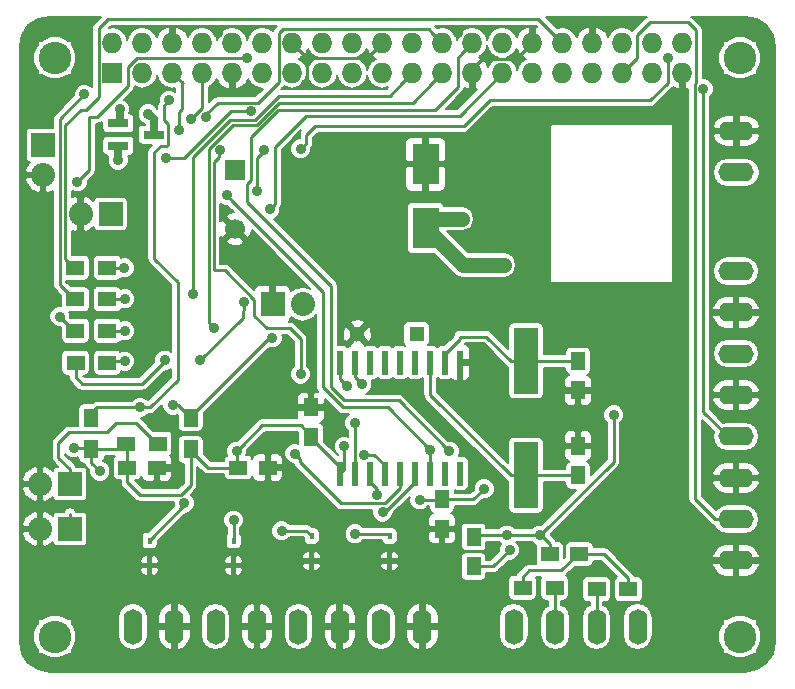
<source format=gbl>
G04 #@! TF.FileFunction,Copper,L2,Bot,Signal*
%FSLAX46Y46*%
G04 Gerber Fmt 4.6, Leading zero omitted, Abs format (unit mm)*
G04 Created by KiCad (PCBNEW (2015-06-25 BZR 5821)-product) date Thu 25 Jun 2015 01:48:58 PM EDT*
%MOMM*%
G01*
G04 APERTURE LIST*
%ADD10C,0.200000*%
%ADD11R,1.500000X1.300000*%
%ADD12R,0.600000X2.000000*%
%ADD13R,1.250000X1.500000*%
%ADD14C,1.700000*%
%ADD15R,1.700000X1.700000*%
%ADD16R,1.300000X1.300000*%
%ADD17C,1.300000*%
%ADD18R,1.500000X1.250000*%
%ADD19R,2.301240X3.500120*%
%ADD20R,0.450000X0.590000*%
%ADD21O,3.000000X1.600000*%
%ADD22R,1.727200X1.727200*%
%ADD23O,1.727200X1.727200*%
%ADD24R,2.032000X2.032000*%
%ADD25O,2.032000X2.032000*%
%ADD26R,1.800860X0.800100*%
%ADD27R,1.300000X1.500000*%
%ADD28R,2.100580X5.600700*%
%ADD29O,1.600000X3.000000*%
%ADD30C,2.750000*%
%ADD31C,0.889000*%
%ADD32C,0.254000*%
%ADD33C,0.635000*%
%ADD34C,1.270000*%
%ADD35C,0.127000*%
G04 APERTURE END LIST*
D10*
D11*
X78359000Y-69977000D03*
X81059000Y-69977000D03*
X72103000Y-69850000D03*
X74803000Y-69850000D03*
D12*
X56642000Y-50799000D03*
X57912000Y-50799000D03*
X59182000Y-50799000D03*
X60452000Y-50799000D03*
X61722000Y-50799000D03*
X62992000Y-50799000D03*
X64262000Y-50799000D03*
X65532000Y-50799000D03*
X66802000Y-50799000D03*
X66802000Y-60199000D03*
X65532000Y-60199000D03*
X64262000Y-60199000D03*
X62992000Y-60199000D03*
X61722000Y-60199000D03*
X60452000Y-60199000D03*
X59182000Y-60199000D03*
X57912000Y-60199000D03*
X56642000Y-60199000D03*
D13*
X76800000Y-50650000D03*
X76800000Y-53150000D03*
D14*
X47752000Y-39497000D03*
D15*
X47752000Y-34497000D03*
D16*
X63119000Y-48387000D03*
D17*
X58119000Y-48387000D03*
D18*
X48026000Y-59690000D03*
X50526000Y-59690000D03*
X38628000Y-59690000D03*
X41128000Y-59690000D03*
D13*
X65278000Y-62377000D03*
X65278000Y-64877000D03*
X67945000Y-68052000D03*
X67945000Y-65552000D03*
X76800000Y-60350000D03*
X76800000Y-57850000D03*
X54200000Y-57100000D03*
X54200000Y-54600000D03*
D18*
X76900000Y-67000000D03*
X74400000Y-67000000D03*
D19*
X63881000Y-39403020D03*
X63881000Y-34002980D03*
D20*
X40513000Y-65874000D03*
X40513000Y-67984000D03*
X47625000Y-65874000D03*
X47625000Y-67984000D03*
X54229000Y-65493000D03*
X54229000Y-67603000D03*
X60833000Y-65493000D03*
X60833000Y-67603000D03*
D21*
X90200000Y-31200000D03*
X90200000Y-34700000D03*
D22*
X37370000Y-26270000D03*
D23*
X37370000Y-23730000D03*
X39910000Y-26270000D03*
X39910000Y-23730000D03*
X42450000Y-26270000D03*
X42450000Y-23730000D03*
X44990000Y-26270000D03*
X44990000Y-23730000D03*
X47530000Y-26270000D03*
X47530000Y-23730000D03*
X50070000Y-26270000D03*
X50070000Y-23730000D03*
X52610000Y-26270000D03*
X52610000Y-23730000D03*
X55150000Y-26270000D03*
X55150000Y-23730000D03*
X57690000Y-26270000D03*
X57690000Y-23730000D03*
X60230000Y-26270000D03*
X60230000Y-23730000D03*
X62770000Y-26270000D03*
X62770000Y-23730000D03*
X65310000Y-26270000D03*
X65310000Y-23730000D03*
X67850000Y-26270000D03*
X67850000Y-23730000D03*
X70390000Y-26270000D03*
X70390000Y-23730000D03*
X72930000Y-26270000D03*
X72930000Y-23730000D03*
X75470000Y-26270000D03*
X75470000Y-23730000D03*
X78010000Y-26270000D03*
X78010000Y-23730000D03*
X80550000Y-26270000D03*
X80550000Y-23730000D03*
X83090000Y-26270000D03*
X83090000Y-23730000D03*
X85630000Y-26270000D03*
X85630000Y-23730000D03*
D24*
X33782000Y-61087000D03*
D25*
X31242000Y-61087000D03*
D26*
X37868860Y-32446000D03*
X37868860Y-30546000D03*
X40871140Y-31496000D03*
D11*
X34231000Y-42758000D03*
X36931000Y-42758000D03*
X34231000Y-45425000D03*
X36931000Y-45425000D03*
X34231000Y-48092000D03*
X36931000Y-48092000D03*
X34250000Y-50800000D03*
X36950000Y-50800000D03*
D27*
X35600000Y-55450000D03*
X35600000Y-58150000D03*
X44000000Y-55450000D03*
X44000000Y-58150000D03*
D11*
X38528000Y-57658000D03*
X41228000Y-57658000D03*
D24*
X50927000Y-45847000D03*
D25*
X53467000Y-45847000D03*
D24*
X37211000Y-38227000D03*
D25*
X34671000Y-38227000D03*
D24*
X31496000Y-32385000D03*
D25*
X31496000Y-34925000D03*
D24*
X33782000Y-64897000D03*
D25*
X31242000Y-64897000D03*
D28*
X72390000Y-50650140D03*
X72390000Y-60347860D03*
D21*
X90170000Y-57053000D03*
X90170000Y-60553000D03*
X90170000Y-64053000D03*
X90170000Y-67553000D03*
X90170000Y-53553000D03*
X90170000Y-50053000D03*
X90170000Y-46553000D03*
X90170000Y-43053000D03*
D29*
X53116000Y-73152000D03*
X56616000Y-73152000D03*
X60116000Y-73152000D03*
X63616000Y-73152000D03*
X49616000Y-73152000D03*
X46116000Y-73152000D03*
X42616000Y-73152000D03*
X39116000Y-73152000D03*
X71359000Y-73152000D03*
X74859000Y-73152000D03*
X78359000Y-73152000D03*
X81859000Y-73152000D03*
D30*
X32500000Y-25000000D03*
X90500000Y-25000000D03*
X90500000Y-74000000D03*
X32500000Y-74000000D03*
D31*
X46300000Y-22900000D03*
X55500000Y-54600000D03*
X53800000Y-27200000D03*
X43000000Y-59900000D03*
X66600000Y-22900000D03*
X40386000Y-29718000D03*
X34100000Y-58000000D03*
X63400000Y-62400000D03*
X36300000Y-60000000D03*
X57000000Y-57900000D03*
X68834000Y-61468000D03*
X47879000Y-58293000D03*
X70993000Y-66675000D03*
X38375000Y-42758000D03*
X38400000Y-45400000D03*
X38400000Y-48100000D03*
X38400000Y-50700000D03*
X70485000Y-42545000D03*
X66929000Y-38608000D03*
X43460642Y-62711358D03*
X47625000Y-64135000D03*
X51689000Y-65024000D03*
X57912000Y-65278000D03*
X87400000Y-27600000D03*
X37973000Y-29337000D03*
X42978908Y-31076240D03*
X47031672Y-36636859D03*
X44000000Y-30200000D03*
X64300000Y-58200000D03*
X49065275Y-29538237D03*
X52800000Y-58500000D03*
X41906979Y-33491453D03*
X58700000Y-58600000D03*
X44200000Y-45000000D03*
X60242408Y-63456726D03*
X45992841Y-47892841D03*
X45300000Y-30000000D03*
X46496220Y-32789412D03*
X53300000Y-51800000D03*
X59804729Y-61995271D03*
X65900000Y-58300000D03*
X50700000Y-37800000D03*
X50900000Y-48700000D03*
X42500000Y-54400000D03*
X42200000Y-28600000D03*
X39700000Y-54600000D03*
X35000000Y-28100000D03*
X48789818Y-25000000D03*
X34400000Y-35500000D03*
X32900000Y-46900000D03*
X84400000Y-25000000D03*
X53300000Y-32700000D03*
X50200000Y-32800000D03*
X49600000Y-36300000D03*
X48483584Y-45645542D03*
X44800000Y-50600000D03*
X41800000Y-50600000D03*
X37846000Y-33655000D03*
X57900000Y-55900000D03*
X57216775Y-52772338D03*
X58500000Y-52600000D03*
X79800000Y-55200000D03*
X73600000Y-65400000D03*
X70800000Y-65400000D03*
D32*
X53800000Y-27200000D02*
X53800000Y-26571383D01*
X53800000Y-26571383D02*
X53880000Y-26491383D01*
X53880000Y-26491383D02*
X53880000Y-25000000D01*
X43000000Y-59900000D02*
X41338000Y-59900000D01*
X41338000Y-59900000D02*
X41128000Y-59690000D01*
X53880000Y-25000000D02*
X58960000Y-25000000D01*
X58960000Y-25000000D02*
X60230000Y-23730000D01*
X52610000Y-23730000D02*
X53880000Y-25000000D01*
X68700000Y-25100000D02*
X71560000Y-25100000D01*
X71560000Y-25100000D02*
X72930000Y-23730000D01*
X67850000Y-25950000D02*
X68700000Y-25100000D01*
X67850000Y-26270000D02*
X67850000Y-25950000D01*
D33*
X40871140Y-31496000D02*
X40871140Y-30203140D01*
X40871140Y-30203140D02*
X40386000Y-29718000D01*
D32*
X34100000Y-58000000D02*
X35450000Y-58000000D01*
X35450000Y-58000000D02*
X35600000Y-58150000D01*
X63400000Y-62400000D02*
X65255000Y-62400000D01*
X65255000Y-62400000D02*
X65278000Y-62377000D01*
X53321000Y-56096000D02*
X50076000Y-56096000D01*
X48323499Y-57848501D02*
X47879000Y-58293000D01*
X50076000Y-56096000D02*
X48323499Y-57848501D01*
X54200000Y-57100000D02*
X54200000Y-56975000D01*
X54200000Y-56975000D02*
X53321000Y-56096000D01*
X35600000Y-58150000D02*
X35600000Y-59300000D01*
X35600000Y-59300000D02*
X36300000Y-60000000D01*
X48026000Y-59690000D02*
X45440000Y-59690000D01*
X45440000Y-59690000D02*
X44000000Y-58250000D01*
X44000000Y-58250000D02*
X44000000Y-58150000D01*
X43200000Y-62000000D02*
X44000000Y-61200000D01*
X44000000Y-61200000D02*
X44000000Y-58150000D01*
X39700000Y-62000000D02*
X43200000Y-62000000D01*
X38628000Y-60928000D02*
X39700000Y-62000000D01*
X38628000Y-59690000D02*
X38628000Y-60928000D01*
X35600000Y-58150000D02*
X38036000Y-58150000D01*
X38036000Y-58150000D02*
X38528000Y-57658000D01*
X38628000Y-59690000D02*
X38628000Y-57758000D01*
X38628000Y-57758000D02*
X38528000Y-57658000D01*
X57000000Y-57900000D02*
X57000000Y-59841000D01*
X57000000Y-59841000D02*
X56642000Y-60199000D01*
X54200000Y-57100000D02*
X54200000Y-57225000D01*
X54200000Y-57225000D02*
X56642000Y-59667000D01*
X56642000Y-59667000D02*
X56642000Y-60199000D01*
X65278000Y-62377000D02*
X67925000Y-62377000D01*
X67925000Y-62377000D02*
X68834000Y-61468000D01*
X47879000Y-59543000D02*
X48026000Y-59690000D01*
X47879000Y-58293000D02*
X47879000Y-59543000D01*
X67945000Y-68052000D02*
X69616000Y-68052000D01*
X69616000Y-68052000D02*
X70993000Y-66675000D01*
X72390000Y-50650140D02*
X76799860Y-50650140D01*
X76799860Y-50650140D02*
X76800000Y-50650000D01*
X66800000Y-48600000D02*
X66800000Y-48831000D01*
X66800000Y-48831000D02*
X65532000Y-50099000D01*
X65532000Y-50099000D02*
X65532000Y-50799000D01*
X69035570Y-48600000D02*
X66800000Y-48600000D01*
X72390000Y-50650140D02*
X71085710Y-50650140D01*
X71085710Y-50650140D02*
X69035570Y-48600000D01*
X72390000Y-60347860D02*
X76797860Y-60347860D01*
X76797860Y-60347860D02*
X76800000Y-60350000D01*
X64262000Y-50799000D02*
X64262000Y-53524150D01*
X64262000Y-53524150D02*
X71085710Y-60347860D01*
X71085710Y-60347860D02*
X72390000Y-60347860D01*
X76900000Y-67000000D02*
X78986000Y-67000000D01*
X78986000Y-67000000D02*
X81059000Y-69073000D01*
X81059000Y-69073000D02*
X81059000Y-69977000D01*
X72649000Y-68400000D02*
X75375000Y-68400000D01*
X75375000Y-68400000D02*
X76775000Y-67000000D01*
X76775000Y-67000000D02*
X76900000Y-67000000D01*
X72103000Y-69850000D02*
X72103000Y-68946000D01*
X72103000Y-68946000D02*
X72649000Y-68400000D01*
X38375000Y-42758000D02*
X36931000Y-42758000D01*
X38400000Y-45400000D02*
X36956000Y-45400000D01*
X36956000Y-45400000D02*
X36931000Y-45425000D01*
X36931000Y-48092000D02*
X38392000Y-48092000D01*
X38392000Y-48092000D02*
X38400000Y-48100000D01*
X38400000Y-50700000D02*
X37050000Y-50700000D01*
X37050000Y-50700000D02*
X36950000Y-50800000D01*
D34*
X70485000Y-42545000D02*
X67022980Y-42545000D01*
X67022980Y-42545000D02*
X63881000Y-39403020D01*
X66929000Y-38608000D02*
X64676020Y-38608000D01*
X64676020Y-38608000D02*
X63881000Y-39403020D01*
D32*
X40513000Y-65874000D02*
X40513000Y-65804000D01*
X40513000Y-65804000D02*
X43460642Y-62856358D01*
X43460642Y-62856358D02*
X43460642Y-62711358D01*
X47625000Y-64135000D02*
X47625000Y-65874000D01*
X51689000Y-65024000D02*
X53760000Y-65024000D01*
X53760000Y-65024000D02*
X54229000Y-65493000D01*
X57912000Y-65278000D02*
X60618000Y-65278000D01*
X60618000Y-65278000D02*
X60833000Y-65493000D01*
X80550000Y-26270000D02*
X81800000Y-25020000D01*
X81800000Y-25020000D02*
X81800000Y-23100000D01*
X86676099Y-27252527D02*
X86676099Y-62313099D01*
X81800000Y-23100000D02*
X82900000Y-22000000D01*
X82900000Y-22000000D02*
X86100000Y-22000000D01*
X86100000Y-22000000D02*
X86773001Y-22673001D01*
X86773001Y-22673001D02*
X86773001Y-27155625D01*
X86773001Y-27155625D02*
X86676099Y-27252527D01*
X86676099Y-62313099D02*
X88416000Y-64053000D01*
X88416000Y-64053000D02*
X90170000Y-64053000D01*
X87400000Y-27600000D02*
X87400000Y-54983000D01*
X87400000Y-54983000D02*
X89470000Y-57053000D01*
X89470000Y-57053000D02*
X90170000Y-57053000D01*
D33*
X37973000Y-29337000D02*
X37973000Y-30441860D01*
X37973000Y-30441860D02*
X37868860Y-30546000D01*
D32*
X43276099Y-29323901D02*
X42978908Y-29621092D01*
X42978908Y-29621092D02*
X42978908Y-31076240D01*
X43313599Y-27133599D02*
X43276099Y-27171099D01*
X43276099Y-27171099D02*
X43276099Y-29323901D01*
X42450000Y-26270000D02*
X43313599Y-27133599D01*
X44000000Y-30200000D02*
X44990000Y-29210000D01*
X44990000Y-29210000D02*
X44990000Y-26270000D01*
X56900000Y-54600000D02*
X55200000Y-52900000D01*
X55200000Y-44805187D02*
X47476171Y-37081358D01*
X47476171Y-37081358D02*
X47031672Y-36636859D01*
X60700000Y-54600000D02*
X56900000Y-54600000D01*
X55200000Y-52900000D02*
X55200000Y-44805187D01*
X64300000Y-58200000D02*
X60700000Y-54600000D01*
X64300000Y-58200000D02*
X64300000Y-60161000D01*
X64300000Y-60161000D02*
X64262000Y-60199000D01*
X41906979Y-33491453D02*
X43432323Y-33491453D01*
X47385539Y-29538237D02*
X48436658Y-29538237D01*
X48436658Y-29538237D02*
X49065275Y-29538237D01*
X43432323Y-33491453D02*
X47385539Y-29538237D01*
X53244499Y-59244499D02*
X56719172Y-62719172D01*
X56719172Y-62719172D02*
X57419172Y-62719172D01*
X52800000Y-58500000D02*
X53244499Y-58944499D01*
X53244499Y-58944499D02*
X53244499Y-59244499D01*
X61722000Y-61453000D02*
X61722000Y-60199000D01*
X60455828Y-62719172D02*
X61722000Y-61453000D01*
X57419172Y-62719172D02*
X60455828Y-62719172D01*
X44200000Y-45000000D02*
X44200000Y-33395152D01*
X60840000Y-28200000D02*
X61906401Y-27133599D01*
X51474886Y-28200000D02*
X60840000Y-28200000D01*
X49412748Y-30262138D02*
X51474886Y-28200000D01*
X44200000Y-33395152D02*
X47333014Y-30262138D01*
X47333014Y-30262138D02*
X49412748Y-30262138D01*
X61906401Y-27133599D02*
X62770000Y-26270000D01*
X58700000Y-58600000D02*
X59553000Y-58600000D01*
X59553000Y-58600000D02*
X60452000Y-59499000D01*
X60452000Y-59499000D02*
X60452000Y-60199000D01*
X62780000Y-28800000D02*
X64446401Y-27133599D01*
X51449636Y-28800000D02*
X62780000Y-28800000D01*
X64446401Y-27133599D02*
X65310000Y-26270000D01*
X45542112Y-47442112D02*
X45542112Y-32696164D01*
X45992841Y-47892841D02*
X45542112Y-47442112D01*
X47569729Y-30668547D02*
X49581089Y-30668547D01*
X45542112Y-32696164D02*
X47569729Y-30668547D01*
X49581089Y-30668547D02*
X51449636Y-28800000D01*
X60434274Y-63456726D02*
X60242408Y-63456726D01*
X62992000Y-60899000D02*
X60434274Y-63456726D01*
X62992000Y-60199000D02*
X62992000Y-60899000D01*
X51466999Y-22933001D02*
X51813001Y-22586999D01*
X51813001Y-22586999D02*
X64166999Y-22586999D01*
X64166999Y-22586999D02*
X64446401Y-22866401D01*
X64446401Y-22866401D02*
X65310000Y-23730000D01*
X49685683Y-28814317D02*
X51466999Y-27033001D01*
X51466999Y-27033001D02*
X51466999Y-22933001D01*
X46300000Y-28814317D02*
X49685683Y-28814317D01*
X45411229Y-29888771D02*
X45411229Y-29703088D01*
X45300000Y-30000000D02*
X45411229Y-29888771D01*
X45411229Y-29703088D02*
X46300000Y-28814317D01*
X53300000Y-51800000D02*
X53300000Y-48800000D01*
X53300000Y-48800000D02*
X52400000Y-47900000D01*
X52400000Y-47900000D02*
X50445078Y-47900000D01*
X49400000Y-46854922D02*
X49400000Y-45490584D01*
X50445078Y-47900000D02*
X49400000Y-46854922D01*
X49400000Y-45490584D02*
X46901116Y-42991700D01*
X46901116Y-42991700D02*
X45954752Y-42991700D01*
X46393021Y-33384912D02*
X46393021Y-32892611D01*
X46393021Y-32892611D02*
X46496220Y-32789412D01*
X45948522Y-33829411D02*
X46393021Y-33384912D01*
X45948522Y-42991700D02*
X45948522Y-33829411D01*
X65310000Y-23844000D02*
X65310000Y-23730000D01*
X49111841Y-35340081D02*
X49111841Y-31712545D01*
X66986401Y-24593599D02*
X67850000Y-23730000D01*
X48804001Y-35647921D02*
X49111841Y-35340081D01*
X66600000Y-24980000D02*
X66986401Y-24593599D01*
X49111841Y-31712545D02*
X51424386Y-29400000D01*
X48804001Y-37204001D02*
X48804001Y-35647921D01*
X55900000Y-44300000D02*
X48804001Y-37204001D01*
X57000000Y-54000000D02*
X55900000Y-52900000D01*
X55900000Y-52900000D02*
X55900000Y-44300000D01*
X65900000Y-58300000D02*
X61600000Y-54000000D01*
X64700000Y-29400000D02*
X66600000Y-27500000D01*
X51424386Y-29400000D02*
X64700000Y-29400000D01*
X61600000Y-54000000D02*
X57000000Y-54000000D01*
X66600000Y-27500000D02*
X66600000Y-24980000D01*
X59804729Y-61521729D02*
X59804729Y-61995271D01*
X59182000Y-60899000D02*
X59804729Y-61521729D01*
X59182000Y-60199000D02*
X59182000Y-60899000D01*
X53800000Y-29900000D02*
X66760000Y-29900000D01*
X66760000Y-29900000D02*
X70390000Y-26270000D01*
X51144499Y-32555501D02*
X53800000Y-29900000D01*
X50700000Y-37800000D02*
X51144499Y-37355501D01*
X51144499Y-37355501D02*
X51144499Y-32555501D01*
X44000000Y-55450000D02*
X44000000Y-55350000D01*
X44000000Y-55350000D02*
X50650000Y-48700000D01*
X50650000Y-48700000D02*
X50900000Y-48700000D01*
X42500000Y-54400000D02*
X42950000Y-54400000D01*
X42950000Y-54400000D02*
X44000000Y-55450000D01*
X42100000Y-30600000D02*
X42100000Y-32300000D01*
X42100000Y-32300000D02*
X41973571Y-32426429D01*
X41755501Y-30255501D02*
X42100000Y-30600000D01*
X41755501Y-29044499D02*
X41755501Y-30255501D01*
X39700000Y-54600000D02*
X40556822Y-54600000D01*
X41473571Y-32426429D02*
X41973571Y-32426429D01*
X40556822Y-54600000D02*
X42900000Y-52256822D01*
X42900000Y-52256822D02*
X42900000Y-44000000D01*
X42900000Y-44000000D02*
X40900000Y-42000000D01*
X40900000Y-42000000D02*
X40900000Y-33000000D01*
X40900000Y-33000000D02*
X41473571Y-32426429D01*
X41755501Y-29044499D02*
X42200000Y-28600000D01*
X35600000Y-55100000D02*
X36100000Y-54600000D01*
X36100000Y-54600000D02*
X39700000Y-54600000D01*
X35600000Y-55450000D02*
X35600000Y-55100000D01*
X75470000Y-23730000D02*
X73440000Y-21700000D01*
X73440000Y-21700000D02*
X37000000Y-21700000D01*
X37000000Y-21700000D02*
X36200000Y-22500000D01*
X36200000Y-22500000D02*
X36200000Y-28300000D01*
X36200000Y-28300000D02*
X35100000Y-29400000D01*
X33375599Y-42002599D02*
X34131000Y-42758000D01*
X35100000Y-29400000D02*
X34700000Y-29400000D01*
X34700000Y-29400000D02*
X33375599Y-30724401D01*
X33375599Y-30724401D02*
X33375599Y-42002599D01*
X34131000Y-42758000D02*
X34231000Y-42758000D01*
X32900000Y-44194000D02*
X32900000Y-30200000D01*
X32900000Y-30200000D02*
X35000000Y-28100000D01*
X34231000Y-45425000D02*
X34131000Y-45425000D01*
X34131000Y-45425000D02*
X32900000Y-44194000D01*
X34400000Y-35500000D02*
X35400000Y-34500000D01*
X35400000Y-34500000D02*
X35400000Y-30000000D01*
X35400000Y-30000000D02*
X36100000Y-30000000D01*
X36100000Y-30000000D02*
X38700000Y-27400000D01*
X46272708Y-25000000D02*
X48789818Y-25000000D01*
X38700000Y-27400000D02*
X38700000Y-25788358D01*
X38700000Y-25788358D02*
X39488358Y-25000000D01*
X39488358Y-25000000D02*
X46272708Y-25000000D01*
X34231000Y-48092000D02*
X34092000Y-48092000D01*
X34092000Y-48092000D02*
X32900000Y-46900000D01*
X48400000Y-46400000D02*
X48483584Y-46316416D01*
X48483584Y-46316416D02*
X48483584Y-45645542D01*
X84400000Y-25000000D02*
X84400000Y-27100000D01*
X84400000Y-27100000D02*
X82900000Y-28600000D01*
X53800000Y-31500000D02*
X54500000Y-30800000D01*
X54500000Y-30800000D02*
X67100000Y-30800000D01*
X53800000Y-32200000D02*
X53800000Y-31500000D01*
X82900000Y-28600000D02*
X69300000Y-28600000D01*
X69300000Y-28600000D02*
X67100000Y-30800000D01*
X53800000Y-32200000D02*
X53300000Y-32700000D01*
X49600000Y-33500000D02*
X50200000Y-32900000D01*
X50200000Y-32900000D02*
X50200000Y-32800000D01*
X49600000Y-36300000D02*
X49600000Y-33500000D01*
X44800000Y-50600000D02*
X48400000Y-47000000D01*
X48400000Y-47000000D02*
X48400000Y-46400000D01*
X39900000Y-52600000D02*
X41800000Y-50700000D01*
X41800000Y-50700000D02*
X41800000Y-50600000D01*
X34800000Y-52600000D02*
X39900000Y-52600000D01*
X34250000Y-52050000D02*
X34800000Y-52600000D01*
X34250000Y-50800000D02*
X34250000Y-52050000D01*
X74803000Y-69850000D02*
X74803000Y-73096000D01*
X74803000Y-73096000D02*
X74859000Y-73152000D01*
X78359000Y-69977000D02*
X78359000Y-70881000D01*
X78359000Y-70881000D02*
X78359000Y-73152000D01*
D33*
X37868860Y-32446000D02*
X37868860Y-33632140D01*
X37868860Y-33632140D02*
X37846000Y-33655000D01*
D32*
X57900000Y-55900000D02*
X57900000Y-60187000D01*
X57900000Y-60187000D02*
X57912000Y-60199000D01*
X57912000Y-59499000D02*
X57912000Y-60199000D01*
X56642000Y-50799000D02*
X56642000Y-52197563D01*
X56642000Y-52197563D02*
X57216775Y-52772338D01*
X57912000Y-50799000D02*
X57912000Y-52012000D01*
X57912000Y-52012000D02*
X58500000Y-52600000D01*
X38335914Y-55900000D02*
X37700000Y-55900000D01*
X38466000Y-55900000D02*
X38335914Y-55900000D01*
X38335914Y-55900000D02*
X39370000Y-55900000D01*
X39370000Y-55900000D02*
X41128000Y-57658000D01*
X41128000Y-57658000D02*
X41228000Y-57658000D01*
X37700000Y-55900000D02*
X36900000Y-56700000D01*
X36900000Y-56700000D02*
X33700000Y-56700000D01*
X33700000Y-56700000D02*
X32800000Y-57600000D01*
X32800000Y-58835000D02*
X33782000Y-59817000D01*
X32800000Y-57600000D02*
X32800000Y-58835000D01*
X33782000Y-59817000D02*
X33782000Y-61087000D01*
X33782000Y-63627000D02*
X33782000Y-64897000D01*
X73600000Y-65400000D02*
X79800000Y-59200000D01*
X79800000Y-59200000D02*
X79800000Y-55200000D01*
X70800000Y-65400000D02*
X73679000Y-65400000D01*
X73679000Y-65400000D02*
X74400000Y-66121000D01*
X74400000Y-66121000D02*
X74400000Y-67000000D01*
X70800000Y-65400000D02*
X68097000Y-65400000D01*
X68097000Y-65400000D02*
X67945000Y-65552000D01*
D35*
G36*
X35795888Y-22095888D02*
X35672003Y-22281296D01*
X35664785Y-22317582D01*
X35628499Y-22500000D01*
X35628500Y-22500005D01*
X35628500Y-27471263D01*
X35504236Y-27346782D01*
X35177609Y-27211154D01*
X34823943Y-27210846D01*
X34497080Y-27345903D01*
X34246782Y-27595764D01*
X34111154Y-27922391D01*
X34110929Y-28180848D01*
X32495888Y-29795888D01*
X32372003Y-29981296D01*
X32372003Y-29981297D01*
X32328499Y-30200000D01*
X32328500Y-30200005D01*
X32328500Y-30915792D01*
X30480000Y-30915792D01*
X30310514Y-30948676D01*
X30161551Y-31046529D01*
X30061836Y-31194252D01*
X30026792Y-31369000D01*
X30026792Y-33401000D01*
X30059676Y-33570486D01*
X30157529Y-33719449D01*
X30305252Y-33819164D01*
X30379760Y-33834106D01*
X30108982Y-34152743D01*
X29969175Y-34490300D01*
X30063991Y-34734500D01*
X31305500Y-34734500D01*
X31305500Y-34714500D01*
X31686500Y-34714500D01*
X31686500Y-34734500D01*
X31706500Y-34734500D01*
X31706500Y-35115500D01*
X31686500Y-35115500D01*
X31686500Y-36358167D01*
X31930702Y-36451838D01*
X32328500Y-36247906D01*
X32328500Y-44193995D01*
X32328499Y-44194000D01*
X32353919Y-44321792D01*
X32372003Y-44412704D01*
X32495888Y-44598112D01*
X33027792Y-45130016D01*
X33027792Y-46011111D01*
X32723943Y-46010846D01*
X32397080Y-46145903D01*
X32146782Y-46395764D01*
X32011154Y-46722391D01*
X32010846Y-47076057D01*
X32145903Y-47402920D01*
X32395764Y-47653218D01*
X32722391Y-47788846D01*
X32980847Y-47789071D01*
X33027792Y-47836016D01*
X33027792Y-48742000D01*
X33060676Y-48911486D01*
X33158529Y-49060449D01*
X33306252Y-49160164D01*
X33481000Y-49195208D01*
X34981000Y-49195208D01*
X35150486Y-49162324D01*
X35299449Y-49064471D01*
X35399164Y-48916748D01*
X35434208Y-48742000D01*
X35434208Y-47442000D01*
X35401324Y-47272514D01*
X35303471Y-47123551D01*
X35155748Y-47023836D01*
X34981000Y-46988792D01*
X36181000Y-46988792D01*
X36011514Y-47021676D01*
X35862551Y-47119529D01*
X35762836Y-47267252D01*
X35727792Y-47442000D01*
X35727792Y-48742000D01*
X35760676Y-48911486D01*
X35858529Y-49060449D01*
X36006252Y-49160164D01*
X36181000Y-49195208D01*
X37681000Y-49195208D01*
X37850486Y-49162324D01*
X37999449Y-49064471D01*
X38088129Y-48933095D01*
X38222391Y-48988846D01*
X38576057Y-48989154D01*
X38902920Y-48854097D01*
X39153218Y-48604236D01*
X39288846Y-48277609D01*
X39289154Y-47923943D01*
X39154097Y-47597080D01*
X38904236Y-47346782D01*
X38577609Y-47211154D01*
X38223943Y-47210846D01*
X38095639Y-47263860D01*
X38003471Y-47123551D01*
X37855748Y-47023836D01*
X37681000Y-46988792D01*
X36181000Y-46988792D01*
X34981000Y-46988792D01*
X34981000Y-46988792D01*
X33797016Y-46988792D01*
X33788930Y-46980707D01*
X33789154Y-46723943D01*
X33708278Y-46528208D01*
X34981000Y-46528208D01*
X35150486Y-46495324D01*
X35299449Y-46397471D01*
X35399164Y-46249748D01*
X35434208Y-46075000D01*
X35434208Y-44775000D01*
X35401324Y-44605514D01*
X35303471Y-44456551D01*
X35155748Y-44356836D01*
X34981000Y-44321792D01*
X36181000Y-44321792D01*
X36011514Y-44354676D01*
X35862551Y-44452529D01*
X35762836Y-44600252D01*
X35727792Y-44775000D01*
X35727792Y-46075000D01*
X35760676Y-46244486D01*
X35858529Y-46393449D01*
X36006252Y-46493164D01*
X36181000Y-46528208D01*
X37681000Y-46528208D01*
X37850486Y-46495324D01*
X37999449Y-46397471D01*
X38099164Y-46249748D01*
X38101399Y-46238605D01*
X38222391Y-46288846D01*
X38576057Y-46289154D01*
X38902920Y-46154097D01*
X39153218Y-45904236D01*
X39288846Y-45577609D01*
X39289154Y-45223943D01*
X39154097Y-44897080D01*
X38904236Y-44646782D01*
X38577609Y-44511154D01*
X38223943Y-44510846D01*
X38078589Y-44570905D01*
X38003471Y-44456551D01*
X37855748Y-44356836D01*
X37681000Y-44321792D01*
X36181000Y-44321792D01*
X34981000Y-44321792D01*
X34981000Y-44321792D01*
X33836016Y-44321792D01*
X33471500Y-43957276D01*
X33471500Y-43859303D01*
X33481000Y-43861208D01*
X34981000Y-43861208D01*
X35150486Y-43828324D01*
X35299449Y-43730471D01*
X35399164Y-43582748D01*
X35434208Y-43408000D01*
X35434208Y-42108000D01*
X35401324Y-41938514D01*
X35303471Y-41789551D01*
X35155748Y-41689836D01*
X34981000Y-41654792D01*
X36181000Y-41654792D01*
X36011514Y-41687676D01*
X35862551Y-41785529D01*
X35762836Y-41933252D01*
X35727792Y-42108000D01*
X35727792Y-43408000D01*
X35760676Y-43577486D01*
X35858529Y-43726449D01*
X36006252Y-43826164D01*
X36181000Y-43861208D01*
X37681000Y-43861208D01*
X37850486Y-43828324D01*
X37999449Y-43730471D01*
X38086874Y-43600955D01*
X38197391Y-43646846D01*
X38551057Y-43647154D01*
X38877920Y-43512097D01*
X39128218Y-43262236D01*
X39263846Y-42935609D01*
X39264154Y-42581943D01*
X39129097Y-42255080D01*
X38879236Y-42004782D01*
X38552609Y-41869154D01*
X38198943Y-41868846D01*
X38086169Y-41915443D01*
X38003471Y-41789551D01*
X37855748Y-41689836D01*
X37681000Y-41654792D01*
X36181000Y-41654792D01*
X34981000Y-41654792D01*
X34981000Y-41654792D01*
X33947099Y-41654792D01*
X33947099Y-39634046D01*
X34236300Y-39753825D01*
X34480500Y-39659009D01*
X34480500Y-38417500D01*
X34460500Y-38417500D01*
X34460500Y-38036500D01*
X34480500Y-38036500D01*
X34480500Y-36794991D01*
X34861500Y-36794991D01*
X34861500Y-38036500D01*
X34881500Y-38036500D01*
X34881500Y-38417500D01*
X34861500Y-38417500D01*
X34861500Y-39659009D01*
X35105700Y-39753825D01*
X35443257Y-39614018D01*
X35761333Y-39343716D01*
X35774676Y-39412486D01*
X35872529Y-39561449D01*
X36020252Y-39661164D01*
X36195000Y-39696208D01*
X38227000Y-39696208D01*
X38396486Y-39663324D01*
X38545449Y-39565471D01*
X38645164Y-39417748D01*
X38680208Y-39243000D01*
X38680208Y-37211000D01*
X38647324Y-37041514D01*
X38549471Y-36892551D01*
X38401748Y-36792836D01*
X38227000Y-36757792D01*
X36195000Y-36757792D01*
X36025514Y-36790676D01*
X35876551Y-36888529D01*
X35776836Y-37036252D01*
X35761894Y-37110760D01*
X35443257Y-36839982D01*
X35105700Y-36700175D01*
X34861500Y-36794991D01*
X34480500Y-36794991D01*
X34480500Y-36794991D01*
X34236300Y-36700175D01*
X33947099Y-36819954D01*
X33947099Y-36274534D01*
X34222391Y-36388846D01*
X34576057Y-36389154D01*
X34902920Y-36254097D01*
X35153218Y-36004236D01*
X35288846Y-35677609D01*
X35289071Y-35419152D01*
X35804109Y-34904114D01*
X35804112Y-34904112D01*
X35927997Y-34718704D01*
X35927998Y-34718703D01*
X35971501Y-34500000D01*
X35971500Y-34499995D01*
X35971500Y-31592742D01*
X36968430Y-31592742D01*
X36798944Y-31625626D01*
X36649981Y-31723479D01*
X36550266Y-31871202D01*
X36515222Y-32045950D01*
X36515222Y-32846050D01*
X36548106Y-33015536D01*
X36645959Y-33164499D01*
X36793682Y-33264214D01*
X36968430Y-33299258D01*
X37031122Y-33299258D01*
X36957154Y-33477391D01*
X36956846Y-33831057D01*
X37091903Y-34157920D01*
X37341764Y-34408218D01*
X37668391Y-34543846D01*
X38022057Y-34544154D01*
X38348920Y-34409097D01*
X38599218Y-34159236D01*
X38734846Y-33832609D01*
X38735154Y-33478943D01*
X38660910Y-33299258D01*
X38769290Y-33299258D01*
X38938776Y-33266374D01*
X39087739Y-33168521D01*
X39187454Y-33020798D01*
X39222498Y-32846050D01*
X39222498Y-32045950D01*
X39189614Y-31876464D01*
X39091761Y-31727501D01*
X38944038Y-31627786D01*
X38769290Y-31592742D01*
X36968430Y-31592742D01*
X35971500Y-31592742D01*
X35971500Y-30571500D01*
X36099995Y-30571500D01*
X36100000Y-30571501D01*
X36282418Y-30535215D01*
X36318704Y-30527997D01*
X36504112Y-30404112D01*
X36515222Y-30393002D01*
X36515222Y-30946050D01*
X36548106Y-31115536D01*
X36645959Y-31264499D01*
X36793682Y-31364214D01*
X36968430Y-31399258D01*
X38769290Y-31399258D01*
X38938776Y-31366374D01*
X39087739Y-31268521D01*
X39187454Y-31120798D01*
X39222498Y-30946050D01*
X39222498Y-30145950D01*
X39189614Y-29976464D01*
X39091761Y-29827501D01*
X38944038Y-29727786D01*
X38786449Y-29696183D01*
X38861846Y-29514609D01*
X38862154Y-29160943D01*
X38727097Y-28834080D01*
X38477236Y-28583782D01*
X38369272Y-28538951D01*
X39104109Y-27804114D01*
X39104112Y-27804112D01*
X39227997Y-27618704D01*
X39269392Y-27410596D01*
X39409412Y-27504154D01*
X39910000Y-27603727D01*
X40410588Y-27504154D01*
X40834966Y-27220593D01*
X41118527Y-26796215D01*
X41180000Y-26487169D01*
X41241473Y-26796215D01*
X41525034Y-27220593D01*
X41949412Y-27504154D01*
X42450000Y-27603727D01*
X42704599Y-27553084D01*
X42704599Y-27847146D01*
X42704236Y-27846782D01*
X42377609Y-27711154D01*
X42023943Y-27710846D01*
X41697080Y-27845903D01*
X41446782Y-28095764D01*
X41311154Y-28422391D01*
X41310911Y-28700966D01*
X41227504Y-28825795D01*
X41227504Y-28825796D01*
X41184000Y-29044499D01*
X41184001Y-29044504D01*
X41184001Y-29321336D01*
X41140097Y-29215080D01*
X40890236Y-28964782D01*
X40563609Y-28829154D01*
X40209943Y-28828846D01*
X39883080Y-28963903D01*
X39632782Y-29213764D01*
X39497154Y-29540391D01*
X39496846Y-29894057D01*
X39631903Y-30220920D01*
X39881764Y-30471218D01*
X40109140Y-30565633D01*
X40109140Y-30642742D01*
X39970710Y-30642742D01*
X39801224Y-30675626D01*
X39652261Y-30773479D01*
X39552546Y-30921202D01*
X39517502Y-31095950D01*
X39517502Y-31896050D01*
X39550386Y-32065536D01*
X39648239Y-32214499D01*
X39795962Y-32314214D01*
X39970710Y-32349258D01*
X40742518Y-32349258D01*
X40495888Y-32595888D01*
X40372003Y-32781296D01*
X40372003Y-32781297D01*
X40328499Y-33000000D01*
X40328500Y-33000005D01*
X40328500Y-41999995D01*
X40328499Y-42000000D01*
X40354735Y-42131893D01*
X40372003Y-42218704D01*
X40396309Y-42255080D01*
X40495888Y-42404112D01*
X42328500Y-44236723D01*
X42328500Y-49871088D01*
X42304236Y-49846782D01*
X41977609Y-49711154D01*
X41623943Y-49710846D01*
X41297080Y-49845903D01*
X41046782Y-50095764D01*
X40911154Y-50422391D01*
X40910846Y-50776057D01*
X40912271Y-50779506D01*
X39663276Y-52028500D01*
X35036723Y-52028500D01*
X34911432Y-51903208D01*
X35000000Y-51903208D01*
X35169486Y-51870324D01*
X35318449Y-51772471D01*
X35418164Y-51624748D01*
X35453208Y-51450000D01*
X35453208Y-50150000D01*
X35420324Y-49980514D01*
X35322471Y-49831551D01*
X35174748Y-49731836D01*
X35000000Y-49696792D01*
X36200000Y-49696792D01*
X36030514Y-49729676D01*
X35881551Y-49827529D01*
X35781836Y-49975252D01*
X35746792Y-50150000D01*
X35746792Y-51450000D01*
X35779676Y-51619486D01*
X35877529Y-51768449D01*
X36025252Y-51868164D01*
X36200000Y-51903208D01*
X37700000Y-51903208D01*
X37869486Y-51870324D01*
X38018449Y-51772471D01*
X38118164Y-51624748D01*
X38132822Y-51551654D01*
X38222391Y-51588846D01*
X38576057Y-51589154D01*
X38902920Y-51454097D01*
X39153218Y-51204236D01*
X39288846Y-50877609D01*
X39289154Y-50523943D01*
X39154097Y-50197080D01*
X38904236Y-49946782D01*
X38577609Y-49811154D01*
X38223943Y-49810846D01*
X38054784Y-49880741D01*
X38022471Y-49831551D01*
X37874748Y-49731836D01*
X37700000Y-49696792D01*
X36200000Y-49696792D01*
X35000000Y-49696792D01*
X35000000Y-49696792D01*
X33500000Y-49696792D01*
X33330514Y-49729676D01*
X33181551Y-49827529D01*
X33081836Y-49975252D01*
X33046792Y-50150000D01*
X33046792Y-51450000D01*
X33079676Y-51619486D01*
X33177529Y-51768449D01*
X33325252Y-51868164D01*
X33500000Y-51903208D01*
X33678500Y-51903208D01*
X33678500Y-52049995D01*
X33678499Y-52050000D01*
X33704657Y-52181500D01*
X33722003Y-52268704D01*
X33761957Y-52328499D01*
X33845888Y-52454112D01*
X34395886Y-53004109D01*
X34395888Y-53004112D01*
X34581296Y-53127997D01*
X34800000Y-53171500D01*
X39899995Y-53171500D01*
X39900000Y-53171501D01*
X40082418Y-53135215D01*
X40118704Y-53127997D01*
X40304112Y-53004112D01*
X40304113Y-53004111D01*
X41819206Y-51489017D01*
X41976057Y-51489154D01*
X42302920Y-51354097D01*
X42328500Y-51328562D01*
X42328500Y-52020099D01*
X40352896Y-53995702D01*
X40204236Y-53846782D01*
X39877609Y-53711154D01*
X39523943Y-53710846D01*
X39197080Y-53845903D01*
X39014164Y-54028500D01*
X36100005Y-54028500D01*
X36100000Y-54028499D01*
X35917582Y-54064785D01*
X35881296Y-54072003D01*
X35695888Y-54195888D01*
X35695886Y-54195891D01*
X35644985Y-54246792D01*
X34950000Y-54246792D01*
X34780514Y-54279676D01*
X34631551Y-54377529D01*
X34531836Y-54525252D01*
X34496792Y-54700000D01*
X34496792Y-56128500D01*
X33700005Y-56128500D01*
X33700000Y-56128499D01*
X33517582Y-56164785D01*
X33481296Y-56172003D01*
X33295888Y-56295888D01*
X33295886Y-56295891D01*
X32395888Y-57195888D01*
X32272003Y-57381296D01*
X32272003Y-57381297D01*
X32228499Y-57600000D01*
X32228500Y-57600005D01*
X32228500Y-58834995D01*
X32228499Y-58835000D01*
X32262163Y-59004236D01*
X32272003Y-59053704D01*
X32384769Y-59222471D01*
X32395888Y-59239112D01*
X32774568Y-59617792D01*
X32766000Y-59617792D01*
X32596514Y-59650676D01*
X32447551Y-59748529D01*
X32347836Y-59896252D01*
X32332894Y-59970760D01*
X32014257Y-59699982D01*
X31676700Y-59560175D01*
X31432500Y-59654991D01*
X31432500Y-60896500D01*
X31452500Y-60896500D01*
X31452500Y-61277500D01*
X31432500Y-61277500D01*
X31432500Y-62519009D01*
X31676700Y-62613825D01*
X32014257Y-62474018D01*
X32332333Y-62203716D01*
X32345676Y-62272486D01*
X32443529Y-62421449D01*
X32591252Y-62521164D01*
X32766000Y-62556208D01*
X34798000Y-62556208D01*
X34967486Y-62523324D01*
X35116449Y-62425471D01*
X35216164Y-62277748D01*
X35251208Y-62103000D01*
X35251208Y-60071000D01*
X35218324Y-59901514D01*
X35120471Y-59752551D01*
X34972748Y-59652836D01*
X34798000Y-59617792D01*
X34313876Y-59617792D01*
X34309998Y-59598297D01*
X34242367Y-59497080D01*
X34186112Y-59412888D01*
X34186109Y-59412886D01*
X33371500Y-58598276D01*
X33371500Y-58528562D01*
X33595764Y-58753218D01*
X33922391Y-58888846D01*
X34276057Y-58889154D01*
X34496792Y-58797948D01*
X34496792Y-58900000D01*
X34529676Y-59069486D01*
X34627529Y-59218449D01*
X34775252Y-59318164D01*
X34950000Y-59353208D01*
X35039083Y-59353208D01*
X35053414Y-59425252D01*
X35072003Y-59518704D01*
X35186459Y-59690000D01*
X35195888Y-59704112D01*
X35411070Y-59919293D01*
X35410846Y-60176057D01*
X35545903Y-60502920D01*
X35795764Y-60753218D01*
X36122391Y-60888846D01*
X36476057Y-60889154D01*
X36802920Y-60754097D01*
X37053218Y-60504236D01*
X37188846Y-60177609D01*
X37189154Y-59823943D01*
X37054097Y-59497080D01*
X36804236Y-59246782D01*
X36607252Y-59164987D01*
X36668164Y-59074748D01*
X36703208Y-58900000D01*
X36703208Y-58721500D01*
X37591564Y-58721500D01*
X37559551Y-58742529D01*
X37459836Y-58890252D01*
X37424792Y-59065000D01*
X37424792Y-60315000D01*
X37457676Y-60484486D01*
X37555529Y-60633449D01*
X37703252Y-60733164D01*
X37878000Y-60768208D01*
X38056500Y-60768208D01*
X38056500Y-60927995D01*
X38056499Y-60928000D01*
X38080546Y-61048888D01*
X38100003Y-61146704D01*
X38204510Y-61303111D01*
X38223888Y-61332112D01*
X39295886Y-62404109D01*
X39295888Y-62404112D01*
X39481296Y-62527997D01*
X39500425Y-62531802D01*
X39700000Y-62571501D01*
X39700005Y-62571500D01*
X42571763Y-62571500D01*
X42571488Y-62887415D01*
X42586070Y-62922707D01*
X40382984Y-65125792D01*
X40288000Y-65125792D01*
X40118514Y-65158676D01*
X39969551Y-65256529D01*
X39869836Y-65404252D01*
X39834792Y-65579000D01*
X39834792Y-66169000D01*
X39867676Y-66338486D01*
X39965529Y-66487449D01*
X40113252Y-66587164D01*
X40288000Y-66622208D01*
X40738000Y-66622208D01*
X40907486Y-66589324D01*
X41056449Y-66491471D01*
X41156164Y-66343748D01*
X41191208Y-66169000D01*
X41191208Y-65934016D01*
X43524809Y-63600415D01*
X43636699Y-63600512D01*
X43963562Y-63465455D01*
X44048261Y-63380903D01*
X47122080Y-63380903D01*
X46871782Y-63630764D01*
X46736154Y-63957391D01*
X46735846Y-64311057D01*
X46870903Y-64637920D01*
X47053500Y-64820836D01*
X47053500Y-65298085D01*
X46981836Y-65404252D01*
X46946792Y-65579000D01*
X46946792Y-66169000D01*
X46979676Y-66338486D01*
X47077529Y-66487449D01*
X47225252Y-66587164D01*
X47400000Y-66622208D01*
X47850000Y-66622208D01*
X48019486Y-66589324D01*
X48168449Y-66491471D01*
X48268164Y-66343748D01*
X48303208Y-66169000D01*
X48303208Y-65579000D01*
X48270324Y-65409514D01*
X48196500Y-65297131D01*
X48196500Y-64820637D01*
X48378218Y-64639236D01*
X48513846Y-64312609D01*
X48513883Y-64269903D01*
X51186080Y-64269903D01*
X50935782Y-64519764D01*
X50800154Y-64846391D01*
X50799846Y-65200057D01*
X50934903Y-65526920D01*
X51184764Y-65777218D01*
X51511391Y-65912846D01*
X51865057Y-65913154D01*
X52191920Y-65778097D01*
X52374836Y-65595500D01*
X53523276Y-65595500D01*
X53550792Y-65623016D01*
X53550792Y-65788000D01*
X53583676Y-65957486D01*
X53681529Y-66106449D01*
X53829252Y-66206164D01*
X54004000Y-66241208D01*
X54454000Y-66241208D01*
X54623486Y-66208324D01*
X54772449Y-66110471D01*
X54872164Y-65962748D01*
X54907208Y-65788000D01*
X54907208Y-65198000D01*
X54874324Y-65028514D01*
X54776471Y-64879551D01*
X54628748Y-64779836D01*
X54454000Y-64744792D01*
X54289016Y-64744792D01*
X54164112Y-64619888D01*
X54020460Y-64523903D01*
X57409080Y-64523903D01*
X57158782Y-64773764D01*
X57023154Y-65100391D01*
X57022846Y-65454057D01*
X57157903Y-65780920D01*
X57407764Y-66031218D01*
X57734391Y-66166846D01*
X58088057Y-66167154D01*
X58414920Y-66032097D01*
X58597836Y-65849500D01*
X60166724Y-65849500D01*
X60187676Y-65957486D01*
X60285529Y-66106449D01*
X60433252Y-66206164D01*
X60608000Y-66241208D01*
X61058000Y-66241208D01*
X61227486Y-66208324D01*
X61376449Y-66110471D01*
X61476164Y-65962748D01*
X61511208Y-65788000D01*
X61511208Y-65198000D01*
X61485889Y-65067500D01*
X64224375Y-65067500D01*
X64081500Y-65210375D01*
X64081500Y-65740678D01*
X64168506Y-65950728D01*
X64329271Y-66111494D01*
X64539321Y-66198500D01*
X64944625Y-66198500D01*
X65087500Y-66055625D01*
X65087500Y-65067500D01*
X65468500Y-65067500D01*
X65468500Y-66055625D01*
X65611375Y-66198500D01*
X66016679Y-66198500D01*
X66226729Y-66111494D01*
X66387494Y-65950728D01*
X66474500Y-65740678D01*
X66474500Y-65210375D01*
X66331625Y-65067500D01*
X65468500Y-65067500D01*
X65087500Y-65067500D01*
X65087500Y-65067500D01*
X64224375Y-65067500D01*
X61485889Y-65067500D01*
X61478324Y-65028514D01*
X61380471Y-64879551D01*
X61232748Y-64779836D01*
X61058000Y-64744792D01*
X60810507Y-64744792D01*
X60800418Y-64742785D01*
X60618000Y-64706499D01*
X60617995Y-64706500D01*
X58597637Y-64706500D01*
X58416236Y-64524782D01*
X58089609Y-64389154D01*
X57735943Y-64388846D01*
X57409080Y-64523903D01*
X54020460Y-64523903D01*
X53978704Y-64496003D01*
X53916104Y-64483551D01*
X53760000Y-64452499D01*
X53759995Y-64452500D01*
X52374637Y-64452500D01*
X52193236Y-64270782D01*
X51866609Y-64135154D01*
X51512943Y-64134846D01*
X51186080Y-64269903D01*
X48513883Y-64269903D01*
X48514154Y-63958943D01*
X48379097Y-63632080D01*
X48129236Y-63381782D01*
X47802609Y-63246154D01*
X47448943Y-63245846D01*
X47122080Y-63380903D01*
X44048261Y-63380903D01*
X44213860Y-63215594D01*
X44349488Y-62888967D01*
X44349796Y-62535301D01*
X44214739Y-62208438D01*
X44007444Y-62000780D01*
X44404109Y-61604114D01*
X44404112Y-61604112D01*
X44527997Y-61418704D01*
X44537986Y-61368486D01*
X44571501Y-61200000D01*
X44571500Y-61199995D01*
X44571500Y-59629723D01*
X45035886Y-60094109D01*
X45035888Y-60094112D01*
X45135994Y-60161000D01*
X45221297Y-60217998D01*
X45440000Y-60261501D01*
X45440005Y-60261500D01*
X46822792Y-60261500D01*
X46822792Y-60315000D01*
X46855676Y-60484486D01*
X46953529Y-60633449D01*
X47101252Y-60733164D01*
X47276000Y-60768208D01*
X48776000Y-60768208D01*
X48945486Y-60735324D01*
X49094449Y-60637471D01*
X49194164Y-60489748D01*
X49205787Y-60431787D01*
X49291506Y-60638729D01*
X49452272Y-60799494D01*
X49662322Y-60886500D01*
X50192625Y-60886500D01*
X50335500Y-60743625D01*
X50335500Y-59880500D01*
X50716500Y-59880500D01*
X50716500Y-60743625D01*
X50859375Y-60886500D01*
X51389678Y-60886500D01*
X51599728Y-60799494D01*
X51760494Y-60638729D01*
X51847500Y-60428679D01*
X51847500Y-60023375D01*
X51704625Y-59880500D01*
X50716500Y-59880500D01*
X50335500Y-59880500D01*
X50335500Y-59880500D01*
X50315500Y-59880500D01*
X50315500Y-59499500D01*
X50335500Y-59499500D01*
X50335500Y-58636375D01*
X50192625Y-58493500D01*
X50859375Y-58493500D01*
X50716500Y-58636375D01*
X50716500Y-59499500D01*
X51704625Y-59499500D01*
X51847500Y-59356625D01*
X51847500Y-58951321D01*
X51760494Y-58741271D01*
X51599728Y-58580506D01*
X51389678Y-58493500D01*
X50859375Y-58493500D01*
X50192625Y-58493500D01*
X50192625Y-58493500D01*
X49662322Y-58493500D01*
X49452272Y-58580506D01*
X49291506Y-58741271D01*
X49206306Y-58946961D01*
X49196324Y-58895514D01*
X49098471Y-58746551D01*
X48950748Y-58646836D01*
X48776000Y-58611792D01*
X48709221Y-58611792D01*
X48767846Y-58470609D01*
X48768071Y-58212153D01*
X50312723Y-56667500D01*
X53084276Y-56667500D01*
X53121792Y-56705016D01*
X53121792Y-57671024D01*
X52977609Y-57611154D01*
X52623943Y-57610846D01*
X52297080Y-57745903D01*
X52046782Y-57995764D01*
X51911154Y-58322391D01*
X51910846Y-58676057D01*
X52045903Y-59002920D01*
X52295764Y-59253218D01*
X52622391Y-59388846D01*
X52701725Y-59388915D01*
X52716502Y-59463203D01*
X52819795Y-59617792D01*
X52840387Y-59648611D01*
X56315058Y-63123281D01*
X56315060Y-63123284D01*
X56389475Y-63173006D01*
X56500469Y-63247170D01*
X56719172Y-63290673D01*
X56719177Y-63290672D01*
X59353552Y-63290672D01*
X59353254Y-63632783D01*
X59488311Y-63959646D01*
X59738172Y-64209944D01*
X60064799Y-64345572D01*
X60418465Y-64345880D01*
X60745328Y-64210823D01*
X60995626Y-63960962D01*
X61131254Y-63634335D01*
X61131312Y-63567912D01*
X62535526Y-62163698D01*
X62511154Y-62222391D01*
X62510846Y-62576057D01*
X62645903Y-62902920D01*
X62895764Y-63153218D01*
X63222391Y-63288846D01*
X63576057Y-63289154D01*
X63902920Y-63154097D01*
X64085836Y-62971500D01*
X64199792Y-62971500D01*
X64199792Y-63127000D01*
X64232676Y-63296486D01*
X64330529Y-63445449D01*
X64478252Y-63545164D01*
X64536213Y-63556787D01*
X64329271Y-63642506D01*
X64168506Y-63803272D01*
X64081500Y-64013322D01*
X64081500Y-64543625D01*
X64224375Y-64686500D01*
X65087500Y-64686500D01*
X65087500Y-64666500D01*
X65468500Y-64666500D01*
X65468500Y-64686500D01*
X66331625Y-64686500D01*
X66474500Y-64543625D01*
X66474500Y-64013322D01*
X66387494Y-63803272D01*
X66226729Y-63642506D01*
X66021039Y-63557306D01*
X66072486Y-63547324D01*
X66221449Y-63449471D01*
X66321164Y-63301748D01*
X66356208Y-63127000D01*
X66356208Y-62948500D01*
X67924995Y-62948500D01*
X67925000Y-62948501D01*
X68107418Y-62912215D01*
X68143704Y-62904997D01*
X68329112Y-62781112D01*
X68329113Y-62781111D01*
X68753293Y-62356930D01*
X69010057Y-62357154D01*
X69336920Y-62222097D01*
X69587218Y-61972236D01*
X69722846Y-61645609D01*
X69723154Y-61291943D01*
X69588097Y-60965080D01*
X69338236Y-60714782D01*
X69011609Y-60579154D01*
X68657943Y-60578846D01*
X68331080Y-60713903D01*
X68080782Y-60963764D01*
X67945154Y-61290391D01*
X67944929Y-61548848D01*
X67688276Y-61805500D01*
X66356208Y-61805500D01*
X66356208Y-61627000D01*
X66355395Y-61622808D01*
X66502000Y-61652208D01*
X67102000Y-61652208D01*
X67271486Y-61619324D01*
X67420449Y-61521471D01*
X67520164Y-61373748D01*
X67555208Y-61199000D01*
X67555208Y-59199000D01*
X67522324Y-59029514D01*
X67424471Y-58880551D01*
X67276748Y-58780836D01*
X67102000Y-58745792D01*
X66677486Y-58745792D01*
X66788846Y-58477609D01*
X66789154Y-58123943D01*
X66654097Y-57797080D01*
X66404236Y-57546782D01*
X66077609Y-57411154D01*
X65819152Y-57410929D01*
X62004112Y-53595888D01*
X61818704Y-53472003D01*
X61782418Y-53464785D01*
X61600000Y-53428499D01*
X61599995Y-53428500D01*
X58822851Y-53428500D01*
X59002920Y-53354097D01*
X59253218Y-53104236D01*
X59388846Y-52777609D01*
X59389154Y-52423943D01*
X59318195Y-52252208D01*
X59482000Y-52252208D01*
X59651486Y-52219324D01*
X59800449Y-52121471D01*
X59816526Y-52097654D01*
X59829529Y-52117449D01*
X59977252Y-52217164D01*
X60152000Y-52252208D01*
X60752000Y-52252208D01*
X60921486Y-52219324D01*
X61070449Y-52121471D01*
X61086526Y-52097654D01*
X61099529Y-52117449D01*
X61247252Y-52217164D01*
X61422000Y-52252208D01*
X62022000Y-52252208D01*
X62191486Y-52219324D01*
X62340449Y-52121471D01*
X62356526Y-52097654D01*
X62369529Y-52117449D01*
X62517252Y-52217164D01*
X62692000Y-52252208D01*
X63292000Y-52252208D01*
X63461486Y-52219324D01*
X63610449Y-52121471D01*
X63626526Y-52097654D01*
X63639529Y-52117449D01*
X63690500Y-52151855D01*
X63690500Y-53524145D01*
X63690499Y-53524150D01*
X63714718Y-53645903D01*
X63734003Y-53742854D01*
X63819503Y-53870814D01*
X63857888Y-53928262D01*
X70681596Y-60751969D01*
X70681598Y-60751972D01*
X70867006Y-60875857D01*
X70886502Y-60879735D01*
X70886502Y-63148210D01*
X70919386Y-63317696D01*
X71017239Y-63466659D01*
X71164962Y-63566374D01*
X71339710Y-63601418D01*
X73440290Y-63601418D01*
X73609776Y-63568534D01*
X73758739Y-63470681D01*
X73858454Y-63322958D01*
X73893498Y-63148210D01*
X73893498Y-60919360D01*
X75721792Y-60919360D01*
X75721792Y-61100000D01*
X75754676Y-61269486D01*
X75852529Y-61418449D01*
X76000252Y-61518164D01*
X76175000Y-61553208D01*
X76638569Y-61553208D01*
X73680706Y-64511070D01*
X73423943Y-64510846D01*
X73097080Y-64645903D01*
X72914164Y-64828500D01*
X71485637Y-64828500D01*
X71304236Y-64646782D01*
X70977609Y-64511154D01*
X70623943Y-64510846D01*
X70297080Y-64645903D01*
X70114164Y-64828500D01*
X69023208Y-64828500D01*
X69023208Y-64802000D01*
X68990324Y-64632514D01*
X68892471Y-64483551D01*
X68744748Y-64383836D01*
X68570000Y-64348792D01*
X67320000Y-64348792D01*
X67150514Y-64381676D01*
X67001551Y-64479529D01*
X66901836Y-64627252D01*
X66866792Y-64802000D01*
X66866792Y-66302000D01*
X66899676Y-66471486D01*
X66997529Y-66620449D01*
X67145252Y-66720164D01*
X67320000Y-66755208D01*
X68570000Y-66755208D01*
X68739486Y-66722324D01*
X68888449Y-66624471D01*
X68988164Y-66476748D01*
X69023208Y-66302000D01*
X69023208Y-65971500D01*
X70114363Y-65971500D01*
X70276595Y-66134015D01*
X70239782Y-66170764D01*
X70104154Y-66497391D01*
X70103929Y-66755848D01*
X69379276Y-67480500D01*
X69023208Y-67480500D01*
X69023208Y-67302000D01*
X68990324Y-67132514D01*
X68892471Y-66983551D01*
X68744748Y-66883836D01*
X68570000Y-66848792D01*
X67320000Y-66848792D01*
X67150514Y-66881676D01*
X67001551Y-66979529D01*
X66901836Y-67127252D01*
X66866792Y-67302000D01*
X66866792Y-68802000D01*
X66899676Y-68971486D01*
X66997529Y-69120449D01*
X67145252Y-69220164D01*
X67320000Y-69255208D01*
X68570000Y-69255208D01*
X68739486Y-69222324D01*
X68888449Y-69124471D01*
X68988164Y-68976748D01*
X69023208Y-68802000D01*
X69023208Y-68623500D01*
X69615995Y-68623500D01*
X69616000Y-68623501D01*
X69798418Y-68587215D01*
X69834704Y-68579997D01*
X70020112Y-68456112D01*
X70912293Y-67563930D01*
X71169057Y-67564154D01*
X71495920Y-67429097D01*
X71746218Y-67179236D01*
X71881846Y-66852609D01*
X71882154Y-66498943D01*
X71747097Y-66172080D01*
X71546867Y-65971500D01*
X72914363Y-65971500D01*
X73095764Y-66153218D01*
X73230083Y-66208992D01*
X73196792Y-66375000D01*
X73196792Y-67625000D01*
X73229676Y-67794486D01*
X73252020Y-67828500D01*
X72649005Y-67828500D01*
X72649000Y-67828499D01*
X72430297Y-67872002D01*
X72430295Y-67872003D01*
X72430296Y-67872003D01*
X72244888Y-67995888D01*
X72244886Y-67995891D01*
X71698888Y-68541888D01*
X71575003Y-68727296D01*
X71575003Y-68727297D01*
X71571125Y-68746792D01*
X71353000Y-68746792D01*
X71183514Y-68779676D01*
X71034551Y-68877529D01*
X70934836Y-69025252D01*
X70899792Y-69200000D01*
X70899792Y-70500000D01*
X70932676Y-70669486D01*
X71030529Y-70818449D01*
X71178252Y-70918164D01*
X71353000Y-70953208D01*
X72853000Y-70953208D01*
X73022486Y-70920324D01*
X73171449Y-70822471D01*
X73271164Y-70674748D01*
X73306208Y-70500000D01*
X73306208Y-69200000D01*
X73273324Y-69030514D01*
X73234558Y-68971500D01*
X73671119Y-68971500D01*
X73634836Y-69025252D01*
X73599792Y-69200000D01*
X73599792Y-70500000D01*
X73632676Y-70669486D01*
X73730529Y-70818449D01*
X73878252Y-70918164D01*
X74053000Y-70953208D01*
X74231500Y-70953208D01*
X74231500Y-71365199D01*
X73979006Y-71533911D01*
X73709232Y-71937655D01*
X73614500Y-72413905D01*
X73614500Y-73890095D01*
X73709232Y-74366345D01*
X73979006Y-74770089D01*
X74382750Y-75039863D01*
X74859000Y-75134595D01*
X75335250Y-75039863D01*
X75738994Y-74770089D01*
X76008768Y-74366345D01*
X76103500Y-73890095D01*
X76103500Y-72413905D01*
X76008768Y-71937655D01*
X75738994Y-71533911D01*
X75374500Y-71290363D01*
X75374500Y-70953208D01*
X75553000Y-70953208D01*
X75722486Y-70920324D01*
X75871449Y-70822471D01*
X75971164Y-70674748D01*
X76006208Y-70500000D01*
X76006208Y-69200000D01*
X75973324Y-69030514D01*
X75875471Y-68881551D01*
X75863977Y-68873792D01*
X77609000Y-68873792D01*
X77439514Y-68906676D01*
X77290551Y-69004529D01*
X77190836Y-69152252D01*
X77155792Y-69327000D01*
X77155792Y-70627000D01*
X77188676Y-70796486D01*
X77286529Y-70945449D01*
X77434252Y-71045164D01*
X77609000Y-71080208D01*
X77787500Y-71080208D01*
X77787500Y-71327781D01*
X77479006Y-71533911D01*
X77209232Y-71937655D01*
X77114500Y-72413905D01*
X77114500Y-73890095D01*
X77209232Y-74366345D01*
X77479006Y-74770089D01*
X77882750Y-75039863D01*
X78359000Y-75134595D01*
X78835250Y-75039863D01*
X79238994Y-74770089D01*
X79508768Y-74366345D01*
X79603500Y-73890095D01*
X79603500Y-72413905D01*
X79508768Y-71937655D01*
X79238994Y-71533911D01*
X78930500Y-71327781D01*
X78930500Y-71080208D01*
X79109000Y-71080208D01*
X79278486Y-71047324D01*
X79427449Y-70949471D01*
X79527164Y-70801748D01*
X79562208Y-70627000D01*
X79562208Y-69327000D01*
X79529324Y-69157514D01*
X79431471Y-69008551D01*
X79283748Y-68908836D01*
X79109000Y-68873792D01*
X77609000Y-68873792D01*
X75863977Y-68873792D01*
X75769884Y-68810278D01*
X75779112Y-68804112D01*
X76505016Y-68078208D01*
X77650000Y-68078208D01*
X77819486Y-68045324D01*
X77968449Y-67947471D01*
X78068164Y-67799748D01*
X78103208Y-67625000D01*
X78103208Y-67571500D01*
X78749276Y-67571500D01*
X80106282Y-68928506D01*
X79990551Y-69004529D01*
X79890836Y-69152252D01*
X79855792Y-69327000D01*
X79855792Y-70627000D01*
X79888676Y-70796486D01*
X79986529Y-70945449D01*
X80134252Y-71045164D01*
X80309000Y-71080208D01*
X81809000Y-71080208D01*
X81978486Y-71047324D01*
X82127449Y-70949471D01*
X82227164Y-70801748D01*
X82262208Y-70627000D01*
X82262208Y-69327000D01*
X82229324Y-69157514D01*
X82131471Y-69008551D01*
X81983748Y-68908836D01*
X81809000Y-68873792D01*
X81590876Y-68873792D01*
X81586998Y-68854297D01*
X81515438Y-68747200D01*
X81463112Y-68668888D01*
X81463109Y-68668886D01*
X80537724Y-67743500D01*
X88256233Y-67743500D01*
X88158318Y-67953625D01*
X88365499Y-68388094D01*
X88769151Y-68747200D01*
X89279500Y-68924500D01*
X89979500Y-68924500D01*
X89979500Y-67743500D01*
X90360500Y-67743500D01*
X89979500Y-67743500D01*
X89979500Y-67743500D01*
X90360500Y-67743500D01*
X90360500Y-68924500D01*
X91060500Y-68924500D01*
X91570849Y-68747200D01*
X91974501Y-68388094D01*
X92181682Y-67953625D01*
X92083767Y-67743500D01*
X90360500Y-67743500D01*
X89979500Y-67743500D01*
X89979500Y-67743500D01*
X88256233Y-67743500D01*
X80537724Y-67743500D01*
X79390112Y-66595888D01*
X79380288Y-66589324D01*
X79204704Y-66472003D01*
X79168418Y-66464785D01*
X78986000Y-66428499D01*
X78985995Y-66428500D01*
X78103208Y-66428500D01*
X78103208Y-66375000D01*
X78070324Y-66205514D01*
X78054550Y-66181500D01*
X89279500Y-66181500D01*
X88769151Y-66358800D01*
X88365499Y-66717906D01*
X88158318Y-67152375D01*
X88256233Y-67362500D01*
X89979500Y-67362500D01*
X89979500Y-66181500D01*
X90360500Y-66181500D01*
X90360500Y-67362500D01*
X92083767Y-67362500D01*
X92181682Y-67152375D01*
X91974501Y-66717906D01*
X91570849Y-66358800D01*
X91060500Y-66181500D01*
X90360500Y-66181500D01*
X89979500Y-66181500D01*
X89979500Y-66181500D01*
X89279500Y-66181500D01*
X78054550Y-66181500D01*
X77972471Y-66056551D01*
X77824748Y-65956836D01*
X77650000Y-65921792D01*
X76150000Y-65921792D01*
X75980514Y-65954676D01*
X75831551Y-66052529D01*
X75731836Y-66200252D01*
X75696792Y-66375000D01*
X75696792Y-67269984D01*
X75603208Y-67363568D01*
X75603208Y-66375000D01*
X75570324Y-66205514D01*
X75472471Y-66056551D01*
X75324748Y-65956836D01*
X75150000Y-65921792D01*
X74931875Y-65921792D01*
X74930126Y-65913000D01*
X74927997Y-65902296D01*
X74804112Y-65716888D01*
X74488999Y-65401775D01*
X74489071Y-65319153D01*
X80204109Y-59604114D01*
X80204112Y-59604112D01*
X80327997Y-59418704D01*
X80341025Y-59353208D01*
X80371501Y-59200000D01*
X80371500Y-59199995D01*
X80371500Y-55885637D01*
X80553218Y-55704236D01*
X80688846Y-55377609D01*
X80689154Y-55023943D01*
X80554097Y-54697080D01*
X80304236Y-54446782D01*
X79977609Y-54311154D01*
X79623943Y-54310846D01*
X79297080Y-54445903D01*
X79046782Y-54695764D01*
X78911154Y-55022391D01*
X78910846Y-55376057D01*
X79045903Y-55702920D01*
X79228500Y-55885836D01*
X79228500Y-58963277D01*
X77878208Y-60313569D01*
X77878208Y-59600000D01*
X77845324Y-59430514D01*
X77747471Y-59281551D01*
X77599748Y-59181836D01*
X77541787Y-59170213D01*
X77748729Y-59084494D01*
X77909494Y-58923728D01*
X77996500Y-58713678D01*
X77996500Y-58183375D01*
X77853625Y-58040500D01*
X76990500Y-58040500D01*
X76990500Y-58060500D01*
X76609500Y-58060500D01*
X76609500Y-58040500D01*
X75746375Y-58040500D01*
X75603500Y-58183375D01*
X75603500Y-58713678D01*
X75690506Y-58923728D01*
X75851271Y-59084494D01*
X76056961Y-59169694D01*
X76005514Y-59179676D01*
X75856551Y-59277529D01*
X75756836Y-59425252D01*
X75721792Y-59600000D01*
X75721792Y-59776360D01*
X73893498Y-59776360D01*
X73893498Y-57547510D01*
X73860614Y-57378024D01*
X73762761Y-57229061D01*
X73615038Y-57129346D01*
X73440290Y-57094302D01*
X71339710Y-57094302D01*
X71170224Y-57127186D01*
X71021261Y-57225039D01*
X70921546Y-57372762D01*
X70886502Y-57547510D01*
X70886502Y-59340429D01*
X68074574Y-56528500D01*
X76061321Y-56528500D01*
X75851271Y-56615506D01*
X75690506Y-56776272D01*
X75603500Y-56986322D01*
X75603500Y-57516625D01*
X75746375Y-57659500D01*
X76609500Y-57659500D01*
X76609500Y-56671375D01*
X76466625Y-56528500D01*
X77133375Y-56528500D01*
X76466625Y-56528500D01*
X76466625Y-56528500D01*
X77133375Y-56528500D01*
X76990500Y-56671375D01*
X76990500Y-57659500D01*
X77853625Y-57659500D01*
X77996500Y-57516625D01*
X77996500Y-56986322D01*
X77909494Y-56776272D01*
X77748729Y-56615506D01*
X77538679Y-56528500D01*
X77133375Y-56528500D01*
X76466625Y-56528500D01*
X76466625Y-56528500D01*
X76061321Y-56528500D01*
X68074574Y-56528500D01*
X64833500Y-53287426D01*
X64833500Y-52152312D01*
X64880449Y-52121471D01*
X64896526Y-52097654D01*
X64909529Y-52117449D01*
X65057252Y-52217164D01*
X65232000Y-52252208D01*
X65832000Y-52252208D01*
X66001486Y-52219324D01*
X66069454Y-52174676D01*
X66178271Y-52283494D01*
X66388321Y-52370500D01*
X66509125Y-52370500D01*
X66652000Y-52227625D01*
X66652000Y-50989500D01*
X66952000Y-50989500D01*
X66952000Y-52227625D01*
X67094875Y-52370500D01*
X67215679Y-52370500D01*
X67425729Y-52283494D01*
X67586494Y-52122728D01*
X67673500Y-51912678D01*
X67673500Y-51132375D01*
X67530625Y-50989500D01*
X66952000Y-50989500D01*
X66652000Y-50989500D01*
X66652000Y-50989500D01*
X66591500Y-50989500D01*
X66591500Y-50608500D01*
X66652000Y-50608500D01*
X66652000Y-50588500D01*
X66952000Y-50588500D01*
X66952000Y-50608500D01*
X67530625Y-50608500D01*
X67673500Y-50465625D01*
X67673500Y-49685322D01*
X67586494Y-49475272D01*
X67425729Y-49314506D01*
X67215679Y-49227500D01*
X67209198Y-49227500D01*
X67246616Y-49171500D01*
X68798846Y-49171500D01*
X70681596Y-51054249D01*
X70681598Y-51054252D01*
X70867006Y-51178137D01*
X70886502Y-51182015D01*
X70886502Y-53450490D01*
X70919386Y-53619976D01*
X71017239Y-53768939D01*
X71164962Y-53868654D01*
X71339710Y-53903698D01*
X73440290Y-53903698D01*
X73609776Y-53870814D01*
X73758739Y-53772961D01*
X73858454Y-53625238D01*
X73893498Y-53450490D01*
X73893498Y-53340500D01*
X75746375Y-53340500D01*
X75603500Y-53483375D01*
X75603500Y-54013678D01*
X75690506Y-54223728D01*
X75851271Y-54384494D01*
X76061321Y-54471500D01*
X76466625Y-54471500D01*
X76609500Y-54328625D01*
X76609500Y-53340500D01*
X76990500Y-53340500D01*
X76609500Y-53340500D01*
X76609500Y-53340500D01*
X76990500Y-53340500D01*
X76990500Y-54328625D01*
X77133375Y-54471500D01*
X77538679Y-54471500D01*
X77748729Y-54384494D01*
X77909494Y-54223728D01*
X77996500Y-54013678D01*
X77996500Y-53483375D01*
X77853625Y-53340500D01*
X76990500Y-53340500D01*
X76609500Y-53340500D01*
X76609500Y-53340500D01*
X75746375Y-53340500D01*
X73893498Y-53340500D01*
X73893498Y-51221640D01*
X75721792Y-51221640D01*
X75721792Y-51400000D01*
X75754676Y-51569486D01*
X75852529Y-51718449D01*
X76000252Y-51818164D01*
X76058213Y-51829787D01*
X75851271Y-51915506D01*
X75690506Y-52076272D01*
X75603500Y-52286322D01*
X75603500Y-52816625D01*
X75746375Y-52959500D01*
X76609500Y-52959500D01*
X76609500Y-52939500D01*
X76990500Y-52939500D01*
X76990500Y-52959500D01*
X77853625Y-52959500D01*
X77996500Y-52816625D01*
X77996500Y-52286322D01*
X77909494Y-52076272D01*
X77748729Y-51915506D01*
X77543039Y-51830306D01*
X77594486Y-51820324D01*
X77743449Y-51722471D01*
X77843164Y-51574748D01*
X77878208Y-51400000D01*
X77878208Y-49900000D01*
X77845324Y-49730514D01*
X77747471Y-49581551D01*
X77599748Y-49481836D01*
X77425000Y-49446792D01*
X76175000Y-49446792D01*
X76005514Y-49479676D01*
X75856551Y-49577529D01*
X75756836Y-49725252D01*
X75721792Y-49900000D01*
X75721792Y-50078640D01*
X73893498Y-50078640D01*
X73893498Y-47849790D01*
X73860614Y-47680304D01*
X73762761Y-47531341D01*
X73615038Y-47431626D01*
X73440290Y-47396582D01*
X71339710Y-47396582D01*
X71170224Y-47429466D01*
X71021261Y-47527319D01*
X70921546Y-47675042D01*
X70886502Y-47849790D01*
X70886502Y-49642709D01*
X69439682Y-48195888D01*
X69338828Y-48128500D01*
X69254274Y-48072003D01*
X69217988Y-48064785D01*
X69035570Y-48028499D01*
X69035565Y-48028500D01*
X66800000Y-48028500D01*
X66581296Y-48072003D01*
X66395888Y-48195888D01*
X66272003Y-48381296D01*
X66229921Y-48592856D01*
X65476984Y-49345792D01*
X65232000Y-49345792D01*
X65062514Y-49378676D01*
X64913551Y-49476529D01*
X64897474Y-49500346D01*
X64884471Y-49480551D01*
X64736748Y-49380836D01*
X64562000Y-49345792D01*
X64096683Y-49345792D01*
X64187164Y-49211748D01*
X64222208Y-49037000D01*
X64222208Y-47737000D01*
X64189324Y-47567514D01*
X64091471Y-47418551D01*
X63943748Y-47318836D01*
X63769000Y-47283792D01*
X62469000Y-47283792D01*
X62299514Y-47316676D01*
X62150551Y-47414529D01*
X62050836Y-47562252D01*
X62015792Y-47737000D01*
X62015792Y-49037000D01*
X62048676Y-49206486D01*
X62146529Y-49355449D01*
X62178809Y-49377239D01*
X62022000Y-49345792D01*
X61422000Y-49345792D01*
X61252514Y-49378676D01*
X61103551Y-49476529D01*
X61087474Y-49500346D01*
X61074471Y-49480551D01*
X60926748Y-49380836D01*
X60752000Y-49345792D01*
X60152000Y-49345792D01*
X59982514Y-49378676D01*
X59833551Y-49476529D01*
X59817474Y-49500346D01*
X59804471Y-49480551D01*
X59656748Y-49380836D01*
X59482000Y-49345792D01*
X58882000Y-49345792D01*
X58725219Y-49376211D01*
X58752196Y-49289603D01*
X58482789Y-49020196D01*
X59021603Y-49020196D01*
X59226691Y-48956314D01*
X59360240Y-48489082D01*
X59304821Y-48006309D01*
X59226691Y-47817686D01*
X59021603Y-47753804D01*
X58388408Y-48387000D01*
X57849592Y-48387000D01*
X57849592Y-48387000D01*
X57216397Y-47753804D01*
X57011309Y-47817686D01*
X56877760Y-48284918D01*
X56933179Y-48767691D01*
X57011309Y-48956314D01*
X57216397Y-49020196D01*
X57849592Y-48387000D01*
X58388408Y-48387000D01*
X57849592Y-48387000D01*
X57849592Y-48387000D01*
X58388408Y-48387000D01*
X59021603Y-49020196D01*
X58482789Y-49020196D01*
X58119000Y-48656408D01*
X57485804Y-49289603D01*
X57509501Y-49365679D01*
X57442514Y-49378676D01*
X57293551Y-49476529D01*
X57277474Y-49500346D01*
X57264471Y-49480551D01*
X57116748Y-49380836D01*
X56942000Y-49345792D01*
X56471500Y-49345792D01*
X56471500Y-47201179D01*
X57738309Y-47201179D01*
X57549686Y-47279309D01*
X57485804Y-47484397D01*
X58119000Y-48117592D01*
X58752196Y-47484397D01*
X58688314Y-47279309D01*
X58221082Y-47145760D01*
X57738309Y-47201179D01*
X56471500Y-47201179D01*
X56471500Y-44300005D01*
X56471501Y-44300000D01*
X56427997Y-44081297D01*
X56427997Y-44081296D01*
X56304112Y-43895888D01*
X51032668Y-38624444D01*
X51202920Y-38554097D01*
X51453218Y-38304236D01*
X51588846Y-37977609D01*
X51589089Y-37699034D01*
X51649840Y-37608113D01*
X51672497Y-37574204D01*
X51716000Y-37355501D01*
X51715999Y-37355496D01*
X51715999Y-37199752D01*
X62730380Y-37199752D01*
X62560894Y-37232636D01*
X62411931Y-37330489D01*
X62312216Y-37478212D01*
X62277172Y-37652960D01*
X62277172Y-41153080D01*
X62310056Y-41322566D01*
X62407909Y-41471529D01*
X62555632Y-41571244D01*
X62730380Y-41606288D01*
X64557624Y-41606288D01*
X66259658Y-43308322D01*
X66609873Y-43542328D01*
X66678413Y-43555961D01*
X67022980Y-43624501D01*
X67022985Y-43624500D01*
X70485000Y-43624500D01*
X70898107Y-43542328D01*
X71248322Y-43308322D01*
X71482328Y-42958107D01*
X71564500Y-42545000D01*
X71482328Y-42131893D01*
X71248322Y-41781678D01*
X70898107Y-41547672D01*
X70485000Y-41465500D01*
X67470124Y-41465500D01*
X65692124Y-39687500D01*
X66929000Y-39687500D01*
X67342107Y-39605328D01*
X67692322Y-39371322D01*
X67926328Y-39021107D01*
X68008500Y-38608000D01*
X67926328Y-38194893D01*
X67692322Y-37844678D01*
X67342107Y-37610672D01*
X66929000Y-37528500D01*
X65460680Y-37528500D01*
X65451944Y-37483474D01*
X65354091Y-37334511D01*
X65206368Y-37234796D01*
X65031620Y-37199752D01*
X62730380Y-37199752D01*
X51715999Y-37199752D01*
X51715999Y-34193480D01*
X62301755Y-34193480D01*
X62158880Y-34336355D01*
X62158880Y-35866718D01*
X62245886Y-36076768D01*
X62406651Y-36237534D01*
X62616701Y-36324540D01*
X63547625Y-36324540D01*
X63690500Y-36181665D01*
X63690500Y-34193480D01*
X64071500Y-34193480D01*
X64071500Y-36181665D01*
X64214375Y-36324540D01*
X65145299Y-36324540D01*
X65355349Y-36237534D01*
X65516114Y-36076768D01*
X65603120Y-35866718D01*
X65603120Y-34336355D01*
X65460245Y-34193480D01*
X64071500Y-34193480D01*
X63690500Y-34193480D01*
X63690500Y-34193480D01*
X62301755Y-34193480D01*
X51715999Y-34193480D01*
X51715999Y-32792225D01*
X53362769Y-31145454D01*
X53272003Y-31281296D01*
X53272003Y-31281297D01*
X53228499Y-31500000D01*
X53228500Y-31500005D01*
X53228500Y-31810937D01*
X53123943Y-31810846D01*
X52797080Y-31945903D01*
X52546782Y-32195764D01*
X52411154Y-32522391D01*
X52410846Y-32876057D01*
X52545903Y-33202920D01*
X52795764Y-33453218D01*
X53122391Y-33588846D01*
X53476057Y-33589154D01*
X53802920Y-33454097D01*
X54053218Y-33204236D01*
X54188846Y-32877609D01*
X54189071Y-32619152D01*
X54204109Y-32604114D01*
X54204112Y-32604112D01*
X54327997Y-32418704D01*
X54344289Y-32336798D01*
X54371501Y-32200000D01*
X54371500Y-32199995D01*
X54371500Y-31736724D01*
X54426803Y-31681420D01*
X62616701Y-31681420D01*
X62406651Y-31768426D01*
X62245886Y-31929192D01*
X62158880Y-32139242D01*
X62158880Y-33669605D01*
X62301755Y-33812480D01*
X63690500Y-33812480D01*
X63690500Y-31824295D01*
X63547625Y-31681420D01*
X64214375Y-31681420D01*
X63547625Y-31681420D01*
X63547625Y-31681420D01*
X64214375Y-31681420D01*
X64071500Y-31824295D01*
X64071500Y-33812480D01*
X65460245Y-33812480D01*
X65603120Y-33669605D01*
X65603120Y-32139242D01*
X65516114Y-31929192D01*
X65355349Y-31768426D01*
X65145299Y-31681420D01*
X64214375Y-31681420D01*
X63547625Y-31681420D01*
X63547625Y-31681420D01*
X62616701Y-31681420D01*
X54426803Y-31681420D01*
X54736723Y-31371500D01*
X67099995Y-31371500D01*
X67100000Y-31371501D01*
X67282418Y-31335215D01*
X67318704Y-31327997D01*
X67504112Y-31204112D01*
X68071723Y-30636500D01*
X74500000Y-30636500D01*
X74475700Y-30641334D01*
X74455099Y-30655099D01*
X74441334Y-30675700D01*
X74436500Y-30700000D01*
X74436500Y-44000000D01*
X74441334Y-44024300D01*
X74455099Y-44044901D01*
X74475700Y-44058666D01*
X74500000Y-44063500D01*
X84800000Y-44063500D01*
X84824300Y-44058666D01*
X84844901Y-44044901D01*
X84858666Y-44024300D01*
X84863500Y-44000000D01*
X84863500Y-30700000D01*
X84858666Y-30675700D01*
X84844901Y-30655099D01*
X84824300Y-30641334D01*
X84800000Y-30636500D01*
X74500000Y-30636500D01*
X68071723Y-30636500D01*
X69536723Y-29171500D01*
X82899995Y-29171500D01*
X82900000Y-29171501D01*
X83082418Y-29135215D01*
X83118704Y-29127997D01*
X83304112Y-29004112D01*
X83304113Y-29004111D01*
X84804109Y-27504114D01*
X84804112Y-27504112D01*
X84843064Y-27445816D01*
X84948043Y-27532730D01*
X85219333Y-27645087D01*
X85439500Y-27548106D01*
X85439500Y-26460500D01*
X85419500Y-26460500D01*
X85419500Y-26079500D01*
X85439500Y-26079500D01*
X85439500Y-26059500D01*
X85820500Y-26059500D01*
X85820500Y-26079500D01*
X85840500Y-26079500D01*
X85840500Y-26460500D01*
X85820500Y-26460500D01*
X85820500Y-27548106D01*
X86040667Y-27645087D01*
X86104599Y-27618609D01*
X86104599Y-62313094D01*
X86104598Y-62313099D01*
X86126151Y-62421449D01*
X86148102Y-62531803D01*
X86206167Y-62618704D01*
X86271987Y-62717211D01*
X88011886Y-64457109D01*
X88011888Y-64457112D01*
X88113164Y-64524782D01*
X88197297Y-64580998D01*
X88335019Y-64608393D01*
X88551911Y-64932994D01*
X88955655Y-65202768D01*
X89431905Y-65297500D01*
X90908095Y-65297500D01*
X91384345Y-65202768D01*
X91788089Y-64932994D01*
X92057863Y-64529250D01*
X92152595Y-64053000D01*
X92057863Y-63576750D01*
X91788089Y-63173006D01*
X91384345Y-62903232D01*
X90908095Y-62808500D01*
X89431905Y-62808500D01*
X88955655Y-62903232D01*
X88551911Y-63173006D01*
X88468725Y-63297502D01*
X87247599Y-62076375D01*
X87247599Y-60743500D01*
X88256233Y-60743500D01*
X88158318Y-60953625D01*
X88365499Y-61388094D01*
X88769151Y-61747200D01*
X89279500Y-61924500D01*
X89979500Y-61924500D01*
X89979500Y-60743500D01*
X90360500Y-60743500D01*
X89979500Y-60743500D01*
X89979500Y-60743500D01*
X90360500Y-60743500D01*
X90360500Y-61924500D01*
X91060500Y-61924500D01*
X91570849Y-61747200D01*
X91974501Y-61388094D01*
X92181682Y-60953625D01*
X92083767Y-60743500D01*
X90360500Y-60743500D01*
X89979500Y-60743500D01*
X89979500Y-60743500D01*
X88256233Y-60743500D01*
X87247599Y-60743500D01*
X87247599Y-59181500D01*
X89279500Y-59181500D01*
X88769151Y-59358800D01*
X88365499Y-59717906D01*
X88158318Y-60152375D01*
X88256233Y-60362500D01*
X89979500Y-60362500D01*
X89979500Y-59181500D01*
X90360500Y-59181500D01*
X89979500Y-59181500D01*
X89979500Y-59181500D01*
X90360500Y-59181500D01*
X90360500Y-60362500D01*
X92083767Y-60362500D01*
X92181682Y-60152375D01*
X91974501Y-59717906D01*
X91570849Y-59358800D01*
X91060500Y-59181500D01*
X90360500Y-59181500D01*
X89979500Y-59181500D01*
X89979500Y-59181500D01*
X89279500Y-59181500D01*
X87247599Y-59181500D01*
X87247599Y-55638823D01*
X88266108Y-56657332D01*
X88187405Y-57053000D01*
X88282137Y-57529250D01*
X88551911Y-57932994D01*
X88955655Y-58202768D01*
X89431905Y-58297500D01*
X90908095Y-58297500D01*
X91384345Y-58202768D01*
X91788089Y-57932994D01*
X92057863Y-57529250D01*
X92152595Y-57053000D01*
X92057863Y-56576750D01*
X91788089Y-56173006D01*
X91384345Y-55903232D01*
X90908095Y-55808500D01*
X89431905Y-55808500D01*
X89099786Y-55874563D01*
X87971500Y-54746276D01*
X87971500Y-53743500D01*
X88256233Y-53743500D01*
X88158318Y-53953625D01*
X88365499Y-54388094D01*
X88769151Y-54747200D01*
X89279500Y-54924500D01*
X89979500Y-54924500D01*
X89979500Y-53743500D01*
X90360500Y-53743500D01*
X89979500Y-53743500D01*
X89979500Y-53743500D01*
X90360500Y-53743500D01*
X90360500Y-54924500D01*
X91060500Y-54924500D01*
X91570849Y-54747200D01*
X91974501Y-54388094D01*
X92181682Y-53953625D01*
X92083767Y-53743500D01*
X90360500Y-53743500D01*
X89979500Y-53743500D01*
X89979500Y-53743500D01*
X88256233Y-53743500D01*
X87971500Y-53743500D01*
X87971500Y-52181500D01*
X89279500Y-52181500D01*
X88769151Y-52358800D01*
X88365499Y-52717906D01*
X88158318Y-53152375D01*
X88256233Y-53362500D01*
X89979500Y-53362500D01*
X89979500Y-52181500D01*
X90360500Y-52181500D01*
X90360500Y-53362500D01*
X92083767Y-53362500D01*
X92181682Y-53152375D01*
X91974501Y-52717906D01*
X91570849Y-52358800D01*
X91060500Y-52181500D01*
X90360500Y-52181500D01*
X89979500Y-52181500D01*
X89979500Y-52181500D01*
X89279500Y-52181500D01*
X87971500Y-52181500D01*
X87971500Y-48808500D01*
X89431905Y-48808500D01*
X88955655Y-48903232D01*
X88551911Y-49173006D01*
X88282137Y-49576750D01*
X88187405Y-50053000D01*
X88282137Y-50529250D01*
X88551911Y-50932994D01*
X88955655Y-51202768D01*
X89431905Y-51297500D01*
X90908095Y-51297500D01*
X91384345Y-51202768D01*
X91788089Y-50932994D01*
X92057863Y-50529250D01*
X92152595Y-50053000D01*
X92057863Y-49576750D01*
X91788089Y-49173006D01*
X91384345Y-48903232D01*
X90908095Y-48808500D01*
X89431905Y-48808500D01*
X87971500Y-48808500D01*
X87971500Y-46743500D01*
X88256233Y-46743500D01*
X88158318Y-46953625D01*
X88365499Y-47388094D01*
X88769151Y-47747200D01*
X89279500Y-47924500D01*
X89979500Y-47924500D01*
X89979500Y-46743500D01*
X90360500Y-46743500D01*
X90360500Y-47924500D01*
X91060500Y-47924500D01*
X91570849Y-47747200D01*
X91974501Y-47388094D01*
X92181682Y-46953625D01*
X92083767Y-46743500D01*
X90360500Y-46743500D01*
X89979500Y-46743500D01*
X89979500Y-46743500D01*
X88256233Y-46743500D01*
X87971500Y-46743500D01*
X87971500Y-45181500D01*
X89279500Y-45181500D01*
X88769151Y-45358800D01*
X88365499Y-45717906D01*
X88158318Y-46152375D01*
X88256233Y-46362500D01*
X89979500Y-46362500D01*
X89979500Y-45181500D01*
X90360500Y-45181500D01*
X89979500Y-45181500D01*
X89979500Y-45181500D01*
X90360500Y-45181500D01*
X90360500Y-46362500D01*
X92083767Y-46362500D01*
X92181682Y-46152375D01*
X91974501Y-45717906D01*
X91570849Y-45358800D01*
X91060500Y-45181500D01*
X90360500Y-45181500D01*
X89979500Y-45181500D01*
X89979500Y-45181500D01*
X89279500Y-45181500D01*
X87971500Y-45181500D01*
X87971500Y-41808500D01*
X89431905Y-41808500D01*
X88955655Y-41903232D01*
X88551911Y-42173006D01*
X88282137Y-42576750D01*
X88187405Y-43053000D01*
X88282137Y-43529250D01*
X88551911Y-43932994D01*
X88955655Y-44202768D01*
X89431905Y-44297500D01*
X90908095Y-44297500D01*
X91384345Y-44202768D01*
X91788089Y-43932994D01*
X92057863Y-43529250D01*
X92152595Y-43053000D01*
X92057863Y-42576750D01*
X91788089Y-42173006D01*
X91384345Y-41903232D01*
X90908095Y-41808500D01*
X89431905Y-41808500D01*
X87971500Y-41808500D01*
X87971500Y-33455500D01*
X89461905Y-33455500D01*
X88985655Y-33550232D01*
X88581911Y-33820006D01*
X88312137Y-34223750D01*
X88217405Y-34700000D01*
X88312137Y-35176250D01*
X88581911Y-35579994D01*
X88985655Y-35849768D01*
X89461905Y-35944500D01*
X90938095Y-35944500D01*
X91414345Y-35849768D01*
X91818089Y-35579994D01*
X92087863Y-35176250D01*
X92182595Y-34700000D01*
X92087863Y-34223750D01*
X91818089Y-33820006D01*
X91414345Y-33550232D01*
X90938095Y-33455500D01*
X89461905Y-33455500D01*
X87971500Y-33455500D01*
X87971500Y-31390500D01*
X88286233Y-31390500D01*
X88188318Y-31600625D01*
X88395499Y-32035094D01*
X88799151Y-32394200D01*
X89309500Y-32571500D01*
X90009500Y-32571500D01*
X90009500Y-31390500D01*
X90390500Y-31390500D01*
X90390500Y-32571500D01*
X91090500Y-32571500D01*
X91600849Y-32394200D01*
X92004501Y-32035094D01*
X92211682Y-31600625D01*
X92113767Y-31390500D01*
X90390500Y-31390500D01*
X90009500Y-31390500D01*
X90009500Y-31390500D01*
X88286233Y-31390500D01*
X87971500Y-31390500D01*
X87971500Y-29828500D01*
X89309500Y-29828500D01*
X88799151Y-30005800D01*
X88395499Y-30364906D01*
X88188318Y-30799375D01*
X88286233Y-31009500D01*
X90009500Y-31009500D01*
X90009500Y-29828500D01*
X90390500Y-29828500D01*
X90009500Y-29828500D01*
X90009500Y-29828500D01*
X90390500Y-29828500D01*
X90390500Y-31009500D01*
X92113767Y-31009500D01*
X92211682Y-30799375D01*
X92004501Y-30364906D01*
X91600849Y-30005800D01*
X91090500Y-29828500D01*
X90390500Y-29828500D01*
X90009500Y-29828500D01*
X90009500Y-29828500D01*
X89309500Y-29828500D01*
X87971500Y-29828500D01*
X87971500Y-28285637D01*
X88153218Y-28104236D01*
X88288846Y-27777609D01*
X88289154Y-27423943D01*
X88154097Y-27097080D01*
X87904236Y-26846782D01*
X87577609Y-26711154D01*
X87344501Y-26710951D01*
X87344501Y-23456604D01*
X89470683Y-23456604D01*
X89390647Y-23536500D01*
X89100000Y-23536500D01*
X89075700Y-23541334D01*
X89055099Y-23555099D01*
X89041334Y-23575700D01*
X89036500Y-23600000D01*
X89036500Y-23890028D01*
X88958402Y-23967990D01*
X88680817Y-24636491D01*
X88680185Y-25360333D01*
X88956604Y-26029317D01*
X89036500Y-26109353D01*
X89036500Y-26400000D01*
X89041334Y-26424300D01*
X89055099Y-26444901D01*
X89075700Y-26458666D01*
X89100000Y-26463500D01*
X89390028Y-26463500D01*
X89467990Y-26541598D01*
X90136491Y-26819183D01*
X90860333Y-26819815D01*
X91529317Y-26543396D01*
X91609353Y-26463500D01*
X91900000Y-26463500D01*
X91924300Y-26458666D01*
X91944901Y-26444901D01*
X91958666Y-26424300D01*
X91963500Y-26400000D01*
X91963500Y-26109972D01*
X92041598Y-26032010D01*
X92319183Y-25363509D01*
X92319815Y-24639667D01*
X92043396Y-23970683D01*
X91963500Y-23890647D01*
X91963500Y-23600000D01*
X91958666Y-23575700D01*
X91944901Y-23555099D01*
X91924300Y-23541334D01*
X91900000Y-23536500D01*
X91609972Y-23536500D01*
X91532010Y-23458402D01*
X90863509Y-23180817D01*
X90139667Y-23180185D01*
X89470683Y-23456604D01*
X87344501Y-23456604D01*
X87344501Y-22673006D01*
X87344502Y-22673001D01*
X87300998Y-22454298D01*
X87300998Y-22454297D01*
X87177113Y-22268889D01*
X87177110Y-22268887D01*
X86504112Y-21595888D01*
X86495391Y-21590061D01*
X86389789Y-21519500D01*
X90948834Y-21519500D01*
X91945352Y-21717719D01*
X92746782Y-22253218D01*
X93282281Y-23054648D01*
X93480500Y-24051167D01*
X93480500Y-74448833D01*
X93282281Y-75445352D01*
X92746782Y-76246782D01*
X91945352Y-76782281D01*
X90948834Y-76980500D01*
X32051167Y-76980500D01*
X31054648Y-76782281D01*
X30253218Y-76246782D01*
X29717719Y-75445352D01*
X29519500Y-74448834D01*
X29519500Y-72456604D01*
X31470683Y-72456604D01*
X31390647Y-72536500D01*
X31100000Y-72536500D01*
X31075700Y-72541334D01*
X31055099Y-72555099D01*
X31041334Y-72575700D01*
X31036500Y-72600000D01*
X31036500Y-72890028D01*
X30958402Y-72967990D01*
X30680817Y-73636491D01*
X30680185Y-74360333D01*
X30956604Y-75029317D01*
X31036500Y-75109353D01*
X31036500Y-75400000D01*
X31041334Y-75424300D01*
X31055099Y-75444901D01*
X31075700Y-75458666D01*
X31100000Y-75463500D01*
X31390028Y-75463500D01*
X31467990Y-75541598D01*
X32136491Y-75819183D01*
X32860333Y-75819815D01*
X33529317Y-75543396D01*
X33609353Y-75463500D01*
X33900000Y-75463500D01*
X33924300Y-75458666D01*
X33944901Y-75444901D01*
X33958666Y-75424300D01*
X33963500Y-75400000D01*
X89036500Y-75400000D01*
X89041334Y-75424300D01*
X89055099Y-75444901D01*
X89075700Y-75458666D01*
X89100000Y-75463500D01*
X89390028Y-75463500D01*
X89467990Y-75541598D01*
X90136491Y-75819183D01*
X90860333Y-75819815D01*
X91529317Y-75543396D01*
X91609353Y-75463500D01*
X91900000Y-75463500D01*
X91924300Y-75458666D01*
X91944901Y-75444901D01*
X91958666Y-75424300D01*
X91963500Y-75400000D01*
X91963500Y-75109972D01*
X92041598Y-75032010D01*
X92319183Y-74363509D01*
X92319815Y-73639667D01*
X92043396Y-72970683D01*
X91963500Y-72890647D01*
X91963500Y-72600000D01*
X91958666Y-72575700D01*
X91944901Y-72555099D01*
X91924300Y-72541334D01*
X91900000Y-72536500D01*
X91609972Y-72536500D01*
X91532010Y-72458402D01*
X90863509Y-72180817D01*
X90139667Y-72180185D01*
X89470683Y-72456604D01*
X83103500Y-72456604D01*
X83103500Y-72413905D01*
X83008768Y-71937655D01*
X82738994Y-71533911D01*
X82335250Y-71264137D01*
X81859000Y-71169405D01*
X81382750Y-71264137D01*
X80979006Y-71533911D01*
X80709232Y-71937655D01*
X80614500Y-72413905D01*
X80614500Y-73890095D01*
X80709232Y-74366345D01*
X80979006Y-74770089D01*
X81382750Y-75039863D01*
X81859000Y-75134595D01*
X82335250Y-75039863D01*
X82738994Y-74770089D01*
X83008768Y-74366345D01*
X83103500Y-73890095D01*
X83103500Y-72456604D01*
X89470683Y-72456604D01*
X83103500Y-72456604D01*
X83103500Y-72456604D01*
X89470683Y-72456604D01*
X89390647Y-72536500D01*
X89100000Y-72536500D01*
X89075700Y-72541334D01*
X89055099Y-72555099D01*
X89041334Y-72575700D01*
X89036500Y-72600000D01*
X89036500Y-72890028D01*
X88958402Y-72967990D01*
X88680817Y-73636491D01*
X88680185Y-74360333D01*
X88956604Y-75029317D01*
X89036500Y-75109353D01*
X89036500Y-75400000D01*
X33963500Y-75400000D01*
X33963500Y-75400000D01*
X33963500Y-75163682D01*
X42215375Y-75163682D01*
X42425500Y-75065767D01*
X42425500Y-73342500D01*
X42806500Y-73342500D01*
X42425500Y-73342500D01*
X42425500Y-73342500D01*
X42806500Y-73342500D01*
X42806500Y-75065767D01*
X43016625Y-75163682D01*
X49215375Y-75163682D01*
X49425500Y-75065767D01*
X49425500Y-73342500D01*
X49806500Y-73342500D01*
X49425500Y-73342500D01*
X49425500Y-73342500D01*
X49806500Y-73342500D01*
X49806500Y-75065767D01*
X50016625Y-75163682D01*
X56215375Y-75163682D01*
X56425500Y-75065767D01*
X56425500Y-73342500D01*
X56806500Y-73342500D01*
X56806500Y-75065767D01*
X57016625Y-75163682D01*
X63215375Y-75163682D01*
X57016625Y-75163682D01*
X57016625Y-75163682D01*
X63215375Y-75163682D01*
X63425500Y-75065767D01*
X63425500Y-73342500D01*
X63806500Y-73342500D01*
X63425500Y-73342500D01*
X63425500Y-73342500D01*
X63806500Y-73342500D01*
X63806500Y-75065767D01*
X64016625Y-75163682D01*
X64451094Y-74956501D01*
X64810200Y-74552849D01*
X64987500Y-74042500D01*
X64987500Y-73890095D01*
X70114500Y-73890095D01*
X70209232Y-74366345D01*
X70479006Y-74770089D01*
X70882750Y-75039863D01*
X71359000Y-75134595D01*
X71835250Y-75039863D01*
X72238994Y-74770089D01*
X72508768Y-74366345D01*
X72603500Y-73890095D01*
X72603500Y-72413905D01*
X72508768Y-71937655D01*
X72238994Y-71533911D01*
X71835250Y-71264137D01*
X71359000Y-71169405D01*
X70882750Y-71264137D01*
X64276280Y-71264137D01*
X64016625Y-71140318D01*
X63806500Y-71238233D01*
X63806500Y-72961500D01*
X64987500Y-72961500D01*
X64987500Y-72261500D01*
X64810200Y-71751151D01*
X64451094Y-71347499D01*
X64276280Y-71264137D01*
X70882750Y-71264137D01*
X64276280Y-71264137D01*
X64276280Y-71264137D01*
X70882750Y-71264137D01*
X70479006Y-71533911D01*
X70209232Y-71937655D01*
X70114500Y-72413905D01*
X70114500Y-73890095D01*
X64987500Y-73890095D01*
X64987500Y-73342500D01*
X63806500Y-73342500D01*
X63425500Y-73342500D01*
X63425500Y-73342500D01*
X62244500Y-73342500D01*
X61360500Y-73342500D01*
X61360500Y-72413905D01*
X61265768Y-71937655D01*
X60995994Y-71533911D01*
X60717010Y-71347499D01*
X62780906Y-71347499D01*
X62421800Y-71751151D01*
X62244500Y-72261500D01*
X62244500Y-72961500D01*
X63425500Y-72961500D01*
X63425500Y-71238233D01*
X63215375Y-71140318D01*
X62780906Y-71347499D01*
X60717010Y-71347499D01*
X60592250Y-71264137D01*
X60116000Y-71169405D01*
X59639750Y-71264137D01*
X59236006Y-71533911D01*
X58966232Y-71937655D01*
X58871500Y-72413905D01*
X58871500Y-73890095D01*
X58966232Y-74366345D01*
X59236006Y-74770089D01*
X59639750Y-75039863D01*
X60116000Y-75134595D01*
X60592250Y-75039863D01*
X60995994Y-74770089D01*
X61265768Y-74366345D01*
X61360500Y-73890095D01*
X61360500Y-73342500D01*
X62244500Y-73342500D01*
X61360500Y-73342500D01*
X61360500Y-73342500D01*
X62244500Y-73342500D01*
X62244500Y-74042500D01*
X62421800Y-74552849D01*
X62780906Y-74956501D01*
X63215375Y-75163682D01*
X57016625Y-75163682D01*
X57016625Y-75163682D01*
X57451094Y-74956501D01*
X57810200Y-74552849D01*
X57987500Y-74042500D01*
X57987500Y-73342500D01*
X56806500Y-73342500D01*
X56425500Y-73342500D01*
X56425500Y-73342500D01*
X55244500Y-73342500D01*
X54360500Y-73342500D01*
X54360500Y-72413905D01*
X54265768Y-71937655D01*
X53995994Y-71533911D01*
X53717010Y-71347499D01*
X55780906Y-71347499D01*
X55421800Y-71751151D01*
X55244500Y-72261500D01*
X55244500Y-72961500D01*
X56425500Y-72961500D01*
X56425500Y-71238233D01*
X56806500Y-71238233D01*
X56425500Y-71238233D01*
X56425500Y-71238233D01*
X56806500Y-71238233D01*
X56806500Y-72961500D01*
X57987500Y-72961500D01*
X57987500Y-72261500D01*
X57810200Y-71751151D01*
X57451094Y-71347499D01*
X57016625Y-71140318D01*
X56806500Y-71238233D01*
X56425500Y-71238233D01*
X56425500Y-71238233D01*
X56215375Y-71140318D01*
X55780906Y-71347499D01*
X53717010Y-71347499D01*
X53592250Y-71264137D01*
X53116000Y-71169405D01*
X52639750Y-71264137D01*
X52236006Y-71533911D01*
X51966232Y-71937655D01*
X51871500Y-72413905D01*
X51871500Y-73890095D01*
X51966232Y-74366345D01*
X52236006Y-74770089D01*
X52639750Y-75039863D01*
X53116000Y-75134595D01*
X53592250Y-75039863D01*
X53995994Y-74770089D01*
X54265768Y-74366345D01*
X54360500Y-73890095D01*
X54360500Y-73342500D01*
X55244500Y-73342500D01*
X54360500Y-73342500D01*
X54360500Y-73342500D01*
X55244500Y-73342500D01*
X55244500Y-74042500D01*
X55421800Y-74552849D01*
X55780906Y-74956501D01*
X56215375Y-75163682D01*
X50016625Y-75163682D01*
X50016625Y-75163682D01*
X50451094Y-74956501D01*
X50810200Y-74552849D01*
X50987500Y-74042500D01*
X50987500Y-73342500D01*
X49806500Y-73342500D01*
X49425500Y-73342500D01*
X49425500Y-73342500D01*
X48244500Y-73342500D01*
X47360500Y-73342500D01*
X47360500Y-72413905D01*
X47265768Y-71937655D01*
X46995994Y-71533911D01*
X46717010Y-71347499D01*
X48780906Y-71347499D01*
X48421800Y-71751151D01*
X48244500Y-72261500D01*
X48244500Y-72961500D01*
X49425500Y-72961500D01*
X49425500Y-71238233D01*
X49806500Y-71238233D01*
X49806500Y-72961500D01*
X50987500Y-72961500D01*
X50987500Y-72261500D01*
X50810200Y-71751151D01*
X50451094Y-71347499D01*
X50016625Y-71140318D01*
X49806500Y-71238233D01*
X49425500Y-71238233D01*
X49425500Y-71238233D01*
X49215375Y-71140318D01*
X48780906Y-71347499D01*
X46717010Y-71347499D01*
X46592250Y-71264137D01*
X46116000Y-71169405D01*
X45639750Y-71264137D01*
X45236006Y-71533911D01*
X44966232Y-71937655D01*
X44871500Y-72413905D01*
X44871500Y-73890095D01*
X44966232Y-74366345D01*
X45236006Y-74770089D01*
X45639750Y-75039863D01*
X46116000Y-75134595D01*
X46592250Y-75039863D01*
X46995994Y-74770089D01*
X47265768Y-74366345D01*
X47360500Y-73890095D01*
X47360500Y-73342500D01*
X48244500Y-73342500D01*
X47360500Y-73342500D01*
X47360500Y-73342500D01*
X48244500Y-73342500D01*
X48244500Y-74042500D01*
X48421800Y-74552849D01*
X48780906Y-74956501D01*
X49215375Y-75163682D01*
X43016625Y-75163682D01*
X43016625Y-75163682D01*
X43451094Y-74956501D01*
X43810200Y-74552849D01*
X43987500Y-74042500D01*
X43987500Y-73342500D01*
X42806500Y-73342500D01*
X42425500Y-73342500D01*
X42425500Y-73342500D01*
X41244500Y-73342500D01*
X40360500Y-73342500D01*
X40360500Y-72413905D01*
X40265768Y-71937655D01*
X39995994Y-71533911D01*
X39717010Y-71347499D01*
X41780906Y-71347499D01*
X41421800Y-71751151D01*
X41244500Y-72261500D01*
X41244500Y-72961500D01*
X42425500Y-72961500D01*
X42425500Y-71238233D01*
X42806500Y-71238233D01*
X42806500Y-72961500D01*
X43987500Y-72961500D01*
X43987500Y-72261500D01*
X43810200Y-71751151D01*
X43451094Y-71347499D01*
X43016625Y-71140318D01*
X42806500Y-71238233D01*
X42425500Y-71238233D01*
X42425500Y-71238233D01*
X42215375Y-71140318D01*
X41780906Y-71347499D01*
X39717010Y-71347499D01*
X39592250Y-71264137D01*
X39116000Y-71169405D01*
X38639750Y-71264137D01*
X38236006Y-71533911D01*
X37966232Y-71937655D01*
X37871500Y-72413905D01*
X37871500Y-73890095D01*
X37966232Y-74366345D01*
X38236006Y-74770089D01*
X38639750Y-75039863D01*
X39116000Y-75134595D01*
X39592250Y-75039863D01*
X39995994Y-74770089D01*
X40265768Y-74366345D01*
X40360500Y-73890095D01*
X40360500Y-73342500D01*
X41244500Y-73342500D01*
X40360500Y-73342500D01*
X40360500Y-73342500D01*
X41244500Y-73342500D01*
X41244500Y-74042500D01*
X41421800Y-74552849D01*
X41780906Y-74956501D01*
X42215375Y-75163682D01*
X33963500Y-75163682D01*
X33963500Y-75109972D01*
X34041598Y-75032010D01*
X34319183Y-74363509D01*
X34319815Y-73639667D01*
X34043396Y-72970683D01*
X33963500Y-72890647D01*
X33963500Y-72600000D01*
X33958666Y-72575700D01*
X33944901Y-72555099D01*
X33924300Y-72541334D01*
X33900000Y-72536500D01*
X33609972Y-72536500D01*
X33532010Y-72458402D01*
X32863509Y-72180817D01*
X32139667Y-72180185D01*
X31470683Y-72456604D01*
X29519500Y-72456604D01*
X29519500Y-68131500D01*
X39859375Y-68131500D01*
X39716500Y-68274375D01*
X39716500Y-68392678D01*
X39803506Y-68602728D01*
X39964271Y-68763494D01*
X40174321Y-68850500D01*
X40257625Y-68850500D01*
X40400500Y-68707625D01*
X40400500Y-68131500D01*
X40625500Y-68131500D01*
X40400500Y-68131500D01*
X40400500Y-68131500D01*
X40625500Y-68131500D01*
X40625500Y-68707625D01*
X40768375Y-68850500D01*
X40851679Y-68850500D01*
X41061729Y-68763494D01*
X41222494Y-68602728D01*
X41309500Y-68392678D01*
X41309500Y-68274375D01*
X41166625Y-68131500D01*
X46971375Y-68131500D01*
X46828500Y-68274375D01*
X46828500Y-68392678D01*
X46915506Y-68602728D01*
X47076271Y-68763494D01*
X47286321Y-68850500D01*
X47369625Y-68850500D01*
X47512500Y-68707625D01*
X47512500Y-68131500D01*
X47737500Y-68131500D01*
X47737500Y-68707625D01*
X47880375Y-68850500D01*
X47963679Y-68850500D01*
X48173729Y-68763494D01*
X48334494Y-68602728D01*
X48421500Y-68392678D01*
X48421500Y-68274375D01*
X48278625Y-68131500D01*
X47737500Y-68131500D01*
X47512500Y-68131500D01*
X47512500Y-68131500D01*
X46971375Y-68131500D01*
X41166625Y-68131500D01*
X41166625Y-68131500D01*
X40625500Y-68131500D01*
X40400500Y-68131500D01*
X40400500Y-68131500D01*
X39859375Y-68131500D01*
X29519500Y-68131500D01*
X29519500Y-67893375D01*
X53432500Y-67893375D01*
X53432500Y-68011678D01*
X53519506Y-68221728D01*
X53680271Y-68382494D01*
X53890321Y-68469500D01*
X53973625Y-68469500D01*
X54116500Y-68326625D01*
X54116500Y-67750500D01*
X54341500Y-67750500D01*
X54341500Y-68326625D01*
X54484375Y-68469500D01*
X54567679Y-68469500D01*
X54777729Y-68382494D01*
X54938494Y-68221728D01*
X55025500Y-68011678D01*
X55025500Y-67893375D01*
X54882625Y-67750500D01*
X60179375Y-67750500D01*
X60036500Y-67893375D01*
X60036500Y-68011678D01*
X60123506Y-68221728D01*
X60284271Y-68382494D01*
X60494321Y-68469500D01*
X60577625Y-68469500D01*
X60720500Y-68326625D01*
X60720500Y-67750500D01*
X60945500Y-67750500D01*
X60720500Y-67750500D01*
X60720500Y-67750500D01*
X60945500Y-67750500D01*
X60945500Y-68326625D01*
X61088375Y-68469500D01*
X61171679Y-68469500D01*
X61381729Y-68382494D01*
X61542494Y-68221728D01*
X61629500Y-68011678D01*
X61629500Y-67893375D01*
X61486625Y-67750500D01*
X60945500Y-67750500D01*
X60720500Y-67750500D01*
X60720500Y-67750500D01*
X60179375Y-67750500D01*
X54882625Y-67750500D01*
X54882625Y-67750500D01*
X54341500Y-67750500D01*
X54116500Y-67750500D01*
X54116500Y-67750500D01*
X53575375Y-67750500D01*
X48364625Y-67750500D01*
X48421500Y-67693625D01*
X48421500Y-67575322D01*
X48334494Y-67365272D01*
X48173729Y-67204506D01*
X47963679Y-67117500D01*
X47880375Y-67117500D01*
X47737500Y-67260375D01*
X47737500Y-67836500D01*
X48278625Y-67836500D01*
X48364625Y-67750500D01*
X53575375Y-67750500D01*
X48364625Y-67750500D01*
X48364625Y-67750500D01*
X53575375Y-67750500D01*
X53432500Y-67893375D01*
X29519500Y-67893375D01*
X29519500Y-67117500D01*
X40174321Y-67117500D01*
X39964271Y-67204506D01*
X39803506Y-67365272D01*
X39716500Y-67575322D01*
X39716500Y-67693625D01*
X39859375Y-67836500D01*
X40400500Y-67836500D01*
X40400500Y-67260375D01*
X40257625Y-67117500D01*
X40768375Y-67117500D01*
X40257625Y-67117500D01*
X40257625Y-67117500D01*
X40768375Y-67117500D01*
X40625500Y-67260375D01*
X40625500Y-67836500D01*
X41166625Y-67836500D01*
X41309500Y-67693625D01*
X41309500Y-67575322D01*
X41222494Y-67365272D01*
X41061729Y-67204506D01*
X40851679Y-67117500D01*
X47286321Y-67117500D01*
X40851679Y-67117500D01*
X40851679Y-67117500D01*
X47286321Y-67117500D01*
X47076271Y-67204506D01*
X46915506Y-67365272D01*
X46828500Y-67575322D01*
X46828500Y-67693625D01*
X46971375Y-67836500D01*
X47512500Y-67836500D01*
X47512500Y-67260375D01*
X47369625Y-67117500D01*
X47286321Y-67117500D01*
X40851679Y-67117500D01*
X40851679Y-67117500D01*
X40768375Y-67117500D01*
X40257625Y-67117500D01*
X40257625Y-67117500D01*
X40174321Y-67117500D01*
X29519500Y-67117500D01*
X29519500Y-66736500D01*
X53890321Y-66736500D01*
X53680271Y-66823506D01*
X53519506Y-66984272D01*
X53432500Y-67194322D01*
X53432500Y-67312625D01*
X53575375Y-67455500D01*
X54116500Y-67455500D01*
X54116500Y-66879375D01*
X53973625Y-66736500D01*
X54484375Y-66736500D01*
X53973625Y-66736500D01*
X53973625Y-66736500D01*
X54484375Y-66736500D01*
X54341500Y-66879375D01*
X54341500Y-67455500D01*
X54882625Y-67455500D01*
X55025500Y-67312625D01*
X55025500Y-67194322D01*
X54938494Y-66984272D01*
X54777729Y-66823506D01*
X54567679Y-66736500D01*
X60494321Y-66736500D01*
X54567679Y-66736500D01*
X54567679Y-66736500D01*
X60494321Y-66736500D01*
X60284271Y-66823506D01*
X60123506Y-66984272D01*
X60036500Y-67194322D01*
X60036500Y-67312625D01*
X60179375Y-67455500D01*
X60720500Y-67455500D01*
X60720500Y-66879375D01*
X60577625Y-66736500D01*
X61088375Y-66736500D01*
X60945500Y-66879375D01*
X60945500Y-67455500D01*
X61486625Y-67455500D01*
X61629500Y-67312625D01*
X61629500Y-67194322D01*
X61542494Y-66984272D01*
X61381729Y-66823506D01*
X61171679Y-66736500D01*
X61088375Y-66736500D01*
X60577625Y-66736500D01*
X60577625Y-66736500D01*
X60494321Y-66736500D01*
X54567679Y-66736500D01*
X54567679Y-66736500D01*
X54484375Y-66736500D01*
X53973625Y-66736500D01*
X53973625Y-66736500D01*
X53890321Y-66736500D01*
X29519500Y-66736500D01*
X29519500Y-65087500D01*
X29808833Y-65087500D01*
X29715162Y-65331702D01*
X29997739Y-65882908D01*
X30469743Y-66284018D01*
X30807300Y-66423825D01*
X31051500Y-66329009D01*
X31051500Y-65087500D01*
X29808833Y-65087500D01*
X29519500Y-65087500D01*
X29519500Y-63509982D01*
X30469743Y-63509982D01*
X29997739Y-63911092D01*
X29715162Y-64462298D01*
X29808833Y-64706500D01*
X31051500Y-64706500D01*
X31051500Y-63464991D01*
X30807300Y-63370175D01*
X30469743Y-63509982D01*
X29519500Y-63509982D01*
X29519500Y-63099003D01*
X33563296Y-63099003D01*
X33377888Y-63222888D01*
X33254003Y-63408296D01*
X33250125Y-63427792D01*
X32766000Y-63427792D01*
X32596514Y-63460676D01*
X32447551Y-63558529D01*
X32347836Y-63706252D01*
X32332894Y-63780760D01*
X32014257Y-63509982D01*
X31676700Y-63370175D01*
X31432500Y-63464991D01*
X31432500Y-64706500D01*
X31452500Y-64706500D01*
X31452500Y-65087500D01*
X31432500Y-65087500D01*
X31432500Y-66329009D01*
X31676700Y-66423825D01*
X32014257Y-66284018D01*
X32332333Y-66013716D01*
X32345676Y-66082486D01*
X32443529Y-66231449D01*
X32591252Y-66331164D01*
X32766000Y-66366208D01*
X34798000Y-66366208D01*
X34967486Y-66333324D01*
X35116449Y-66235471D01*
X35216164Y-66087748D01*
X35251208Y-65913000D01*
X35251208Y-63881000D01*
X35218324Y-63711514D01*
X35120471Y-63562551D01*
X34972748Y-63462836D01*
X34798000Y-63427792D01*
X34313875Y-63427792D01*
X34309997Y-63408296D01*
X34186112Y-63222888D01*
X34000704Y-63099003D01*
X33782000Y-63055500D01*
X33563296Y-63099003D01*
X29519500Y-63099003D01*
X29519500Y-61277500D01*
X29808833Y-61277500D01*
X29715162Y-61521702D01*
X29997739Y-62072908D01*
X30469743Y-62474018D01*
X30807300Y-62613825D01*
X31051500Y-62519009D01*
X31051500Y-61277500D01*
X29808833Y-61277500D01*
X29519500Y-61277500D01*
X29519500Y-59699982D01*
X30469743Y-59699982D01*
X29997739Y-60101092D01*
X29715162Y-60652298D01*
X29808833Y-60896500D01*
X31051500Y-60896500D01*
X31051500Y-59654991D01*
X30807300Y-59560175D01*
X30469743Y-59699982D01*
X29519500Y-59699982D01*
X29519500Y-35115500D01*
X30063991Y-35115500D01*
X29969175Y-35359700D01*
X30108982Y-35697257D01*
X30510092Y-36169261D01*
X31061298Y-36451838D01*
X31305500Y-36358167D01*
X31305500Y-35115500D01*
X30063991Y-35115500D01*
X29519500Y-35115500D01*
X29519500Y-24051166D01*
X29637765Y-23456604D01*
X31470683Y-23456604D01*
X31390647Y-23536500D01*
X31100000Y-23536500D01*
X31075700Y-23541334D01*
X31055099Y-23555099D01*
X31041334Y-23575700D01*
X31036500Y-23600000D01*
X31036500Y-23890028D01*
X30958402Y-23967990D01*
X30680817Y-24636491D01*
X30680185Y-25360333D01*
X30956604Y-26029317D01*
X31036500Y-26109353D01*
X31036500Y-26400000D01*
X31041334Y-26424300D01*
X31055099Y-26444901D01*
X31075700Y-26458666D01*
X31100000Y-26463500D01*
X31390028Y-26463500D01*
X31467990Y-26541598D01*
X32136491Y-26819183D01*
X32860333Y-26819815D01*
X33529317Y-26543396D01*
X33609353Y-26463500D01*
X33900000Y-26463500D01*
X33924300Y-26458666D01*
X33944901Y-26444901D01*
X33958666Y-26424300D01*
X33963500Y-26400000D01*
X33963500Y-26109972D01*
X34041598Y-26032010D01*
X34319183Y-25363509D01*
X34319815Y-24639667D01*
X34043396Y-23970683D01*
X33963500Y-23890647D01*
X33963500Y-23600000D01*
X33958666Y-23575700D01*
X33944901Y-23555099D01*
X33924300Y-23541334D01*
X33900000Y-23536500D01*
X33609972Y-23536500D01*
X33532010Y-23458402D01*
X32863509Y-23180817D01*
X32139667Y-23180185D01*
X31470683Y-23456604D01*
X29637765Y-23456604D01*
X29717719Y-23054648D01*
X30253218Y-22253218D01*
X31054648Y-21717719D01*
X32051167Y-21519500D01*
X36372277Y-21519500D01*
X35795888Y-22095888D01*
X35795888Y-22095888D01*
G37*
X35795888Y-22095888D02*
X35672003Y-22281296D01*
X35664785Y-22317582D01*
X35628499Y-22500000D01*
X35628500Y-22500005D01*
X35628500Y-27471263D01*
X35504236Y-27346782D01*
X35177609Y-27211154D01*
X34823943Y-27210846D01*
X34497080Y-27345903D01*
X34246782Y-27595764D01*
X34111154Y-27922391D01*
X34110929Y-28180848D01*
X32495888Y-29795888D01*
X32372003Y-29981296D01*
X32372003Y-29981297D01*
X32328499Y-30200000D01*
X32328500Y-30200005D01*
X32328500Y-30915792D01*
X30480000Y-30915792D01*
X30310514Y-30948676D01*
X30161551Y-31046529D01*
X30061836Y-31194252D01*
X30026792Y-31369000D01*
X30026792Y-33401000D01*
X30059676Y-33570486D01*
X30157529Y-33719449D01*
X30305252Y-33819164D01*
X30379760Y-33834106D01*
X30108982Y-34152743D01*
X29969175Y-34490300D01*
X30063991Y-34734500D01*
X31305500Y-34734500D01*
X31305500Y-34714500D01*
X31686500Y-34714500D01*
X31686500Y-34734500D01*
X31706500Y-34734500D01*
X31706500Y-35115500D01*
X31686500Y-35115500D01*
X31686500Y-36358167D01*
X31930702Y-36451838D01*
X32328500Y-36247906D01*
X32328500Y-44193995D01*
X32328499Y-44194000D01*
X32353919Y-44321792D01*
X32372003Y-44412704D01*
X32495888Y-44598112D01*
X33027792Y-45130016D01*
X33027792Y-46011111D01*
X32723943Y-46010846D01*
X32397080Y-46145903D01*
X32146782Y-46395764D01*
X32011154Y-46722391D01*
X32010846Y-47076057D01*
X32145903Y-47402920D01*
X32395764Y-47653218D01*
X32722391Y-47788846D01*
X32980847Y-47789071D01*
X33027792Y-47836016D01*
X33027792Y-48742000D01*
X33060676Y-48911486D01*
X33158529Y-49060449D01*
X33306252Y-49160164D01*
X33481000Y-49195208D01*
X34981000Y-49195208D01*
X35150486Y-49162324D01*
X35299449Y-49064471D01*
X35399164Y-48916748D01*
X35434208Y-48742000D01*
X35434208Y-47442000D01*
X35401324Y-47272514D01*
X35303471Y-47123551D01*
X35155748Y-47023836D01*
X34981000Y-46988792D01*
X36181000Y-46988792D01*
X36011514Y-47021676D01*
X35862551Y-47119529D01*
X35762836Y-47267252D01*
X35727792Y-47442000D01*
X35727792Y-48742000D01*
X35760676Y-48911486D01*
X35858529Y-49060449D01*
X36006252Y-49160164D01*
X36181000Y-49195208D01*
X37681000Y-49195208D01*
X37850486Y-49162324D01*
X37999449Y-49064471D01*
X38088129Y-48933095D01*
X38222391Y-48988846D01*
X38576057Y-48989154D01*
X38902920Y-48854097D01*
X39153218Y-48604236D01*
X39288846Y-48277609D01*
X39289154Y-47923943D01*
X39154097Y-47597080D01*
X38904236Y-47346782D01*
X38577609Y-47211154D01*
X38223943Y-47210846D01*
X38095639Y-47263860D01*
X38003471Y-47123551D01*
X37855748Y-47023836D01*
X37681000Y-46988792D01*
X36181000Y-46988792D01*
X34981000Y-46988792D01*
X34981000Y-46988792D01*
X33797016Y-46988792D01*
X33788930Y-46980707D01*
X33789154Y-46723943D01*
X33708278Y-46528208D01*
X34981000Y-46528208D01*
X35150486Y-46495324D01*
X35299449Y-46397471D01*
X35399164Y-46249748D01*
X35434208Y-46075000D01*
X35434208Y-44775000D01*
X35401324Y-44605514D01*
X35303471Y-44456551D01*
X35155748Y-44356836D01*
X34981000Y-44321792D01*
X36181000Y-44321792D01*
X36011514Y-44354676D01*
X35862551Y-44452529D01*
X35762836Y-44600252D01*
X35727792Y-44775000D01*
X35727792Y-46075000D01*
X35760676Y-46244486D01*
X35858529Y-46393449D01*
X36006252Y-46493164D01*
X36181000Y-46528208D01*
X37681000Y-46528208D01*
X37850486Y-46495324D01*
X37999449Y-46397471D01*
X38099164Y-46249748D01*
X38101399Y-46238605D01*
X38222391Y-46288846D01*
X38576057Y-46289154D01*
X38902920Y-46154097D01*
X39153218Y-45904236D01*
X39288846Y-45577609D01*
X39289154Y-45223943D01*
X39154097Y-44897080D01*
X38904236Y-44646782D01*
X38577609Y-44511154D01*
X38223943Y-44510846D01*
X38078589Y-44570905D01*
X38003471Y-44456551D01*
X37855748Y-44356836D01*
X37681000Y-44321792D01*
X36181000Y-44321792D01*
X34981000Y-44321792D01*
X34981000Y-44321792D01*
X33836016Y-44321792D01*
X33471500Y-43957276D01*
X33471500Y-43859303D01*
X33481000Y-43861208D01*
X34981000Y-43861208D01*
X35150486Y-43828324D01*
X35299449Y-43730471D01*
X35399164Y-43582748D01*
X35434208Y-43408000D01*
X35434208Y-42108000D01*
X35401324Y-41938514D01*
X35303471Y-41789551D01*
X35155748Y-41689836D01*
X34981000Y-41654792D01*
X36181000Y-41654792D01*
X36011514Y-41687676D01*
X35862551Y-41785529D01*
X35762836Y-41933252D01*
X35727792Y-42108000D01*
X35727792Y-43408000D01*
X35760676Y-43577486D01*
X35858529Y-43726449D01*
X36006252Y-43826164D01*
X36181000Y-43861208D01*
X37681000Y-43861208D01*
X37850486Y-43828324D01*
X37999449Y-43730471D01*
X38086874Y-43600955D01*
X38197391Y-43646846D01*
X38551057Y-43647154D01*
X38877920Y-43512097D01*
X39128218Y-43262236D01*
X39263846Y-42935609D01*
X39264154Y-42581943D01*
X39129097Y-42255080D01*
X38879236Y-42004782D01*
X38552609Y-41869154D01*
X38198943Y-41868846D01*
X38086169Y-41915443D01*
X38003471Y-41789551D01*
X37855748Y-41689836D01*
X37681000Y-41654792D01*
X36181000Y-41654792D01*
X34981000Y-41654792D01*
X34981000Y-41654792D01*
X33947099Y-41654792D01*
X33947099Y-39634046D01*
X34236300Y-39753825D01*
X34480500Y-39659009D01*
X34480500Y-38417500D01*
X34460500Y-38417500D01*
X34460500Y-38036500D01*
X34480500Y-38036500D01*
X34480500Y-36794991D01*
X34861500Y-36794991D01*
X34861500Y-38036500D01*
X34881500Y-38036500D01*
X34881500Y-38417500D01*
X34861500Y-38417500D01*
X34861500Y-39659009D01*
X35105700Y-39753825D01*
X35443257Y-39614018D01*
X35761333Y-39343716D01*
X35774676Y-39412486D01*
X35872529Y-39561449D01*
X36020252Y-39661164D01*
X36195000Y-39696208D01*
X38227000Y-39696208D01*
X38396486Y-39663324D01*
X38545449Y-39565471D01*
X38645164Y-39417748D01*
X38680208Y-39243000D01*
X38680208Y-37211000D01*
X38647324Y-37041514D01*
X38549471Y-36892551D01*
X38401748Y-36792836D01*
X38227000Y-36757792D01*
X36195000Y-36757792D01*
X36025514Y-36790676D01*
X35876551Y-36888529D01*
X35776836Y-37036252D01*
X35761894Y-37110760D01*
X35443257Y-36839982D01*
X35105700Y-36700175D01*
X34861500Y-36794991D01*
X34480500Y-36794991D01*
X34480500Y-36794991D01*
X34236300Y-36700175D01*
X33947099Y-36819954D01*
X33947099Y-36274534D01*
X34222391Y-36388846D01*
X34576057Y-36389154D01*
X34902920Y-36254097D01*
X35153218Y-36004236D01*
X35288846Y-35677609D01*
X35289071Y-35419152D01*
X35804109Y-34904114D01*
X35804112Y-34904112D01*
X35927997Y-34718704D01*
X35927998Y-34718703D01*
X35971501Y-34500000D01*
X35971500Y-34499995D01*
X35971500Y-31592742D01*
X36968430Y-31592742D01*
X36798944Y-31625626D01*
X36649981Y-31723479D01*
X36550266Y-31871202D01*
X36515222Y-32045950D01*
X36515222Y-32846050D01*
X36548106Y-33015536D01*
X36645959Y-33164499D01*
X36793682Y-33264214D01*
X36968430Y-33299258D01*
X37031122Y-33299258D01*
X36957154Y-33477391D01*
X36956846Y-33831057D01*
X37091903Y-34157920D01*
X37341764Y-34408218D01*
X37668391Y-34543846D01*
X38022057Y-34544154D01*
X38348920Y-34409097D01*
X38599218Y-34159236D01*
X38734846Y-33832609D01*
X38735154Y-33478943D01*
X38660910Y-33299258D01*
X38769290Y-33299258D01*
X38938776Y-33266374D01*
X39087739Y-33168521D01*
X39187454Y-33020798D01*
X39222498Y-32846050D01*
X39222498Y-32045950D01*
X39189614Y-31876464D01*
X39091761Y-31727501D01*
X38944038Y-31627786D01*
X38769290Y-31592742D01*
X36968430Y-31592742D01*
X35971500Y-31592742D01*
X35971500Y-30571500D01*
X36099995Y-30571500D01*
X36100000Y-30571501D01*
X36282418Y-30535215D01*
X36318704Y-30527997D01*
X36504112Y-30404112D01*
X36515222Y-30393002D01*
X36515222Y-30946050D01*
X36548106Y-31115536D01*
X36645959Y-31264499D01*
X36793682Y-31364214D01*
X36968430Y-31399258D01*
X38769290Y-31399258D01*
X38938776Y-31366374D01*
X39087739Y-31268521D01*
X39187454Y-31120798D01*
X39222498Y-30946050D01*
X39222498Y-30145950D01*
X39189614Y-29976464D01*
X39091761Y-29827501D01*
X38944038Y-29727786D01*
X38786449Y-29696183D01*
X38861846Y-29514609D01*
X38862154Y-29160943D01*
X38727097Y-28834080D01*
X38477236Y-28583782D01*
X38369272Y-28538951D01*
X39104109Y-27804114D01*
X39104112Y-27804112D01*
X39227997Y-27618704D01*
X39269392Y-27410596D01*
X39409412Y-27504154D01*
X39910000Y-27603727D01*
X40410588Y-27504154D01*
X40834966Y-27220593D01*
X41118527Y-26796215D01*
X41180000Y-26487169D01*
X41241473Y-26796215D01*
X41525034Y-27220593D01*
X41949412Y-27504154D01*
X42450000Y-27603727D01*
X42704599Y-27553084D01*
X42704599Y-27847146D01*
X42704236Y-27846782D01*
X42377609Y-27711154D01*
X42023943Y-27710846D01*
X41697080Y-27845903D01*
X41446782Y-28095764D01*
X41311154Y-28422391D01*
X41310911Y-28700966D01*
X41227504Y-28825795D01*
X41227504Y-28825796D01*
X41184000Y-29044499D01*
X41184001Y-29044504D01*
X41184001Y-29321336D01*
X41140097Y-29215080D01*
X40890236Y-28964782D01*
X40563609Y-28829154D01*
X40209943Y-28828846D01*
X39883080Y-28963903D01*
X39632782Y-29213764D01*
X39497154Y-29540391D01*
X39496846Y-29894057D01*
X39631903Y-30220920D01*
X39881764Y-30471218D01*
X40109140Y-30565633D01*
X40109140Y-30642742D01*
X39970710Y-30642742D01*
X39801224Y-30675626D01*
X39652261Y-30773479D01*
X39552546Y-30921202D01*
X39517502Y-31095950D01*
X39517502Y-31896050D01*
X39550386Y-32065536D01*
X39648239Y-32214499D01*
X39795962Y-32314214D01*
X39970710Y-32349258D01*
X40742518Y-32349258D01*
X40495888Y-32595888D01*
X40372003Y-32781296D01*
X40372003Y-32781297D01*
X40328499Y-33000000D01*
X40328500Y-33000005D01*
X40328500Y-41999995D01*
X40328499Y-42000000D01*
X40354735Y-42131893D01*
X40372003Y-42218704D01*
X40396309Y-42255080D01*
X40495888Y-42404112D01*
X42328500Y-44236723D01*
X42328500Y-49871088D01*
X42304236Y-49846782D01*
X41977609Y-49711154D01*
X41623943Y-49710846D01*
X41297080Y-49845903D01*
X41046782Y-50095764D01*
X40911154Y-50422391D01*
X40910846Y-50776057D01*
X40912271Y-50779506D01*
X39663276Y-52028500D01*
X35036723Y-52028500D01*
X34911432Y-51903208D01*
X35000000Y-51903208D01*
X35169486Y-51870324D01*
X35318449Y-51772471D01*
X35418164Y-51624748D01*
X35453208Y-51450000D01*
X35453208Y-50150000D01*
X35420324Y-49980514D01*
X35322471Y-49831551D01*
X35174748Y-49731836D01*
X35000000Y-49696792D01*
X36200000Y-49696792D01*
X36030514Y-49729676D01*
X35881551Y-49827529D01*
X35781836Y-49975252D01*
X35746792Y-50150000D01*
X35746792Y-51450000D01*
X35779676Y-51619486D01*
X35877529Y-51768449D01*
X36025252Y-51868164D01*
X36200000Y-51903208D01*
X37700000Y-51903208D01*
X37869486Y-51870324D01*
X38018449Y-51772471D01*
X38118164Y-51624748D01*
X38132822Y-51551654D01*
X38222391Y-51588846D01*
X38576057Y-51589154D01*
X38902920Y-51454097D01*
X39153218Y-51204236D01*
X39288846Y-50877609D01*
X39289154Y-50523943D01*
X39154097Y-50197080D01*
X38904236Y-49946782D01*
X38577609Y-49811154D01*
X38223943Y-49810846D01*
X38054784Y-49880741D01*
X38022471Y-49831551D01*
X37874748Y-49731836D01*
X37700000Y-49696792D01*
X36200000Y-49696792D01*
X35000000Y-49696792D01*
X35000000Y-49696792D01*
X33500000Y-49696792D01*
X33330514Y-49729676D01*
X33181551Y-49827529D01*
X33081836Y-49975252D01*
X33046792Y-50150000D01*
X33046792Y-51450000D01*
X33079676Y-51619486D01*
X33177529Y-51768449D01*
X33325252Y-51868164D01*
X33500000Y-51903208D01*
X33678500Y-51903208D01*
X33678500Y-52049995D01*
X33678499Y-52050000D01*
X33704657Y-52181500D01*
X33722003Y-52268704D01*
X33761957Y-52328499D01*
X33845888Y-52454112D01*
X34395886Y-53004109D01*
X34395888Y-53004112D01*
X34581296Y-53127997D01*
X34800000Y-53171500D01*
X39899995Y-53171500D01*
X39900000Y-53171501D01*
X40082418Y-53135215D01*
X40118704Y-53127997D01*
X40304112Y-53004112D01*
X40304113Y-53004111D01*
X41819206Y-51489017D01*
X41976057Y-51489154D01*
X42302920Y-51354097D01*
X42328500Y-51328562D01*
X42328500Y-52020099D01*
X40352896Y-53995702D01*
X40204236Y-53846782D01*
X39877609Y-53711154D01*
X39523943Y-53710846D01*
X39197080Y-53845903D01*
X39014164Y-54028500D01*
X36100005Y-54028500D01*
X36100000Y-54028499D01*
X35917582Y-54064785D01*
X35881296Y-54072003D01*
X35695888Y-54195888D01*
X35695886Y-54195891D01*
X35644985Y-54246792D01*
X34950000Y-54246792D01*
X34780514Y-54279676D01*
X34631551Y-54377529D01*
X34531836Y-54525252D01*
X34496792Y-54700000D01*
X34496792Y-56128500D01*
X33700005Y-56128500D01*
X33700000Y-56128499D01*
X33517582Y-56164785D01*
X33481296Y-56172003D01*
X33295888Y-56295888D01*
X33295886Y-56295891D01*
X32395888Y-57195888D01*
X32272003Y-57381296D01*
X32272003Y-57381297D01*
X32228499Y-57600000D01*
X32228500Y-57600005D01*
X32228500Y-58834995D01*
X32228499Y-58835000D01*
X32262163Y-59004236D01*
X32272003Y-59053704D01*
X32384769Y-59222471D01*
X32395888Y-59239112D01*
X32774568Y-59617792D01*
X32766000Y-59617792D01*
X32596514Y-59650676D01*
X32447551Y-59748529D01*
X32347836Y-59896252D01*
X32332894Y-59970760D01*
X32014257Y-59699982D01*
X31676700Y-59560175D01*
X31432500Y-59654991D01*
X31432500Y-60896500D01*
X31452500Y-60896500D01*
X31452500Y-61277500D01*
X31432500Y-61277500D01*
X31432500Y-62519009D01*
X31676700Y-62613825D01*
X32014257Y-62474018D01*
X32332333Y-62203716D01*
X32345676Y-62272486D01*
X32443529Y-62421449D01*
X32591252Y-62521164D01*
X32766000Y-62556208D01*
X34798000Y-62556208D01*
X34967486Y-62523324D01*
X35116449Y-62425471D01*
X35216164Y-62277748D01*
X35251208Y-62103000D01*
X35251208Y-60071000D01*
X35218324Y-59901514D01*
X35120471Y-59752551D01*
X34972748Y-59652836D01*
X34798000Y-59617792D01*
X34313876Y-59617792D01*
X34309998Y-59598297D01*
X34242367Y-59497080D01*
X34186112Y-59412888D01*
X34186109Y-59412886D01*
X33371500Y-58598276D01*
X33371500Y-58528562D01*
X33595764Y-58753218D01*
X33922391Y-58888846D01*
X34276057Y-58889154D01*
X34496792Y-58797948D01*
X34496792Y-58900000D01*
X34529676Y-59069486D01*
X34627529Y-59218449D01*
X34775252Y-59318164D01*
X34950000Y-59353208D01*
X35039083Y-59353208D01*
X35053414Y-59425252D01*
X35072003Y-59518704D01*
X35186459Y-59690000D01*
X35195888Y-59704112D01*
X35411070Y-59919293D01*
X35410846Y-60176057D01*
X35545903Y-60502920D01*
X35795764Y-60753218D01*
X36122391Y-60888846D01*
X36476057Y-60889154D01*
X36802920Y-60754097D01*
X37053218Y-60504236D01*
X37188846Y-60177609D01*
X37189154Y-59823943D01*
X37054097Y-59497080D01*
X36804236Y-59246782D01*
X36607252Y-59164987D01*
X36668164Y-59074748D01*
X36703208Y-58900000D01*
X36703208Y-58721500D01*
X37591564Y-58721500D01*
X37559551Y-58742529D01*
X37459836Y-58890252D01*
X37424792Y-59065000D01*
X37424792Y-60315000D01*
X37457676Y-60484486D01*
X37555529Y-60633449D01*
X37703252Y-60733164D01*
X37878000Y-60768208D01*
X38056500Y-60768208D01*
X38056500Y-60927995D01*
X38056499Y-60928000D01*
X38080546Y-61048888D01*
X38100003Y-61146704D01*
X38204510Y-61303111D01*
X38223888Y-61332112D01*
X39295886Y-62404109D01*
X39295888Y-62404112D01*
X39481296Y-62527997D01*
X39500425Y-62531802D01*
X39700000Y-62571501D01*
X39700005Y-62571500D01*
X42571763Y-62571500D01*
X42571488Y-62887415D01*
X42586070Y-62922707D01*
X40382984Y-65125792D01*
X40288000Y-65125792D01*
X40118514Y-65158676D01*
X39969551Y-65256529D01*
X39869836Y-65404252D01*
X39834792Y-65579000D01*
X39834792Y-66169000D01*
X39867676Y-66338486D01*
X39965529Y-66487449D01*
X40113252Y-66587164D01*
X40288000Y-66622208D01*
X40738000Y-66622208D01*
X40907486Y-66589324D01*
X41056449Y-66491471D01*
X41156164Y-66343748D01*
X41191208Y-66169000D01*
X41191208Y-65934016D01*
X43524809Y-63600415D01*
X43636699Y-63600512D01*
X43963562Y-63465455D01*
X44048261Y-63380903D01*
X47122080Y-63380903D01*
X46871782Y-63630764D01*
X46736154Y-63957391D01*
X46735846Y-64311057D01*
X46870903Y-64637920D01*
X47053500Y-64820836D01*
X47053500Y-65298085D01*
X46981836Y-65404252D01*
X46946792Y-65579000D01*
X46946792Y-66169000D01*
X46979676Y-66338486D01*
X47077529Y-66487449D01*
X47225252Y-66587164D01*
X47400000Y-66622208D01*
X47850000Y-66622208D01*
X48019486Y-66589324D01*
X48168449Y-66491471D01*
X48268164Y-66343748D01*
X48303208Y-66169000D01*
X48303208Y-65579000D01*
X48270324Y-65409514D01*
X48196500Y-65297131D01*
X48196500Y-64820637D01*
X48378218Y-64639236D01*
X48513846Y-64312609D01*
X48513883Y-64269903D01*
X51186080Y-64269903D01*
X50935782Y-64519764D01*
X50800154Y-64846391D01*
X50799846Y-65200057D01*
X50934903Y-65526920D01*
X51184764Y-65777218D01*
X51511391Y-65912846D01*
X51865057Y-65913154D01*
X52191920Y-65778097D01*
X52374836Y-65595500D01*
X53523276Y-65595500D01*
X53550792Y-65623016D01*
X53550792Y-65788000D01*
X53583676Y-65957486D01*
X53681529Y-66106449D01*
X53829252Y-66206164D01*
X54004000Y-66241208D01*
X54454000Y-66241208D01*
X54623486Y-66208324D01*
X54772449Y-66110471D01*
X54872164Y-65962748D01*
X54907208Y-65788000D01*
X54907208Y-65198000D01*
X54874324Y-65028514D01*
X54776471Y-64879551D01*
X54628748Y-64779836D01*
X54454000Y-64744792D01*
X54289016Y-64744792D01*
X54164112Y-64619888D01*
X54020460Y-64523903D01*
X57409080Y-64523903D01*
X57158782Y-64773764D01*
X57023154Y-65100391D01*
X57022846Y-65454057D01*
X57157903Y-65780920D01*
X57407764Y-66031218D01*
X57734391Y-66166846D01*
X58088057Y-66167154D01*
X58414920Y-66032097D01*
X58597836Y-65849500D01*
X60166724Y-65849500D01*
X60187676Y-65957486D01*
X60285529Y-66106449D01*
X60433252Y-66206164D01*
X60608000Y-66241208D01*
X61058000Y-66241208D01*
X61227486Y-66208324D01*
X61376449Y-66110471D01*
X61476164Y-65962748D01*
X61511208Y-65788000D01*
X61511208Y-65198000D01*
X61485889Y-65067500D01*
X64224375Y-65067500D01*
X64081500Y-65210375D01*
X64081500Y-65740678D01*
X64168506Y-65950728D01*
X64329271Y-66111494D01*
X64539321Y-66198500D01*
X64944625Y-66198500D01*
X65087500Y-66055625D01*
X65087500Y-65067500D01*
X65468500Y-65067500D01*
X65468500Y-66055625D01*
X65611375Y-66198500D01*
X66016679Y-66198500D01*
X66226729Y-66111494D01*
X66387494Y-65950728D01*
X66474500Y-65740678D01*
X66474500Y-65210375D01*
X66331625Y-65067500D01*
X65468500Y-65067500D01*
X65087500Y-65067500D01*
X65087500Y-65067500D01*
X64224375Y-65067500D01*
X61485889Y-65067500D01*
X61478324Y-65028514D01*
X61380471Y-64879551D01*
X61232748Y-64779836D01*
X61058000Y-64744792D01*
X60810507Y-64744792D01*
X60800418Y-64742785D01*
X60618000Y-64706499D01*
X60617995Y-64706500D01*
X58597637Y-64706500D01*
X58416236Y-64524782D01*
X58089609Y-64389154D01*
X57735943Y-64388846D01*
X57409080Y-64523903D01*
X54020460Y-64523903D01*
X53978704Y-64496003D01*
X53916104Y-64483551D01*
X53760000Y-64452499D01*
X53759995Y-64452500D01*
X52374637Y-64452500D01*
X52193236Y-64270782D01*
X51866609Y-64135154D01*
X51512943Y-64134846D01*
X51186080Y-64269903D01*
X48513883Y-64269903D01*
X48514154Y-63958943D01*
X48379097Y-63632080D01*
X48129236Y-63381782D01*
X47802609Y-63246154D01*
X47448943Y-63245846D01*
X47122080Y-63380903D01*
X44048261Y-63380903D01*
X44213860Y-63215594D01*
X44349488Y-62888967D01*
X44349796Y-62535301D01*
X44214739Y-62208438D01*
X44007444Y-62000780D01*
X44404109Y-61604114D01*
X44404112Y-61604112D01*
X44527997Y-61418704D01*
X44537986Y-61368486D01*
X44571501Y-61200000D01*
X44571500Y-61199995D01*
X44571500Y-59629723D01*
X45035886Y-60094109D01*
X45035888Y-60094112D01*
X45135994Y-60161000D01*
X45221297Y-60217998D01*
X45440000Y-60261501D01*
X45440005Y-60261500D01*
X46822792Y-60261500D01*
X46822792Y-60315000D01*
X46855676Y-60484486D01*
X46953529Y-60633449D01*
X47101252Y-60733164D01*
X47276000Y-60768208D01*
X48776000Y-60768208D01*
X48945486Y-60735324D01*
X49094449Y-60637471D01*
X49194164Y-60489748D01*
X49205787Y-60431787D01*
X49291506Y-60638729D01*
X49452272Y-60799494D01*
X49662322Y-60886500D01*
X50192625Y-60886500D01*
X50335500Y-60743625D01*
X50335500Y-59880500D01*
X50716500Y-59880500D01*
X50716500Y-60743625D01*
X50859375Y-60886500D01*
X51389678Y-60886500D01*
X51599728Y-60799494D01*
X51760494Y-60638729D01*
X51847500Y-60428679D01*
X51847500Y-60023375D01*
X51704625Y-59880500D01*
X50716500Y-59880500D01*
X50335500Y-59880500D01*
X50335500Y-59880500D01*
X50315500Y-59880500D01*
X50315500Y-59499500D01*
X50335500Y-59499500D01*
X50335500Y-58636375D01*
X50192625Y-58493500D01*
X50859375Y-58493500D01*
X50716500Y-58636375D01*
X50716500Y-59499500D01*
X51704625Y-59499500D01*
X51847500Y-59356625D01*
X51847500Y-58951321D01*
X51760494Y-58741271D01*
X51599728Y-58580506D01*
X51389678Y-58493500D01*
X50859375Y-58493500D01*
X50192625Y-58493500D01*
X50192625Y-58493500D01*
X49662322Y-58493500D01*
X49452272Y-58580506D01*
X49291506Y-58741271D01*
X49206306Y-58946961D01*
X49196324Y-58895514D01*
X49098471Y-58746551D01*
X48950748Y-58646836D01*
X48776000Y-58611792D01*
X48709221Y-58611792D01*
X48767846Y-58470609D01*
X48768071Y-58212153D01*
X50312723Y-56667500D01*
X53084276Y-56667500D01*
X53121792Y-56705016D01*
X53121792Y-57671024D01*
X52977609Y-57611154D01*
X52623943Y-57610846D01*
X52297080Y-57745903D01*
X52046782Y-57995764D01*
X51911154Y-58322391D01*
X51910846Y-58676057D01*
X52045903Y-59002920D01*
X52295764Y-59253218D01*
X52622391Y-59388846D01*
X52701725Y-59388915D01*
X52716502Y-59463203D01*
X52819795Y-59617792D01*
X52840387Y-59648611D01*
X56315058Y-63123281D01*
X56315060Y-63123284D01*
X56389475Y-63173006D01*
X56500469Y-63247170D01*
X56719172Y-63290673D01*
X56719177Y-63290672D01*
X59353552Y-63290672D01*
X59353254Y-63632783D01*
X59488311Y-63959646D01*
X59738172Y-64209944D01*
X60064799Y-64345572D01*
X60418465Y-64345880D01*
X60745328Y-64210823D01*
X60995626Y-63960962D01*
X61131254Y-63634335D01*
X61131312Y-63567912D01*
X62535526Y-62163698D01*
X62511154Y-62222391D01*
X62510846Y-62576057D01*
X62645903Y-62902920D01*
X62895764Y-63153218D01*
X63222391Y-63288846D01*
X63576057Y-63289154D01*
X63902920Y-63154097D01*
X64085836Y-62971500D01*
X64199792Y-62971500D01*
X64199792Y-63127000D01*
X64232676Y-63296486D01*
X64330529Y-63445449D01*
X64478252Y-63545164D01*
X64536213Y-63556787D01*
X64329271Y-63642506D01*
X64168506Y-63803272D01*
X64081500Y-64013322D01*
X64081500Y-64543625D01*
X64224375Y-64686500D01*
X65087500Y-64686500D01*
X65087500Y-64666500D01*
X65468500Y-64666500D01*
X65468500Y-64686500D01*
X66331625Y-64686500D01*
X66474500Y-64543625D01*
X66474500Y-64013322D01*
X66387494Y-63803272D01*
X66226729Y-63642506D01*
X66021039Y-63557306D01*
X66072486Y-63547324D01*
X66221449Y-63449471D01*
X66321164Y-63301748D01*
X66356208Y-63127000D01*
X66356208Y-62948500D01*
X67924995Y-62948500D01*
X67925000Y-62948501D01*
X68107418Y-62912215D01*
X68143704Y-62904997D01*
X68329112Y-62781112D01*
X68329113Y-62781111D01*
X68753293Y-62356930D01*
X69010057Y-62357154D01*
X69336920Y-62222097D01*
X69587218Y-61972236D01*
X69722846Y-61645609D01*
X69723154Y-61291943D01*
X69588097Y-60965080D01*
X69338236Y-60714782D01*
X69011609Y-60579154D01*
X68657943Y-60578846D01*
X68331080Y-60713903D01*
X68080782Y-60963764D01*
X67945154Y-61290391D01*
X67944929Y-61548848D01*
X67688276Y-61805500D01*
X66356208Y-61805500D01*
X66356208Y-61627000D01*
X66355395Y-61622808D01*
X66502000Y-61652208D01*
X67102000Y-61652208D01*
X67271486Y-61619324D01*
X67420449Y-61521471D01*
X67520164Y-61373748D01*
X67555208Y-61199000D01*
X67555208Y-59199000D01*
X67522324Y-59029514D01*
X67424471Y-58880551D01*
X67276748Y-58780836D01*
X67102000Y-58745792D01*
X66677486Y-58745792D01*
X66788846Y-58477609D01*
X66789154Y-58123943D01*
X66654097Y-57797080D01*
X66404236Y-57546782D01*
X66077609Y-57411154D01*
X65819152Y-57410929D01*
X62004112Y-53595888D01*
X61818704Y-53472003D01*
X61782418Y-53464785D01*
X61600000Y-53428499D01*
X61599995Y-53428500D01*
X58822851Y-53428500D01*
X59002920Y-53354097D01*
X59253218Y-53104236D01*
X59388846Y-52777609D01*
X59389154Y-52423943D01*
X59318195Y-52252208D01*
X59482000Y-52252208D01*
X59651486Y-52219324D01*
X59800449Y-52121471D01*
X59816526Y-52097654D01*
X59829529Y-52117449D01*
X59977252Y-52217164D01*
X60152000Y-52252208D01*
X60752000Y-52252208D01*
X60921486Y-52219324D01*
X61070449Y-52121471D01*
X61086526Y-52097654D01*
X61099529Y-52117449D01*
X61247252Y-52217164D01*
X61422000Y-52252208D01*
X62022000Y-52252208D01*
X62191486Y-52219324D01*
X62340449Y-52121471D01*
X62356526Y-52097654D01*
X62369529Y-52117449D01*
X62517252Y-52217164D01*
X62692000Y-52252208D01*
X63292000Y-52252208D01*
X63461486Y-52219324D01*
X63610449Y-52121471D01*
X63626526Y-52097654D01*
X63639529Y-52117449D01*
X63690500Y-52151855D01*
X63690500Y-53524145D01*
X63690499Y-53524150D01*
X63714718Y-53645903D01*
X63734003Y-53742854D01*
X63819503Y-53870814D01*
X63857888Y-53928262D01*
X70681596Y-60751969D01*
X70681598Y-60751972D01*
X70867006Y-60875857D01*
X70886502Y-60879735D01*
X70886502Y-63148210D01*
X70919386Y-63317696D01*
X71017239Y-63466659D01*
X71164962Y-63566374D01*
X71339710Y-63601418D01*
X73440290Y-63601418D01*
X73609776Y-63568534D01*
X73758739Y-63470681D01*
X73858454Y-63322958D01*
X73893498Y-63148210D01*
X73893498Y-60919360D01*
X75721792Y-60919360D01*
X75721792Y-61100000D01*
X75754676Y-61269486D01*
X75852529Y-61418449D01*
X76000252Y-61518164D01*
X76175000Y-61553208D01*
X76638569Y-61553208D01*
X73680706Y-64511070D01*
X73423943Y-64510846D01*
X73097080Y-64645903D01*
X72914164Y-64828500D01*
X71485637Y-64828500D01*
X71304236Y-64646782D01*
X70977609Y-64511154D01*
X70623943Y-64510846D01*
X70297080Y-64645903D01*
X70114164Y-64828500D01*
X69023208Y-64828500D01*
X69023208Y-64802000D01*
X68990324Y-64632514D01*
X68892471Y-64483551D01*
X68744748Y-64383836D01*
X68570000Y-64348792D01*
X67320000Y-64348792D01*
X67150514Y-64381676D01*
X67001551Y-64479529D01*
X66901836Y-64627252D01*
X66866792Y-64802000D01*
X66866792Y-66302000D01*
X66899676Y-66471486D01*
X66997529Y-66620449D01*
X67145252Y-66720164D01*
X67320000Y-66755208D01*
X68570000Y-66755208D01*
X68739486Y-66722324D01*
X68888449Y-66624471D01*
X68988164Y-66476748D01*
X69023208Y-66302000D01*
X69023208Y-65971500D01*
X70114363Y-65971500D01*
X70276595Y-66134015D01*
X70239782Y-66170764D01*
X70104154Y-66497391D01*
X70103929Y-66755848D01*
X69379276Y-67480500D01*
X69023208Y-67480500D01*
X69023208Y-67302000D01*
X68990324Y-67132514D01*
X68892471Y-66983551D01*
X68744748Y-66883836D01*
X68570000Y-66848792D01*
X67320000Y-66848792D01*
X67150514Y-66881676D01*
X67001551Y-66979529D01*
X66901836Y-67127252D01*
X66866792Y-67302000D01*
X66866792Y-68802000D01*
X66899676Y-68971486D01*
X66997529Y-69120449D01*
X67145252Y-69220164D01*
X67320000Y-69255208D01*
X68570000Y-69255208D01*
X68739486Y-69222324D01*
X68888449Y-69124471D01*
X68988164Y-68976748D01*
X69023208Y-68802000D01*
X69023208Y-68623500D01*
X69615995Y-68623500D01*
X69616000Y-68623501D01*
X69798418Y-68587215D01*
X69834704Y-68579997D01*
X70020112Y-68456112D01*
X70912293Y-67563930D01*
X71169057Y-67564154D01*
X71495920Y-67429097D01*
X71746218Y-67179236D01*
X71881846Y-66852609D01*
X71882154Y-66498943D01*
X71747097Y-66172080D01*
X71546867Y-65971500D01*
X72914363Y-65971500D01*
X73095764Y-66153218D01*
X73230083Y-66208992D01*
X73196792Y-66375000D01*
X73196792Y-67625000D01*
X73229676Y-67794486D01*
X73252020Y-67828500D01*
X72649005Y-67828500D01*
X72649000Y-67828499D01*
X72430297Y-67872002D01*
X72430295Y-67872003D01*
X72430296Y-67872003D01*
X72244888Y-67995888D01*
X72244886Y-67995891D01*
X71698888Y-68541888D01*
X71575003Y-68727296D01*
X71575003Y-68727297D01*
X71571125Y-68746792D01*
X71353000Y-68746792D01*
X71183514Y-68779676D01*
X71034551Y-68877529D01*
X70934836Y-69025252D01*
X70899792Y-69200000D01*
X70899792Y-70500000D01*
X70932676Y-70669486D01*
X71030529Y-70818449D01*
X71178252Y-70918164D01*
X71353000Y-70953208D01*
X72853000Y-70953208D01*
X73022486Y-70920324D01*
X73171449Y-70822471D01*
X73271164Y-70674748D01*
X73306208Y-70500000D01*
X73306208Y-69200000D01*
X73273324Y-69030514D01*
X73234558Y-68971500D01*
X73671119Y-68971500D01*
X73634836Y-69025252D01*
X73599792Y-69200000D01*
X73599792Y-70500000D01*
X73632676Y-70669486D01*
X73730529Y-70818449D01*
X73878252Y-70918164D01*
X74053000Y-70953208D01*
X74231500Y-70953208D01*
X74231500Y-71365199D01*
X73979006Y-71533911D01*
X73709232Y-71937655D01*
X73614500Y-72413905D01*
X73614500Y-73890095D01*
X73709232Y-74366345D01*
X73979006Y-74770089D01*
X74382750Y-75039863D01*
X74859000Y-75134595D01*
X75335250Y-75039863D01*
X75738994Y-74770089D01*
X76008768Y-74366345D01*
X76103500Y-73890095D01*
X76103500Y-72413905D01*
X76008768Y-71937655D01*
X75738994Y-71533911D01*
X75374500Y-71290363D01*
X75374500Y-70953208D01*
X75553000Y-70953208D01*
X75722486Y-70920324D01*
X75871449Y-70822471D01*
X75971164Y-70674748D01*
X76006208Y-70500000D01*
X76006208Y-69200000D01*
X75973324Y-69030514D01*
X75875471Y-68881551D01*
X75863977Y-68873792D01*
X77609000Y-68873792D01*
X77439514Y-68906676D01*
X77290551Y-69004529D01*
X77190836Y-69152252D01*
X77155792Y-69327000D01*
X77155792Y-70627000D01*
X77188676Y-70796486D01*
X77286529Y-70945449D01*
X77434252Y-71045164D01*
X77609000Y-71080208D01*
X77787500Y-71080208D01*
X77787500Y-71327781D01*
X77479006Y-71533911D01*
X77209232Y-71937655D01*
X77114500Y-72413905D01*
X77114500Y-73890095D01*
X77209232Y-74366345D01*
X77479006Y-74770089D01*
X77882750Y-75039863D01*
X78359000Y-75134595D01*
X78835250Y-75039863D01*
X79238994Y-74770089D01*
X79508768Y-74366345D01*
X79603500Y-73890095D01*
X79603500Y-72413905D01*
X79508768Y-71937655D01*
X79238994Y-71533911D01*
X78930500Y-71327781D01*
X78930500Y-71080208D01*
X79109000Y-71080208D01*
X79278486Y-71047324D01*
X79427449Y-70949471D01*
X79527164Y-70801748D01*
X79562208Y-70627000D01*
X79562208Y-69327000D01*
X79529324Y-69157514D01*
X79431471Y-69008551D01*
X79283748Y-68908836D01*
X79109000Y-68873792D01*
X77609000Y-68873792D01*
X75863977Y-68873792D01*
X75769884Y-68810278D01*
X75779112Y-68804112D01*
X76505016Y-68078208D01*
X77650000Y-68078208D01*
X77819486Y-68045324D01*
X77968449Y-67947471D01*
X78068164Y-67799748D01*
X78103208Y-67625000D01*
X78103208Y-67571500D01*
X78749276Y-67571500D01*
X80106282Y-68928506D01*
X79990551Y-69004529D01*
X79890836Y-69152252D01*
X79855792Y-69327000D01*
X79855792Y-70627000D01*
X79888676Y-70796486D01*
X79986529Y-70945449D01*
X80134252Y-71045164D01*
X80309000Y-71080208D01*
X81809000Y-71080208D01*
X81978486Y-71047324D01*
X82127449Y-70949471D01*
X82227164Y-70801748D01*
X82262208Y-70627000D01*
X82262208Y-69327000D01*
X82229324Y-69157514D01*
X82131471Y-69008551D01*
X81983748Y-68908836D01*
X81809000Y-68873792D01*
X81590876Y-68873792D01*
X81586998Y-68854297D01*
X81515438Y-68747200D01*
X81463112Y-68668888D01*
X81463109Y-68668886D01*
X80537724Y-67743500D01*
X88256233Y-67743500D01*
X88158318Y-67953625D01*
X88365499Y-68388094D01*
X88769151Y-68747200D01*
X89279500Y-68924500D01*
X89979500Y-68924500D01*
X89979500Y-67743500D01*
X90360500Y-67743500D01*
X89979500Y-67743500D01*
X89979500Y-67743500D01*
X90360500Y-67743500D01*
X90360500Y-68924500D01*
X91060500Y-68924500D01*
X91570849Y-68747200D01*
X91974501Y-68388094D01*
X92181682Y-67953625D01*
X92083767Y-67743500D01*
X90360500Y-67743500D01*
X89979500Y-67743500D01*
X89979500Y-67743500D01*
X88256233Y-67743500D01*
X80537724Y-67743500D01*
X79390112Y-66595888D01*
X79380288Y-66589324D01*
X79204704Y-66472003D01*
X79168418Y-66464785D01*
X78986000Y-66428499D01*
X78985995Y-66428500D01*
X78103208Y-66428500D01*
X78103208Y-66375000D01*
X78070324Y-66205514D01*
X78054550Y-66181500D01*
X89279500Y-66181500D01*
X88769151Y-66358800D01*
X88365499Y-66717906D01*
X88158318Y-67152375D01*
X88256233Y-67362500D01*
X89979500Y-67362500D01*
X89979500Y-66181500D01*
X90360500Y-66181500D01*
X90360500Y-67362500D01*
X92083767Y-67362500D01*
X92181682Y-67152375D01*
X91974501Y-66717906D01*
X91570849Y-66358800D01*
X91060500Y-66181500D01*
X90360500Y-66181500D01*
X89979500Y-66181500D01*
X89979500Y-66181500D01*
X89279500Y-66181500D01*
X78054550Y-66181500D01*
X77972471Y-66056551D01*
X77824748Y-65956836D01*
X77650000Y-65921792D01*
X76150000Y-65921792D01*
X75980514Y-65954676D01*
X75831551Y-66052529D01*
X75731836Y-66200252D01*
X75696792Y-66375000D01*
X75696792Y-67269984D01*
X75603208Y-67363568D01*
X75603208Y-66375000D01*
X75570324Y-66205514D01*
X75472471Y-66056551D01*
X75324748Y-65956836D01*
X75150000Y-65921792D01*
X74931875Y-65921792D01*
X74930126Y-65913000D01*
X74927997Y-65902296D01*
X74804112Y-65716888D01*
X74488999Y-65401775D01*
X74489071Y-65319153D01*
X80204109Y-59604114D01*
X80204112Y-59604112D01*
X80327997Y-59418704D01*
X80341025Y-59353208D01*
X80371501Y-59200000D01*
X80371500Y-59199995D01*
X80371500Y-55885637D01*
X80553218Y-55704236D01*
X80688846Y-55377609D01*
X80689154Y-55023943D01*
X80554097Y-54697080D01*
X80304236Y-54446782D01*
X79977609Y-54311154D01*
X79623943Y-54310846D01*
X79297080Y-54445903D01*
X79046782Y-54695764D01*
X78911154Y-55022391D01*
X78910846Y-55376057D01*
X79045903Y-55702920D01*
X79228500Y-55885836D01*
X79228500Y-58963277D01*
X77878208Y-60313569D01*
X77878208Y-59600000D01*
X77845324Y-59430514D01*
X77747471Y-59281551D01*
X77599748Y-59181836D01*
X77541787Y-59170213D01*
X77748729Y-59084494D01*
X77909494Y-58923728D01*
X77996500Y-58713678D01*
X77996500Y-58183375D01*
X77853625Y-58040500D01*
X76990500Y-58040500D01*
X76990500Y-58060500D01*
X76609500Y-58060500D01*
X76609500Y-58040500D01*
X75746375Y-58040500D01*
X75603500Y-58183375D01*
X75603500Y-58713678D01*
X75690506Y-58923728D01*
X75851271Y-59084494D01*
X76056961Y-59169694D01*
X76005514Y-59179676D01*
X75856551Y-59277529D01*
X75756836Y-59425252D01*
X75721792Y-59600000D01*
X75721792Y-59776360D01*
X73893498Y-59776360D01*
X73893498Y-57547510D01*
X73860614Y-57378024D01*
X73762761Y-57229061D01*
X73615038Y-57129346D01*
X73440290Y-57094302D01*
X71339710Y-57094302D01*
X71170224Y-57127186D01*
X71021261Y-57225039D01*
X70921546Y-57372762D01*
X70886502Y-57547510D01*
X70886502Y-59340429D01*
X68074574Y-56528500D01*
X76061321Y-56528500D01*
X75851271Y-56615506D01*
X75690506Y-56776272D01*
X75603500Y-56986322D01*
X75603500Y-57516625D01*
X75746375Y-57659500D01*
X76609500Y-57659500D01*
X76609500Y-56671375D01*
X76466625Y-56528500D01*
X77133375Y-56528500D01*
X76466625Y-56528500D01*
X76466625Y-56528500D01*
X77133375Y-56528500D01*
X76990500Y-56671375D01*
X76990500Y-57659500D01*
X77853625Y-57659500D01*
X77996500Y-57516625D01*
X77996500Y-56986322D01*
X77909494Y-56776272D01*
X77748729Y-56615506D01*
X77538679Y-56528500D01*
X77133375Y-56528500D01*
X76466625Y-56528500D01*
X76466625Y-56528500D01*
X76061321Y-56528500D01*
X68074574Y-56528500D01*
X64833500Y-53287426D01*
X64833500Y-52152312D01*
X64880449Y-52121471D01*
X64896526Y-52097654D01*
X64909529Y-52117449D01*
X65057252Y-52217164D01*
X65232000Y-52252208D01*
X65832000Y-52252208D01*
X66001486Y-52219324D01*
X66069454Y-52174676D01*
X66178271Y-52283494D01*
X66388321Y-52370500D01*
X66509125Y-52370500D01*
X66652000Y-52227625D01*
X66652000Y-50989500D01*
X66952000Y-50989500D01*
X66952000Y-52227625D01*
X67094875Y-52370500D01*
X67215679Y-52370500D01*
X67425729Y-52283494D01*
X67586494Y-52122728D01*
X67673500Y-51912678D01*
X67673500Y-51132375D01*
X67530625Y-50989500D01*
X66952000Y-50989500D01*
X66652000Y-50989500D01*
X66652000Y-50989500D01*
X66591500Y-50989500D01*
X66591500Y-50608500D01*
X66652000Y-50608500D01*
X66652000Y-50588500D01*
X66952000Y-50588500D01*
X66952000Y-50608500D01*
X67530625Y-50608500D01*
X67673500Y-50465625D01*
X67673500Y-49685322D01*
X67586494Y-49475272D01*
X67425729Y-49314506D01*
X67215679Y-49227500D01*
X67209198Y-49227500D01*
X67246616Y-49171500D01*
X68798846Y-49171500D01*
X70681596Y-51054249D01*
X70681598Y-51054252D01*
X70867006Y-51178137D01*
X70886502Y-51182015D01*
X70886502Y-53450490D01*
X70919386Y-53619976D01*
X71017239Y-53768939D01*
X71164962Y-53868654D01*
X71339710Y-53903698D01*
X73440290Y-53903698D01*
X73609776Y-53870814D01*
X73758739Y-53772961D01*
X73858454Y-53625238D01*
X73893498Y-53450490D01*
X73893498Y-53340500D01*
X75746375Y-53340500D01*
X75603500Y-53483375D01*
X75603500Y-54013678D01*
X75690506Y-54223728D01*
X75851271Y-54384494D01*
X76061321Y-54471500D01*
X76466625Y-54471500D01*
X76609500Y-54328625D01*
X76609500Y-53340500D01*
X76990500Y-53340500D01*
X76609500Y-53340500D01*
X76609500Y-53340500D01*
X76990500Y-53340500D01*
X76990500Y-54328625D01*
X77133375Y-54471500D01*
X77538679Y-54471500D01*
X77748729Y-54384494D01*
X77909494Y-54223728D01*
X77996500Y-54013678D01*
X77996500Y-53483375D01*
X77853625Y-53340500D01*
X76990500Y-53340500D01*
X76609500Y-53340500D01*
X76609500Y-53340500D01*
X75746375Y-53340500D01*
X73893498Y-53340500D01*
X73893498Y-51221640D01*
X75721792Y-51221640D01*
X75721792Y-51400000D01*
X75754676Y-51569486D01*
X75852529Y-51718449D01*
X76000252Y-51818164D01*
X76058213Y-51829787D01*
X75851271Y-51915506D01*
X75690506Y-52076272D01*
X75603500Y-52286322D01*
X75603500Y-52816625D01*
X75746375Y-52959500D01*
X76609500Y-52959500D01*
X76609500Y-52939500D01*
X76990500Y-52939500D01*
X76990500Y-52959500D01*
X77853625Y-52959500D01*
X77996500Y-52816625D01*
X77996500Y-52286322D01*
X77909494Y-52076272D01*
X77748729Y-51915506D01*
X77543039Y-51830306D01*
X77594486Y-51820324D01*
X77743449Y-51722471D01*
X77843164Y-51574748D01*
X77878208Y-51400000D01*
X77878208Y-49900000D01*
X77845324Y-49730514D01*
X77747471Y-49581551D01*
X77599748Y-49481836D01*
X77425000Y-49446792D01*
X76175000Y-49446792D01*
X76005514Y-49479676D01*
X75856551Y-49577529D01*
X75756836Y-49725252D01*
X75721792Y-49900000D01*
X75721792Y-50078640D01*
X73893498Y-50078640D01*
X73893498Y-47849790D01*
X73860614Y-47680304D01*
X73762761Y-47531341D01*
X73615038Y-47431626D01*
X73440290Y-47396582D01*
X71339710Y-47396582D01*
X71170224Y-47429466D01*
X71021261Y-47527319D01*
X70921546Y-47675042D01*
X70886502Y-47849790D01*
X70886502Y-49642709D01*
X69439682Y-48195888D01*
X69338828Y-48128500D01*
X69254274Y-48072003D01*
X69217988Y-48064785D01*
X69035570Y-48028499D01*
X69035565Y-48028500D01*
X66800000Y-48028500D01*
X66581296Y-48072003D01*
X66395888Y-48195888D01*
X66272003Y-48381296D01*
X66229921Y-48592856D01*
X65476984Y-49345792D01*
X65232000Y-49345792D01*
X65062514Y-49378676D01*
X64913551Y-49476529D01*
X64897474Y-49500346D01*
X64884471Y-49480551D01*
X64736748Y-49380836D01*
X64562000Y-49345792D01*
X64096683Y-49345792D01*
X64187164Y-49211748D01*
X64222208Y-49037000D01*
X64222208Y-47737000D01*
X64189324Y-47567514D01*
X64091471Y-47418551D01*
X63943748Y-47318836D01*
X63769000Y-47283792D01*
X62469000Y-47283792D01*
X62299514Y-47316676D01*
X62150551Y-47414529D01*
X62050836Y-47562252D01*
X62015792Y-47737000D01*
X62015792Y-49037000D01*
X62048676Y-49206486D01*
X62146529Y-49355449D01*
X62178809Y-49377239D01*
X62022000Y-49345792D01*
X61422000Y-49345792D01*
X61252514Y-49378676D01*
X61103551Y-49476529D01*
X61087474Y-49500346D01*
X61074471Y-49480551D01*
X60926748Y-49380836D01*
X60752000Y-49345792D01*
X60152000Y-49345792D01*
X59982514Y-49378676D01*
X59833551Y-49476529D01*
X59817474Y-49500346D01*
X59804471Y-49480551D01*
X59656748Y-49380836D01*
X59482000Y-49345792D01*
X58882000Y-49345792D01*
X58725219Y-49376211D01*
X58752196Y-49289603D01*
X58482789Y-49020196D01*
X59021603Y-49020196D01*
X59226691Y-48956314D01*
X59360240Y-48489082D01*
X59304821Y-48006309D01*
X59226691Y-47817686D01*
X59021603Y-47753804D01*
X58388408Y-48387000D01*
X57849592Y-48387000D01*
X57849592Y-48387000D01*
X57216397Y-47753804D01*
X57011309Y-47817686D01*
X56877760Y-48284918D01*
X56933179Y-48767691D01*
X57011309Y-48956314D01*
X57216397Y-49020196D01*
X57849592Y-48387000D01*
X58388408Y-48387000D01*
X57849592Y-48387000D01*
X57849592Y-48387000D01*
X58388408Y-48387000D01*
X59021603Y-49020196D01*
X58482789Y-49020196D01*
X58119000Y-48656408D01*
X57485804Y-49289603D01*
X57509501Y-49365679D01*
X57442514Y-49378676D01*
X57293551Y-49476529D01*
X57277474Y-49500346D01*
X57264471Y-49480551D01*
X57116748Y-49380836D01*
X56942000Y-49345792D01*
X56471500Y-49345792D01*
X56471500Y-47201179D01*
X57738309Y-47201179D01*
X57549686Y-47279309D01*
X57485804Y-47484397D01*
X58119000Y-48117592D01*
X58752196Y-47484397D01*
X58688314Y-47279309D01*
X58221082Y-47145760D01*
X57738309Y-47201179D01*
X56471500Y-47201179D01*
X56471500Y-44300005D01*
X56471501Y-44300000D01*
X56427997Y-44081297D01*
X56427997Y-44081296D01*
X56304112Y-43895888D01*
X51032668Y-38624444D01*
X51202920Y-38554097D01*
X51453218Y-38304236D01*
X51588846Y-37977609D01*
X51589089Y-37699034D01*
X51649840Y-37608113D01*
X51672497Y-37574204D01*
X51716000Y-37355501D01*
X51715999Y-37355496D01*
X51715999Y-37199752D01*
X62730380Y-37199752D01*
X62560894Y-37232636D01*
X62411931Y-37330489D01*
X62312216Y-37478212D01*
X62277172Y-37652960D01*
X62277172Y-41153080D01*
X62310056Y-41322566D01*
X62407909Y-41471529D01*
X62555632Y-41571244D01*
X62730380Y-41606288D01*
X64557624Y-41606288D01*
X66259658Y-43308322D01*
X66609873Y-43542328D01*
X66678413Y-43555961D01*
X67022980Y-43624501D01*
X67022985Y-43624500D01*
X70485000Y-43624500D01*
X70898107Y-43542328D01*
X71248322Y-43308322D01*
X71482328Y-42958107D01*
X71564500Y-42545000D01*
X71482328Y-42131893D01*
X71248322Y-41781678D01*
X70898107Y-41547672D01*
X70485000Y-41465500D01*
X67470124Y-41465500D01*
X65692124Y-39687500D01*
X66929000Y-39687500D01*
X67342107Y-39605328D01*
X67692322Y-39371322D01*
X67926328Y-39021107D01*
X68008500Y-38608000D01*
X67926328Y-38194893D01*
X67692322Y-37844678D01*
X67342107Y-37610672D01*
X66929000Y-37528500D01*
X65460680Y-37528500D01*
X65451944Y-37483474D01*
X65354091Y-37334511D01*
X65206368Y-37234796D01*
X65031620Y-37199752D01*
X62730380Y-37199752D01*
X51715999Y-37199752D01*
X51715999Y-34193480D01*
X62301755Y-34193480D01*
X62158880Y-34336355D01*
X62158880Y-35866718D01*
X62245886Y-36076768D01*
X62406651Y-36237534D01*
X62616701Y-36324540D01*
X63547625Y-36324540D01*
X63690500Y-36181665D01*
X63690500Y-34193480D01*
X64071500Y-34193480D01*
X64071500Y-36181665D01*
X64214375Y-36324540D01*
X65145299Y-36324540D01*
X65355349Y-36237534D01*
X65516114Y-36076768D01*
X65603120Y-35866718D01*
X65603120Y-34336355D01*
X65460245Y-34193480D01*
X64071500Y-34193480D01*
X63690500Y-34193480D01*
X63690500Y-34193480D01*
X62301755Y-34193480D01*
X51715999Y-34193480D01*
X51715999Y-32792225D01*
X53362769Y-31145454D01*
X53272003Y-31281296D01*
X53272003Y-31281297D01*
X53228499Y-31500000D01*
X53228500Y-31500005D01*
X53228500Y-31810937D01*
X53123943Y-31810846D01*
X52797080Y-31945903D01*
X52546782Y-32195764D01*
X52411154Y-32522391D01*
X52410846Y-32876057D01*
X52545903Y-33202920D01*
X52795764Y-33453218D01*
X53122391Y-33588846D01*
X53476057Y-33589154D01*
X53802920Y-33454097D01*
X54053218Y-33204236D01*
X54188846Y-32877609D01*
X54189071Y-32619152D01*
X54204109Y-32604114D01*
X54204112Y-32604112D01*
X54327997Y-32418704D01*
X54344289Y-32336798D01*
X54371501Y-32200000D01*
X54371500Y-32199995D01*
X54371500Y-31736724D01*
X54426803Y-31681420D01*
X62616701Y-31681420D01*
X62406651Y-31768426D01*
X62245886Y-31929192D01*
X62158880Y-32139242D01*
X62158880Y-33669605D01*
X62301755Y-33812480D01*
X63690500Y-33812480D01*
X63690500Y-31824295D01*
X63547625Y-31681420D01*
X64214375Y-31681420D01*
X63547625Y-31681420D01*
X63547625Y-31681420D01*
X64214375Y-31681420D01*
X64071500Y-31824295D01*
X64071500Y-33812480D01*
X65460245Y-33812480D01*
X65603120Y-33669605D01*
X65603120Y-32139242D01*
X65516114Y-31929192D01*
X65355349Y-31768426D01*
X65145299Y-31681420D01*
X64214375Y-31681420D01*
X63547625Y-31681420D01*
X63547625Y-31681420D01*
X62616701Y-31681420D01*
X54426803Y-31681420D01*
X54736723Y-31371500D01*
X67099995Y-31371500D01*
X67100000Y-31371501D01*
X67282418Y-31335215D01*
X67318704Y-31327997D01*
X67504112Y-31204112D01*
X68071723Y-30636500D01*
X74500000Y-30636500D01*
X74475700Y-30641334D01*
X74455099Y-30655099D01*
X74441334Y-30675700D01*
X74436500Y-30700000D01*
X74436500Y-44000000D01*
X74441334Y-44024300D01*
X74455099Y-44044901D01*
X74475700Y-44058666D01*
X74500000Y-44063500D01*
X84800000Y-44063500D01*
X84824300Y-44058666D01*
X84844901Y-44044901D01*
X84858666Y-44024300D01*
X84863500Y-44000000D01*
X84863500Y-30700000D01*
X84858666Y-30675700D01*
X84844901Y-30655099D01*
X84824300Y-30641334D01*
X84800000Y-30636500D01*
X74500000Y-30636500D01*
X68071723Y-30636500D01*
X69536723Y-29171500D01*
X82899995Y-29171500D01*
X82900000Y-29171501D01*
X83082418Y-29135215D01*
X83118704Y-29127997D01*
X83304112Y-29004112D01*
X83304113Y-29004111D01*
X84804109Y-27504114D01*
X84804112Y-27504112D01*
X84843064Y-27445816D01*
X84948043Y-27532730D01*
X85219333Y-27645087D01*
X85439500Y-27548106D01*
X85439500Y-26460500D01*
X85419500Y-26460500D01*
X85419500Y-26079500D01*
X85439500Y-26079500D01*
X85439500Y-26059500D01*
X85820500Y-26059500D01*
X85820500Y-26079500D01*
X85840500Y-26079500D01*
X85840500Y-26460500D01*
X85820500Y-26460500D01*
X85820500Y-27548106D01*
X86040667Y-27645087D01*
X86104599Y-27618609D01*
X86104599Y-62313094D01*
X86104598Y-62313099D01*
X86126151Y-62421449D01*
X86148102Y-62531803D01*
X86206167Y-62618704D01*
X86271987Y-62717211D01*
X88011886Y-64457109D01*
X88011888Y-64457112D01*
X88113164Y-64524782D01*
X88197297Y-64580998D01*
X88335019Y-64608393D01*
X88551911Y-64932994D01*
X88955655Y-65202768D01*
X89431905Y-65297500D01*
X90908095Y-65297500D01*
X91384345Y-65202768D01*
X91788089Y-64932994D01*
X92057863Y-64529250D01*
X92152595Y-64053000D01*
X92057863Y-63576750D01*
X91788089Y-63173006D01*
X91384345Y-62903232D01*
X90908095Y-62808500D01*
X89431905Y-62808500D01*
X88955655Y-62903232D01*
X88551911Y-63173006D01*
X88468725Y-63297502D01*
X87247599Y-62076375D01*
X87247599Y-60743500D01*
X88256233Y-60743500D01*
X88158318Y-60953625D01*
X88365499Y-61388094D01*
X88769151Y-61747200D01*
X89279500Y-61924500D01*
X89979500Y-61924500D01*
X89979500Y-60743500D01*
X90360500Y-60743500D01*
X89979500Y-60743500D01*
X89979500Y-60743500D01*
X90360500Y-60743500D01*
X90360500Y-61924500D01*
X91060500Y-61924500D01*
X91570849Y-61747200D01*
X91974501Y-61388094D01*
X92181682Y-60953625D01*
X92083767Y-60743500D01*
X90360500Y-60743500D01*
X89979500Y-60743500D01*
X89979500Y-60743500D01*
X88256233Y-60743500D01*
X87247599Y-60743500D01*
X87247599Y-59181500D01*
X89279500Y-59181500D01*
X88769151Y-59358800D01*
X88365499Y-59717906D01*
X88158318Y-60152375D01*
X88256233Y-60362500D01*
X89979500Y-60362500D01*
X89979500Y-59181500D01*
X90360500Y-59181500D01*
X89979500Y-59181500D01*
X89979500Y-59181500D01*
X90360500Y-59181500D01*
X90360500Y-60362500D01*
X92083767Y-60362500D01*
X92181682Y-60152375D01*
X91974501Y-59717906D01*
X91570849Y-59358800D01*
X91060500Y-59181500D01*
X90360500Y-59181500D01*
X89979500Y-59181500D01*
X89979500Y-59181500D01*
X89279500Y-59181500D01*
X87247599Y-59181500D01*
X87247599Y-55638823D01*
X88266108Y-56657332D01*
X88187405Y-57053000D01*
X88282137Y-57529250D01*
X88551911Y-57932994D01*
X88955655Y-58202768D01*
X89431905Y-58297500D01*
X90908095Y-58297500D01*
X91384345Y-58202768D01*
X91788089Y-57932994D01*
X92057863Y-57529250D01*
X92152595Y-57053000D01*
X92057863Y-56576750D01*
X91788089Y-56173006D01*
X91384345Y-55903232D01*
X90908095Y-55808500D01*
X89431905Y-55808500D01*
X89099786Y-55874563D01*
X87971500Y-54746276D01*
X87971500Y-53743500D01*
X88256233Y-53743500D01*
X88158318Y-53953625D01*
X88365499Y-54388094D01*
X88769151Y-54747200D01*
X89279500Y-54924500D01*
X89979500Y-54924500D01*
X89979500Y-53743500D01*
X90360500Y-53743500D01*
X89979500Y-53743500D01*
X89979500Y-53743500D01*
X90360500Y-53743500D01*
X90360500Y-54924500D01*
X91060500Y-54924500D01*
X91570849Y-54747200D01*
X91974501Y-54388094D01*
X92181682Y-53953625D01*
X92083767Y-53743500D01*
X90360500Y-53743500D01*
X89979500Y-53743500D01*
X89979500Y-53743500D01*
X88256233Y-53743500D01*
X87971500Y-53743500D01*
X87971500Y-52181500D01*
X89279500Y-52181500D01*
X88769151Y-52358800D01*
X88365499Y-52717906D01*
X88158318Y-53152375D01*
X88256233Y-53362500D01*
X89979500Y-53362500D01*
X89979500Y-52181500D01*
X90360500Y-52181500D01*
X90360500Y-53362500D01*
X92083767Y-53362500D01*
X92181682Y-53152375D01*
X91974501Y-52717906D01*
X91570849Y-52358800D01*
X91060500Y-52181500D01*
X90360500Y-52181500D01*
X89979500Y-52181500D01*
X89979500Y-52181500D01*
X89279500Y-52181500D01*
X87971500Y-52181500D01*
X87971500Y-48808500D01*
X89431905Y-48808500D01*
X88955655Y-48903232D01*
X88551911Y-49173006D01*
X88282137Y-49576750D01*
X88187405Y-50053000D01*
X88282137Y-50529250D01*
X88551911Y-50932994D01*
X88955655Y-51202768D01*
X89431905Y-51297500D01*
X90908095Y-51297500D01*
X91384345Y-51202768D01*
X91788089Y-50932994D01*
X92057863Y-50529250D01*
X92152595Y-50053000D01*
X92057863Y-49576750D01*
X91788089Y-49173006D01*
X91384345Y-48903232D01*
X90908095Y-48808500D01*
X89431905Y-48808500D01*
X87971500Y-48808500D01*
X87971500Y-46743500D01*
X88256233Y-46743500D01*
X88158318Y-46953625D01*
X88365499Y-47388094D01*
X88769151Y-47747200D01*
X89279500Y-47924500D01*
X89979500Y-47924500D01*
X89979500Y-46743500D01*
X90360500Y-46743500D01*
X90360500Y-47924500D01*
X91060500Y-47924500D01*
X91570849Y-47747200D01*
X91974501Y-47388094D01*
X92181682Y-46953625D01*
X92083767Y-46743500D01*
X90360500Y-46743500D01*
X89979500Y-46743500D01*
X89979500Y-46743500D01*
X88256233Y-46743500D01*
X87971500Y-46743500D01*
X87971500Y-45181500D01*
X89279500Y-45181500D01*
X88769151Y-45358800D01*
X88365499Y-45717906D01*
X88158318Y-46152375D01*
X88256233Y-46362500D01*
X89979500Y-46362500D01*
X89979500Y-45181500D01*
X90360500Y-45181500D01*
X89979500Y-45181500D01*
X89979500Y-45181500D01*
X90360500Y-45181500D01*
X90360500Y-46362500D01*
X92083767Y-46362500D01*
X92181682Y-46152375D01*
X91974501Y-45717906D01*
X91570849Y-45358800D01*
X91060500Y-45181500D01*
X90360500Y-45181500D01*
X89979500Y-45181500D01*
X89979500Y-45181500D01*
X89279500Y-45181500D01*
X87971500Y-45181500D01*
X87971500Y-41808500D01*
X89431905Y-41808500D01*
X88955655Y-41903232D01*
X88551911Y-42173006D01*
X88282137Y-42576750D01*
X88187405Y-43053000D01*
X88282137Y-43529250D01*
X88551911Y-43932994D01*
X88955655Y-44202768D01*
X89431905Y-44297500D01*
X90908095Y-44297500D01*
X91384345Y-44202768D01*
X91788089Y-43932994D01*
X92057863Y-43529250D01*
X92152595Y-43053000D01*
X92057863Y-42576750D01*
X91788089Y-42173006D01*
X91384345Y-41903232D01*
X90908095Y-41808500D01*
X89431905Y-41808500D01*
X87971500Y-41808500D01*
X87971500Y-33455500D01*
X89461905Y-33455500D01*
X88985655Y-33550232D01*
X88581911Y-33820006D01*
X88312137Y-34223750D01*
X88217405Y-34700000D01*
X88312137Y-35176250D01*
X88581911Y-35579994D01*
X88985655Y-35849768D01*
X89461905Y-35944500D01*
X90938095Y-35944500D01*
X91414345Y-35849768D01*
X91818089Y-35579994D01*
X92087863Y-35176250D01*
X92182595Y-34700000D01*
X92087863Y-34223750D01*
X91818089Y-33820006D01*
X91414345Y-33550232D01*
X90938095Y-33455500D01*
X89461905Y-33455500D01*
X87971500Y-33455500D01*
X87971500Y-31390500D01*
X88286233Y-31390500D01*
X88188318Y-31600625D01*
X88395499Y-32035094D01*
X88799151Y-32394200D01*
X89309500Y-32571500D01*
X90009500Y-32571500D01*
X90009500Y-31390500D01*
X90390500Y-31390500D01*
X90390500Y-32571500D01*
X91090500Y-32571500D01*
X91600849Y-32394200D01*
X92004501Y-32035094D01*
X92211682Y-31600625D01*
X92113767Y-31390500D01*
X90390500Y-31390500D01*
X90009500Y-31390500D01*
X90009500Y-31390500D01*
X88286233Y-31390500D01*
X87971500Y-31390500D01*
X87971500Y-29828500D01*
X89309500Y-29828500D01*
X88799151Y-30005800D01*
X88395499Y-30364906D01*
X88188318Y-30799375D01*
X88286233Y-31009500D01*
X90009500Y-31009500D01*
X90009500Y-29828500D01*
X90390500Y-29828500D01*
X90009500Y-29828500D01*
X90009500Y-29828500D01*
X90390500Y-29828500D01*
X90390500Y-31009500D01*
X92113767Y-31009500D01*
X92211682Y-30799375D01*
X92004501Y-30364906D01*
X91600849Y-30005800D01*
X91090500Y-29828500D01*
X90390500Y-29828500D01*
X90009500Y-29828500D01*
X90009500Y-29828500D01*
X89309500Y-29828500D01*
X87971500Y-29828500D01*
X87971500Y-28285637D01*
X88153218Y-28104236D01*
X88288846Y-27777609D01*
X88289154Y-27423943D01*
X88154097Y-27097080D01*
X87904236Y-26846782D01*
X87577609Y-26711154D01*
X87344501Y-26710951D01*
X87344501Y-23456604D01*
X89470683Y-23456604D01*
X89390647Y-23536500D01*
X89100000Y-23536500D01*
X89075700Y-23541334D01*
X89055099Y-23555099D01*
X89041334Y-23575700D01*
X89036500Y-23600000D01*
X89036500Y-23890028D01*
X88958402Y-23967990D01*
X88680817Y-24636491D01*
X88680185Y-25360333D01*
X88956604Y-26029317D01*
X89036500Y-26109353D01*
X89036500Y-26400000D01*
X89041334Y-26424300D01*
X89055099Y-26444901D01*
X89075700Y-26458666D01*
X89100000Y-26463500D01*
X89390028Y-26463500D01*
X89467990Y-26541598D01*
X90136491Y-26819183D01*
X90860333Y-26819815D01*
X91529317Y-26543396D01*
X91609353Y-26463500D01*
X91900000Y-26463500D01*
X91924300Y-26458666D01*
X91944901Y-26444901D01*
X91958666Y-26424300D01*
X91963500Y-26400000D01*
X91963500Y-26109972D01*
X92041598Y-26032010D01*
X92319183Y-25363509D01*
X92319815Y-24639667D01*
X92043396Y-23970683D01*
X91963500Y-23890647D01*
X91963500Y-23600000D01*
X91958666Y-23575700D01*
X91944901Y-23555099D01*
X91924300Y-23541334D01*
X91900000Y-23536500D01*
X91609972Y-23536500D01*
X91532010Y-23458402D01*
X90863509Y-23180817D01*
X90139667Y-23180185D01*
X89470683Y-23456604D01*
X87344501Y-23456604D01*
X87344501Y-22673006D01*
X87344502Y-22673001D01*
X87300998Y-22454298D01*
X87300998Y-22454297D01*
X87177113Y-22268889D01*
X87177110Y-22268887D01*
X86504112Y-21595888D01*
X86495391Y-21590061D01*
X86389789Y-21519500D01*
X90948834Y-21519500D01*
X91945352Y-21717719D01*
X92746782Y-22253218D01*
X93282281Y-23054648D01*
X93480500Y-24051167D01*
X93480500Y-74448833D01*
X93282281Y-75445352D01*
X92746782Y-76246782D01*
X91945352Y-76782281D01*
X90948834Y-76980500D01*
X32051167Y-76980500D01*
X31054648Y-76782281D01*
X30253218Y-76246782D01*
X29717719Y-75445352D01*
X29519500Y-74448834D01*
X29519500Y-72456604D01*
X31470683Y-72456604D01*
X31390647Y-72536500D01*
X31100000Y-72536500D01*
X31075700Y-72541334D01*
X31055099Y-72555099D01*
X31041334Y-72575700D01*
X31036500Y-72600000D01*
X31036500Y-72890028D01*
X30958402Y-72967990D01*
X30680817Y-73636491D01*
X30680185Y-74360333D01*
X30956604Y-75029317D01*
X31036500Y-75109353D01*
X31036500Y-75400000D01*
X31041334Y-75424300D01*
X31055099Y-75444901D01*
X31075700Y-75458666D01*
X31100000Y-75463500D01*
X31390028Y-75463500D01*
X31467990Y-75541598D01*
X32136491Y-75819183D01*
X32860333Y-75819815D01*
X33529317Y-75543396D01*
X33609353Y-75463500D01*
X33900000Y-75463500D01*
X33924300Y-75458666D01*
X33944901Y-75444901D01*
X33958666Y-75424300D01*
X33963500Y-75400000D01*
X89036500Y-75400000D01*
X89041334Y-75424300D01*
X89055099Y-75444901D01*
X89075700Y-75458666D01*
X89100000Y-75463500D01*
X89390028Y-75463500D01*
X89467990Y-75541598D01*
X90136491Y-75819183D01*
X90860333Y-75819815D01*
X91529317Y-75543396D01*
X91609353Y-75463500D01*
X91900000Y-75463500D01*
X91924300Y-75458666D01*
X91944901Y-75444901D01*
X91958666Y-75424300D01*
X91963500Y-75400000D01*
X91963500Y-75109972D01*
X92041598Y-75032010D01*
X92319183Y-74363509D01*
X92319815Y-73639667D01*
X92043396Y-72970683D01*
X91963500Y-72890647D01*
X91963500Y-72600000D01*
X91958666Y-72575700D01*
X91944901Y-72555099D01*
X91924300Y-72541334D01*
X91900000Y-72536500D01*
X91609972Y-72536500D01*
X91532010Y-72458402D01*
X90863509Y-72180817D01*
X90139667Y-72180185D01*
X89470683Y-72456604D01*
X83103500Y-72456604D01*
X83103500Y-72413905D01*
X83008768Y-71937655D01*
X82738994Y-71533911D01*
X82335250Y-71264137D01*
X81859000Y-71169405D01*
X81382750Y-71264137D01*
X80979006Y-71533911D01*
X80709232Y-71937655D01*
X80614500Y-72413905D01*
X80614500Y-73890095D01*
X80709232Y-74366345D01*
X80979006Y-74770089D01*
X81382750Y-75039863D01*
X81859000Y-75134595D01*
X82335250Y-75039863D01*
X82738994Y-74770089D01*
X83008768Y-74366345D01*
X83103500Y-73890095D01*
X83103500Y-72456604D01*
X89470683Y-72456604D01*
X83103500Y-72456604D01*
X83103500Y-72456604D01*
X89470683Y-72456604D01*
X89390647Y-72536500D01*
X89100000Y-72536500D01*
X89075700Y-72541334D01*
X89055099Y-72555099D01*
X89041334Y-72575700D01*
X89036500Y-72600000D01*
X89036500Y-72890028D01*
X88958402Y-72967990D01*
X88680817Y-73636491D01*
X88680185Y-74360333D01*
X88956604Y-75029317D01*
X89036500Y-75109353D01*
X89036500Y-75400000D01*
X33963500Y-75400000D01*
X33963500Y-75400000D01*
X33963500Y-75163682D01*
X42215375Y-75163682D01*
X42425500Y-75065767D01*
X42425500Y-73342500D01*
X42806500Y-73342500D01*
X42425500Y-73342500D01*
X42425500Y-73342500D01*
X42806500Y-73342500D01*
X42806500Y-75065767D01*
X43016625Y-75163682D01*
X49215375Y-75163682D01*
X49425500Y-75065767D01*
X49425500Y-73342500D01*
X49806500Y-73342500D01*
X49425500Y-73342500D01*
X49425500Y-73342500D01*
X49806500Y-73342500D01*
X49806500Y-75065767D01*
X50016625Y-75163682D01*
X56215375Y-75163682D01*
X56425500Y-75065767D01*
X56425500Y-73342500D01*
X56806500Y-73342500D01*
X56806500Y-75065767D01*
X57016625Y-75163682D01*
X63215375Y-75163682D01*
X57016625Y-75163682D01*
X57016625Y-75163682D01*
X63215375Y-75163682D01*
X63425500Y-75065767D01*
X63425500Y-73342500D01*
X63806500Y-73342500D01*
X63425500Y-73342500D01*
X63425500Y-73342500D01*
X63806500Y-73342500D01*
X63806500Y-75065767D01*
X64016625Y-75163682D01*
X64451094Y-74956501D01*
X64810200Y-74552849D01*
X64987500Y-74042500D01*
X64987500Y-73890095D01*
X70114500Y-73890095D01*
X70209232Y-74366345D01*
X70479006Y-74770089D01*
X70882750Y-75039863D01*
X71359000Y-75134595D01*
X71835250Y-75039863D01*
X72238994Y-74770089D01*
X72508768Y-74366345D01*
X72603500Y-73890095D01*
X72603500Y-72413905D01*
X72508768Y-71937655D01*
X72238994Y-71533911D01*
X71835250Y-71264137D01*
X71359000Y-71169405D01*
X70882750Y-71264137D01*
X64276280Y-71264137D01*
X64016625Y-71140318D01*
X63806500Y-71238233D01*
X63806500Y-72961500D01*
X64987500Y-72961500D01*
X64987500Y-72261500D01*
X64810200Y-71751151D01*
X64451094Y-71347499D01*
X64276280Y-71264137D01*
X70882750Y-71264137D01*
X64276280Y-71264137D01*
X64276280Y-71264137D01*
X70882750Y-71264137D01*
X70479006Y-71533911D01*
X70209232Y-71937655D01*
X70114500Y-72413905D01*
X70114500Y-73890095D01*
X64987500Y-73890095D01*
X64987500Y-73342500D01*
X63806500Y-73342500D01*
X63425500Y-73342500D01*
X63425500Y-73342500D01*
X62244500Y-73342500D01*
X61360500Y-73342500D01*
X61360500Y-72413905D01*
X61265768Y-71937655D01*
X60995994Y-71533911D01*
X60717010Y-71347499D01*
X62780906Y-71347499D01*
X62421800Y-71751151D01*
X62244500Y-72261500D01*
X62244500Y-72961500D01*
X63425500Y-72961500D01*
X63425500Y-71238233D01*
X63215375Y-71140318D01*
X62780906Y-71347499D01*
X60717010Y-71347499D01*
X60592250Y-71264137D01*
X60116000Y-71169405D01*
X59639750Y-71264137D01*
X59236006Y-71533911D01*
X58966232Y-71937655D01*
X58871500Y-72413905D01*
X58871500Y-73890095D01*
X58966232Y-74366345D01*
X59236006Y-74770089D01*
X59639750Y-75039863D01*
X60116000Y-75134595D01*
X60592250Y-75039863D01*
X60995994Y-74770089D01*
X61265768Y-74366345D01*
X61360500Y-73890095D01*
X61360500Y-73342500D01*
X62244500Y-73342500D01*
X61360500Y-73342500D01*
X61360500Y-73342500D01*
X62244500Y-73342500D01*
X62244500Y-74042500D01*
X62421800Y-74552849D01*
X62780906Y-74956501D01*
X63215375Y-75163682D01*
X57016625Y-75163682D01*
X57016625Y-75163682D01*
X57451094Y-74956501D01*
X57810200Y-74552849D01*
X57987500Y-74042500D01*
X57987500Y-73342500D01*
X56806500Y-73342500D01*
X56425500Y-73342500D01*
X56425500Y-73342500D01*
X55244500Y-73342500D01*
X54360500Y-73342500D01*
X54360500Y-72413905D01*
X54265768Y-71937655D01*
X53995994Y-71533911D01*
X53717010Y-71347499D01*
X55780906Y-71347499D01*
X55421800Y-71751151D01*
X55244500Y-72261500D01*
X55244500Y-72961500D01*
X56425500Y-72961500D01*
X56425500Y-71238233D01*
X56806500Y-71238233D01*
X56425500Y-71238233D01*
X56425500Y-71238233D01*
X56806500Y-71238233D01*
X56806500Y-72961500D01*
X57987500Y-72961500D01*
X57987500Y-72261500D01*
X57810200Y-71751151D01*
X57451094Y-71347499D01*
X57016625Y-71140318D01*
X56806500Y-71238233D01*
X56425500Y-71238233D01*
X56425500Y-71238233D01*
X56215375Y-71140318D01*
X55780906Y-71347499D01*
X53717010Y-71347499D01*
X53592250Y-71264137D01*
X53116000Y-71169405D01*
X52639750Y-71264137D01*
X52236006Y-71533911D01*
X51966232Y-71937655D01*
X51871500Y-72413905D01*
X51871500Y-73890095D01*
X51966232Y-74366345D01*
X52236006Y-74770089D01*
X52639750Y-75039863D01*
X53116000Y-75134595D01*
X53592250Y-75039863D01*
X53995994Y-74770089D01*
X54265768Y-74366345D01*
X54360500Y-73890095D01*
X54360500Y-73342500D01*
X55244500Y-73342500D01*
X54360500Y-73342500D01*
X54360500Y-73342500D01*
X55244500Y-73342500D01*
X55244500Y-74042500D01*
X55421800Y-74552849D01*
X55780906Y-74956501D01*
X56215375Y-75163682D01*
X50016625Y-75163682D01*
X50016625Y-75163682D01*
X50451094Y-74956501D01*
X50810200Y-74552849D01*
X50987500Y-74042500D01*
X50987500Y-73342500D01*
X49806500Y-73342500D01*
X49425500Y-73342500D01*
X49425500Y-73342500D01*
X48244500Y-73342500D01*
X47360500Y-73342500D01*
X47360500Y-72413905D01*
X47265768Y-71937655D01*
X46995994Y-71533911D01*
X46717010Y-71347499D01*
X48780906Y-71347499D01*
X48421800Y-71751151D01*
X48244500Y-72261500D01*
X48244500Y-72961500D01*
X49425500Y-72961500D01*
X49425500Y-71238233D01*
X49806500Y-71238233D01*
X49806500Y-72961500D01*
X50987500Y-72961500D01*
X50987500Y-72261500D01*
X50810200Y-71751151D01*
X50451094Y-71347499D01*
X50016625Y-71140318D01*
X49806500Y-71238233D01*
X49425500Y-71238233D01*
X49425500Y-71238233D01*
X49215375Y-71140318D01*
X48780906Y-71347499D01*
X46717010Y-71347499D01*
X46592250Y-71264137D01*
X46116000Y-71169405D01*
X45639750Y-71264137D01*
X45236006Y-71533911D01*
X44966232Y-71937655D01*
X44871500Y-72413905D01*
X44871500Y-73890095D01*
X44966232Y-74366345D01*
X45236006Y-74770089D01*
X45639750Y-75039863D01*
X46116000Y-75134595D01*
X46592250Y-75039863D01*
X46995994Y-74770089D01*
X47265768Y-74366345D01*
X47360500Y-73890095D01*
X47360500Y-73342500D01*
X48244500Y-73342500D01*
X47360500Y-73342500D01*
X47360500Y-73342500D01*
X48244500Y-73342500D01*
X48244500Y-74042500D01*
X48421800Y-74552849D01*
X48780906Y-74956501D01*
X49215375Y-75163682D01*
X43016625Y-75163682D01*
X43016625Y-75163682D01*
X43451094Y-74956501D01*
X43810200Y-74552849D01*
X43987500Y-74042500D01*
X43987500Y-73342500D01*
X42806500Y-73342500D01*
X42425500Y-73342500D01*
X42425500Y-73342500D01*
X41244500Y-73342500D01*
X40360500Y-73342500D01*
X40360500Y-72413905D01*
X40265768Y-71937655D01*
X39995994Y-71533911D01*
X39717010Y-71347499D01*
X41780906Y-71347499D01*
X41421800Y-71751151D01*
X41244500Y-72261500D01*
X41244500Y-72961500D01*
X42425500Y-72961500D01*
X42425500Y-71238233D01*
X42806500Y-71238233D01*
X42806500Y-72961500D01*
X43987500Y-72961500D01*
X43987500Y-72261500D01*
X43810200Y-71751151D01*
X43451094Y-71347499D01*
X43016625Y-71140318D01*
X42806500Y-71238233D01*
X42425500Y-71238233D01*
X42425500Y-71238233D01*
X42215375Y-71140318D01*
X41780906Y-71347499D01*
X39717010Y-71347499D01*
X39592250Y-71264137D01*
X39116000Y-71169405D01*
X38639750Y-71264137D01*
X38236006Y-71533911D01*
X37966232Y-71937655D01*
X37871500Y-72413905D01*
X37871500Y-73890095D01*
X37966232Y-74366345D01*
X38236006Y-74770089D01*
X38639750Y-75039863D01*
X39116000Y-75134595D01*
X39592250Y-75039863D01*
X39995994Y-74770089D01*
X40265768Y-74366345D01*
X40360500Y-73890095D01*
X40360500Y-73342500D01*
X41244500Y-73342500D01*
X40360500Y-73342500D01*
X40360500Y-73342500D01*
X41244500Y-73342500D01*
X41244500Y-74042500D01*
X41421800Y-74552849D01*
X41780906Y-74956501D01*
X42215375Y-75163682D01*
X33963500Y-75163682D01*
X33963500Y-75109972D01*
X34041598Y-75032010D01*
X34319183Y-74363509D01*
X34319815Y-73639667D01*
X34043396Y-72970683D01*
X33963500Y-72890647D01*
X33963500Y-72600000D01*
X33958666Y-72575700D01*
X33944901Y-72555099D01*
X33924300Y-72541334D01*
X33900000Y-72536500D01*
X33609972Y-72536500D01*
X33532010Y-72458402D01*
X32863509Y-72180817D01*
X32139667Y-72180185D01*
X31470683Y-72456604D01*
X29519500Y-72456604D01*
X29519500Y-68131500D01*
X39859375Y-68131500D01*
X39716500Y-68274375D01*
X39716500Y-68392678D01*
X39803506Y-68602728D01*
X39964271Y-68763494D01*
X40174321Y-68850500D01*
X40257625Y-68850500D01*
X40400500Y-68707625D01*
X40400500Y-68131500D01*
X40625500Y-68131500D01*
X40400500Y-68131500D01*
X40400500Y-68131500D01*
X40625500Y-68131500D01*
X40625500Y-68707625D01*
X40768375Y-68850500D01*
X40851679Y-68850500D01*
X41061729Y-68763494D01*
X41222494Y-68602728D01*
X41309500Y-68392678D01*
X41309500Y-68274375D01*
X41166625Y-68131500D01*
X46971375Y-68131500D01*
X46828500Y-68274375D01*
X46828500Y-68392678D01*
X46915506Y-68602728D01*
X47076271Y-68763494D01*
X47286321Y-68850500D01*
X47369625Y-68850500D01*
X47512500Y-68707625D01*
X47512500Y-68131500D01*
X47737500Y-68131500D01*
X47737500Y-68707625D01*
X47880375Y-68850500D01*
X47963679Y-68850500D01*
X48173729Y-68763494D01*
X48334494Y-68602728D01*
X48421500Y-68392678D01*
X48421500Y-68274375D01*
X48278625Y-68131500D01*
X47737500Y-68131500D01*
X47512500Y-68131500D01*
X47512500Y-68131500D01*
X46971375Y-68131500D01*
X41166625Y-68131500D01*
X41166625Y-68131500D01*
X40625500Y-68131500D01*
X40400500Y-68131500D01*
X40400500Y-68131500D01*
X39859375Y-68131500D01*
X29519500Y-68131500D01*
X29519500Y-67893375D01*
X53432500Y-67893375D01*
X53432500Y-68011678D01*
X53519506Y-68221728D01*
X53680271Y-68382494D01*
X53890321Y-68469500D01*
X53973625Y-68469500D01*
X54116500Y-68326625D01*
X54116500Y-67750500D01*
X54341500Y-67750500D01*
X54341500Y-68326625D01*
X54484375Y-68469500D01*
X54567679Y-68469500D01*
X54777729Y-68382494D01*
X54938494Y-68221728D01*
X55025500Y-68011678D01*
X55025500Y-67893375D01*
X54882625Y-67750500D01*
X60179375Y-67750500D01*
X60036500Y-67893375D01*
X60036500Y-68011678D01*
X60123506Y-68221728D01*
X60284271Y-68382494D01*
X60494321Y-68469500D01*
X60577625Y-68469500D01*
X60720500Y-68326625D01*
X60720500Y-67750500D01*
X60945500Y-67750500D01*
X60720500Y-67750500D01*
X60720500Y-67750500D01*
X60945500Y-67750500D01*
X60945500Y-68326625D01*
X61088375Y-68469500D01*
X61171679Y-68469500D01*
X61381729Y-68382494D01*
X61542494Y-68221728D01*
X61629500Y-68011678D01*
X61629500Y-67893375D01*
X61486625Y-67750500D01*
X60945500Y-67750500D01*
X60720500Y-67750500D01*
X60720500Y-67750500D01*
X60179375Y-67750500D01*
X54882625Y-67750500D01*
X54882625Y-67750500D01*
X54341500Y-67750500D01*
X54116500Y-67750500D01*
X54116500Y-67750500D01*
X53575375Y-67750500D01*
X48364625Y-67750500D01*
X48421500Y-67693625D01*
X48421500Y-67575322D01*
X48334494Y-67365272D01*
X48173729Y-67204506D01*
X47963679Y-67117500D01*
X47880375Y-67117500D01*
X47737500Y-67260375D01*
X47737500Y-67836500D01*
X48278625Y-67836500D01*
X48364625Y-67750500D01*
X53575375Y-67750500D01*
X48364625Y-67750500D01*
X48364625Y-67750500D01*
X53575375Y-67750500D01*
X53432500Y-67893375D01*
X29519500Y-67893375D01*
X29519500Y-67117500D01*
X40174321Y-67117500D01*
X39964271Y-67204506D01*
X39803506Y-67365272D01*
X39716500Y-67575322D01*
X39716500Y-67693625D01*
X39859375Y-67836500D01*
X40400500Y-67836500D01*
X40400500Y-67260375D01*
X40257625Y-67117500D01*
X40768375Y-67117500D01*
X40257625Y-67117500D01*
X40257625Y-67117500D01*
X40768375Y-67117500D01*
X40625500Y-67260375D01*
X40625500Y-67836500D01*
X41166625Y-67836500D01*
X41309500Y-67693625D01*
X41309500Y-67575322D01*
X41222494Y-67365272D01*
X41061729Y-67204506D01*
X40851679Y-67117500D01*
X47286321Y-67117500D01*
X40851679Y-67117500D01*
X40851679Y-67117500D01*
X47286321Y-67117500D01*
X47076271Y-67204506D01*
X46915506Y-67365272D01*
X46828500Y-67575322D01*
X46828500Y-67693625D01*
X46971375Y-67836500D01*
X47512500Y-67836500D01*
X47512500Y-67260375D01*
X47369625Y-67117500D01*
X47286321Y-67117500D01*
X40851679Y-67117500D01*
X40851679Y-67117500D01*
X40768375Y-67117500D01*
X40257625Y-67117500D01*
X40257625Y-67117500D01*
X40174321Y-67117500D01*
X29519500Y-67117500D01*
X29519500Y-66736500D01*
X53890321Y-66736500D01*
X53680271Y-66823506D01*
X53519506Y-66984272D01*
X53432500Y-67194322D01*
X53432500Y-67312625D01*
X53575375Y-67455500D01*
X54116500Y-67455500D01*
X54116500Y-66879375D01*
X53973625Y-66736500D01*
X54484375Y-66736500D01*
X53973625Y-66736500D01*
X53973625Y-66736500D01*
X54484375Y-66736500D01*
X54341500Y-66879375D01*
X54341500Y-67455500D01*
X54882625Y-67455500D01*
X55025500Y-67312625D01*
X55025500Y-67194322D01*
X54938494Y-66984272D01*
X54777729Y-66823506D01*
X54567679Y-66736500D01*
X60494321Y-66736500D01*
X54567679Y-66736500D01*
X54567679Y-66736500D01*
X60494321Y-66736500D01*
X60284271Y-66823506D01*
X60123506Y-66984272D01*
X60036500Y-67194322D01*
X60036500Y-67312625D01*
X60179375Y-67455500D01*
X60720500Y-67455500D01*
X60720500Y-66879375D01*
X60577625Y-66736500D01*
X61088375Y-66736500D01*
X60945500Y-66879375D01*
X60945500Y-67455500D01*
X61486625Y-67455500D01*
X61629500Y-67312625D01*
X61629500Y-67194322D01*
X61542494Y-66984272D01*
X61381729Y-66823506D01*
X61171679Y-66736500D01*
X61088375Y-66736500D01*
X60577625Y-66736500D01*
X60577625Y-66736500D01*
X60494321Y-66736500D01*
X54567679Y-66736500D01*
X54567679Y-66736500D01*
X54484375Y-66736500D01*
X53973625Y-66736500D01*
X53973625Y-66736500D01*
X53890321Y-66736500D01*
X29519500Y-66736500D01*
X29519500Y-65087500D01*
X29808833Y-65087500D01*
X29715162Y-65331702D01*
X29997739Y-65882908D01*
X30469743Y-66284018D01*
X30807300Y-66423825D01*
X31051500Y-66329009D01*
X31051500Y-65087500D01*
X29808833Y-65087500D01*
X29519500Y-65087500D01*
X29519500Y-63509982D01*
X30469743Y-63509982D01*
X29997739Y-63911092D01*
X29715162Y-64462298D01*
X29808833Y-64706500D01*
X31051500Y-64706500D01*
X31051500Y-63464991D01*
X30807300Y-63370175D01*
X30469743Y-63509982D01*
X29519500Y-63509982D01*
X29519500Y-63099003D01*
X33563296Y-63099003D01*
X33377888Y-63222888D01*
X33254003Y-63408296D01*
X33250125Y-63427792D01*
X32766000Y-63427792D01*
X32596514Y-63460676D01*
X32447551Y-63558529D01*
X32347836Y-63706252D01*
X32332894Y-63780760D01*
X32014257Y-63509982D01*
X31676700Y-63370175D01*
X31432500Y-63464991D01*
X31432500Y-64706500D01*
X31452500Y-64706500D01*
X31452500Y-65087500D01*
X31432500Y-65087500D01*
X31432500Y-66329009D01*
X31676700Y-66423825D01*
X32014257Y-66284018D01*
X32332333Y-66013716D01*
X32345676Y-66082486D01*
X32443529Y-66231449D01*
X32591252Y-66331164D01*
X32766000Y-66366208D01*
X34798000Y-66366208D01*
X34967486Y-66333324D01*
X35116449Y-66235471D01*
X35216164Y-66087748D01*
X35251208Y-65913000D01*
X35251208Y-63881000D01*
X35218324Y-63711514D01*
X35120471Y-63562551D01*
X34972748Y-63462836D01*
X34798000Y-63427792D01*
X34313875Y-63427792D01*
X34309997Y-63408296D01*
X34186112Y-63222888D01*
X34000704Y-63099003D01*
X33782000Y-63055500D01*
X33563296Y-63099003D01*
X29519500Y-63099003D01*
X29519500Y-61277500D01*
X29808833Y-61277500D01*
X29715162Y-61521702D01*
X29997739Y-62072908D01*
X30469743Y-62474018D01*
X30807300Y-62613825D01*
X31051500Y-62519009D01*
X31051500Y-61277500D01*
X29808833Y-61277500D01*
X29519500Y-61277500D01*
X29519500Y-59699982D01*
X30469743Y-59699982D01*
X29997739Y-60101092D01*
X29715162Y-60652298D01*
X29808833Y-60896500D01*
X31051500Y-60896500D01*
X31051500Y-59654991D01*
X30807300Y-59560175D01*
X30469743Y-59699982D01*
X29519500Y-59699982D01*
X29519500Y-35115500D01*
X30063991Y-35115500D01*
X29969175Y-35359700D01*
X30108982Y-35697257D01*
X30510092Y-36169261D01*
X31061298Y-36451838D01*
X31305500Y-36358167D01*
X31305500Y-35115500D01*
X30063991Y-35115500D01*
X29519500Y-35115500D01*
X29519500Y-24051166D01*
X29637765Y-23456604D01*
X31470683Y-23456604D01*
X31390647Y-23536500D01*
X31100000Y-23536500D01*
X31075700Y-23541334D01*
X31055099Y-23555099D01*
X31041334Y-23575700D01*
X31036500Y-23600000D01*
X31036500Y-23890028D01*
X30958402Y-23967990D01*
X30680817Y-24636491D01*
X30680185Y-25360333D01*
X30956604Y-26029317D01*
X31036500Y-26109353D01*
X31036500Y-26400000D01*
X31041334Y-26424300D01*
X31055099Y-26444901D01*
X31075700Y-26458666D01*
X31100000Y-26463500D01*
X31390028Y-26463500D01*
X31467990Y-26541598D01*
X32136491Y-26819183D01*
X32860333Y-26819815D01*
X33529317Y-26543396D01*
X33609353Y-26463500D01*
X33900000Y-26463500D01*
X33924300Y-26458666D01*
X33944901Y-26444901D01*
X33958666Y-26424300D01*
X33963500Y-26400000D01*
X33963500Y-26109972D01*
X34041598Y-26032010D01*
X34319183Y-25363509D01*
X34319815Y-24639667D01*
X34043396Y-23970683D01*
X33963500Y-23890647D01*
X33963500Y-23600000D01*
X33958666Y-23575700D01*
X33944901Y-23555099D01*
X33924300Y-23541334D01*
X33900000Y-23536500D01*
X33609972Y-23536500D01*
X33532010Y-23458402D01*
X32863509Y-23180817D01*
X32139667Y-23180185D01*
X31470683Y-23456604D01*
X29637765Y-23456604D01*
X29717719Y-23054648D01*
X30253218Y-22253218D01*
X31054648Y-21717719D01*
X32051167Y-21519500D01*
X36372277Y-21519500D01*
X35795888Y-22095888D01*
G36*
X54628500Y-52899995D02*
X54628499Y-52900000D01*
X54640335Y-52959500D01*
X54672003Y-53118704D01*
X54777488Y-53276574D01*
X54778775Y-53278500D01*
X54533375Y-53278500D01*
X54390500Y-53421375D01*
X54390500Y-54409500D01*
X55253625Y-54409500D01*
X55396500Y-54266625D01*
X55396500Y-53904724D01*
X56495886Y-55004109D01*
X56495888Y-55004112D01*
X56681296Y-55127997D01*
X56717582Y-55135215D01*
X56900000Y-55171501D01*
X56900005Y-55171500D01*
X57371438Y-55171500D01*
X57146782Y-55395764D01*
X57011154Y-55722391D01*
X57010846Y-56076057D01*
X57145903Y-56402920D01*
X57328500Y-56585836D01*
X57328500Y-57073810D01*
X57177609Y-57011154D01*
X56823943Y-57010846D01*
X56497080Y-57145903D01*
X56246782Y-57395764D01*
X56111154Y-57722391D01*
X56110846Y-58076057D01*
X56245903Y-58402920D01*
X56428500Y-58585836D01*
X56428500Y-58645277D01*
X55278208Y-57494984D01*
X55278208Y-56350000D01*
X55245324Y-56180514D01*
X55147471Y-56031551D01*
X54999748Y-55931836D01*
X54941787Y-55920213D01*
X55148729Y-55834494D01*
X55309494Y-55673728D01*
X55396500Y-55463678D01*
X55396500Y-54933375D01*
X55253625Y-54790500D01*
X54390500Y-54790500D01*
X54390500Y-54810500D01*
X54009500Y-54810500D01*
X54009500Y-54790500D01*
X53146375Y-54790500D01*
X53003500Y-54933375D01*
X53003500Y-55463678D01*
X53028693Y-55524500D01*
X50076005Y-55524500D01*
X50076000Y-55524499D01*
X49857297Y-55568002D01*
X49857295Y-55568003D01*
X49857296Y-55568003D01*
X49671888Y-55691888D01*
X49671886Y-55691891D01*
X47959706Y-57404070D01*
X47702943Y-57403846D01*
X47376080Y-57538903D01*
X47125782Y-57788764D01*
X46990154Y-58115391D01*
X46989846Y-58469057D01*
X47071826Y-58667463D01*
X46957551Y-58742529D01*
X46857836Y-58890252D01*
X46822792Y-59065000D01*
X46822792Y-59118500D01*
X45676723Y-59118500D01*
X45103208Y-58544984D01*
X45103208Y-57400000D01*
X45070324Y-57230514D01*
X44972471Y-57081551D01*
X44824748Y-56981836D01*
X44650000Y-56946792D01*
X43350000Y-56946792D01*
X43180514Y-56979676D01*
X43031551Y-57077529D01*
X42931836Y-57225252D01*
X42896792Y-57400000D01*
X42896792Y-58900000D01*
X42929676Y-59069486D01*
X43027529Y-59218449D01*
X43175252Y-59318164D01*
X43350000Y-59353208D01*
X43428500Y-59353208D01*
X43428500Y-60963277D01*
X42963276Y-61428500D01*
X39936723Y-61428500D01*
X39276432Y-60768208D01*
X39378000Y-60768208D01*
X39547486Y-60735324D01*
X39696449Y-60637471D01*
X39796164Y-60489748D01*
X39807787Y-60431787D01*
X39893506Y-60638729D01*
X40054272Y-60799494D01*
X40264322Y-60886500D01*
X40794625Y-60886500D01*
X40937500Y-60743625D01*
X40937500Y-59880500D01*
X41318500Y-59880500D01*
X41318500Y-60743625D01*
X41461375Y-60886500D01*
X41991678Y-60886500D01*
X42201728Y-60799494D01*
X42362494Y-60638729D01*
X42449500Y-60428679D01*
X42449500Y-60023375D01*
X42306625Y-59880500D01*
X41318500Y-59880500D01*
X40937500Y-59880500D01*
X40937500Y-59880500D01*
X40917500Y-59880500D01*
X40917500Y-59499500D01*
X40937500Y-59499500D01*
X40937500Y-59479500D01*
X41318500Y-59479500D01*
X41318500Y-59499500D01*
X42306625Y-59499500D01*
X42449500Y-59356625D01*
X42449500Y-58951321D01*
X42362494Y-58741271D01*
X42269437Y-58648215D01*
X42296449Y-58630471D01*
X42396164Y-58482748D01*
X42431208Y-58308000D01*
X42431208Y-57008000D01*
X42398324Y-56838514D01*
X42300471Y-56689551D01*
X42152748Y-56589836D01*
X41978000Y-56554792D01*
X40833015Y-56554792D01*
X39774112Y-55495888D01*
X39763888Y-55489056D01*
X39876057Y-55489154D01*
X40202920Y-55354097D01*
X40385836Y-55171500D01*
X40556817Y-55171500D01*
X40556822Y-55171501D01*
X40739240Y-55135215D01*
X40775526Y-55127997D01*
X40960934Y-55004112D01*
X40960935Y-55004111D01*
X41611039Y-54354006D01*
X41610846Y-54576057D01*
X41745903Y-54902920D01*
X41995764Y-55153218D01*
X42322391Y-55288846D01*
X42676057Y-55289154D01*
X42896792Y-55197948D01*
X42896792Y-56200000D01*
X42929676Y-56369486D01*
X43027529Y-56518449D01*
X43175252Y-56618164D01*
X43350000Y-56653208D01*
X44650000Y-56653208D01*
X44819486Y-56620324D01*
X44968449Y-56522471D01*
X45068164Y-56374748D01*
X45103208Y-56200000D01*
X45103208Y-55055016D01*
X46879723Y-53278500D01*
X53461321Y-53278500D01*
X53251271Y-53365506D01*
X53090506Y-53526272D01*
X53003500Y-53736322D01*
X53003500Y-54266625D01*
X53146375Y-54409500D01*
X54009500Y-54409500D01*
X54009500Y-53421375D01*
X53866625Y-53278500D01*
X53461321Y-53278500D01*
X46879723Y-53278500D01*
X50614272Y-49543951D01*
X50722391Y-49588846D01*
X51076057Y-49589154D01*
X51402920Y-49454097D01*
X51653218Y-49204236D01*
X51788846Y-48877609D01*
X51789154Y-48523943D01*
X51767485Y-48471500D01*
X52163276Y-48471500D01*
X52728500Y-49036723D01*
X52728500Y-51114363D01*
X52546782Y-51295764D01*
X52411154Y-51622391D01*
X52410846Y-51976057D01*
X52545903Y-52302920D01*
X52795764Y-52553218D01*
X53122391Y-52688846D01*
X53476057Y-52689154D01*
X53802920Y-52554097D01*
X54053218Y-52304236D01*
X54188846Y-51977609D01*
X54189154Y-51623943D01*
X54054097Y-51297080D01*
X53871500Y-51114164D01*
X53871500Y-48800005D01*
X53871501Y-48800000D01*
X53827997Y-48581297D01*
X53827997Y-48581296D01*
X53704112Y-48395888D01*
X53704109Y-48395886D01*
X52804112Y-47495888D01*
X52723462Y-47442000D01*
X52618704Y-47372003D01*
X52582418Y-47364785D01*
X52400000Y-47328499D01*
X52399995Y-47328500D01*
X52285723Y-47328500D01*
X52427494Y-47186728D01*
X52514500Y-46976678D01*
X52514500Y-46961949D01*
X52908091Y-47224939D01*
X53467000Y-47336113D01*
X54025909Y-47224939D01*
X54499729Y-46908342D01*
X54628500Y-46715623D01*
X54628500Y-52899995D01*
X54628500Y-52899995D01*
G37*
X54628500Y-52899995D02*
X54628499Y-52900000D01*
X54640335Y-52959500D01*
X54672003Y-53118704D01*
X54777488Y-53276574D01*
X54778775Y-53278500D01*
X54533375Y-53278500D01*
X54390500Y-53421375D01*
X54390500Y-54409500D01*
X55253625Y-54409500D01*
X55396500Y-54266625D01*
X55396500Y-53904724D01*
X56495886Y-55004109D01*
X56495888Y-55004112D01*
X56681296Y-55127997D01*
X56717582Y-55135215D01*
X56900000Y-55171501D01*
X56900005Y-55171500D01*
X57371438Y-55171500D01*
X57146782Y-55395764D01*
X57011154Y-55722391D01*
X57010846Y-56076057D01*
X57145903Y-56402920D01*
X57328500Y-56585836D01*
X57328500Y-57073810D01*
X57177609Y-57011154D01*
X56823943Y-57010846D01*
X56497080Y-57145903D01*
X56246782Y-57395764D01*
X56111154Y-57722391D01*
X56110846Y-58076057D01*
X56245903Y-58402920D01*
X56428500Y-58585836D01*
X56428500Y-58645277D01*
X55278208Y-57494984D01*
X55278208Y-56350000D01*
X55245324Y-56180514D01*
X55147471Y-56031551D01*
X54999748Y-55931836D01*
X54941787Y-55920213D01*
X55148729Y-55834494D01*
X55309494Y-55673728D01*
X55396500Y-55463678D01*
X55396500Y-54933375D01*
X55253625Y-54790500D01*
X54390500Y-54790500D01*
X54390500Y-54810500D01*
X54009500Y-54810500D01*
X54009500Y-54790500D01*
X53146375Y-54790500D01*
X53003500Y-54933375D01*
X53003500Y-55463678D01*
X53028693Y-55524500D01*
X50076005Y-55524500D01*
X50076000Y-55524499D01*
X49857297Y-55568002D01*
X49857295Y-55568003D01*
X49857296Y-55568003D01*
X49671888Y-55691888D01*
X49671886Y-55691891D01*
X47959706Y-57404070D01*
X47702943Y-57403846D01*
X47376080Y-57538903D01*
X47125782Y-57788764D01*
X46990154Y-58115391D01*
X46989846Y-58469057D01*
X47071826Y-58667463D01*
X46957551Y-58742529D01*
X46857836Y-58890252D01*
X46822792Y-59065000D01*
X46822792Y-59118500D01*
X45676723Y-59118500D01*
X45103208Y-58544984D01*
X45103208Y-57400000D01*
X45070324Y-57230514D01*
X44972471Y-57081551D01*
X44824748Y-56981836D01*
X44650000Y-56946792D01*
X43350000Y-56946792D01*
X43180514Y-56979676D01*
X43031551Y-57077529D01*
X42931836Y-57225252D01*
X42896792Y-57400000D01*
X42896792Y-58900000D01*
X42929676Y-59069486D01*
X43027529Y-59218449D01*
X43175252Y-59318164D01*
X43350000Y-59353208D01*
X43428500Y-59353208D01*
X43428500Y-60963277D01*
X42963276Y-61428500D01*
X39936723Y-61428500D01*
X39276432Y-60768208D01*
X39378000Y-60768208D01*
X39547486Y-60735324D01*
X39696449Y-60637471D01*
X39796164Y-60489748D01*
X39807787Y-60431787D01*
X39893506Y-60638729D01*
X40054272Y-60799494D01*
X40264322Y-60886500D01*
X40794625Y-60886500D01*
X40937500Y-60743625D01*
X40937500Y-59880500D01*
X41318500Y-59880500D01*
X41318500Y-60743625D01*
X41461375Y-60886500D01*
X41991678Y-60886500D01*
X42201728Y-60799494D01*
X42362494Y-60638729D01*
X42449500Y-60428679D01*
X42449500Y-60023375D01*
X42306625Y-59880500D01*
X41318500Y-59880500D01*
X40937500Y-59880500D01*
X40937500Y-59880500D01*
X40917500Y-59880500D01*
X40917500Y-59499500D01*
X40937500Y-59499500D01*
X40937500Y-59479500D01*
X41318500Y-59479500D01*
X41318500Y-59499500D01*
X42306625Y-59499500D01*
X42449500Y-59356625D01*
X42449500Y-58951321D01*
X42362494Y-58741271D01*
X42269437Y-58648215D01*
X42296449Y-58630471D01*
X42396164Y-58482748D01*
X42431208Y-58308000D01*
X42431208Y-57008000D01*
X42398324Y-56838514D01*
X42300471Y-56689551D01*
X42152748Y-56589836D01*
X41978000Y-56554792D01*
X40833015Y-56554792D01*
X39774112Y-55495888D01*
X39763888Y-55489056D01*
X39876057Y-55489154D01*
X40202920Y-55354097D01*
X40385836Y-55171500D01*
X40556817Y-55171500D01*
X40556822Y-55171501D01*
X40739240Y-55135215D01*
X40775526Y-55127997D01*
X40960934Y-55004112D01*
X40960935Y-55004111D01*
X41611039Y-54354006D01*
X41610846Y-54576057D01*
X41745903Y-54902920D01*
X41995764Y-55153218D01*
X42322391Y-55288846D01*
X42676057Y-55289154D01*
X42896792Y-55197948D01*
X42896792Y-56200000D01*
X42929676Y-56369486D01*
X43027529Y-56518449D01*
X43175252Y-56618164D01*
X43350000Y-56653208D01*
X44650000Y-56653208D01*
X44819486Y-56620324D01*
X44968449Y-56522471D01*
X45068164Y-56374748D01*
X45103208Y-56200000D01*
X45103208Y-55055016D01*
X46879723Y-53278500D01*
X53461321Y-53278500D01*
X53251271Y-53365506D01*
X53090506Y-53526272D01*
X53003500Y-53736322D01*
X53003500Y-54266625D01*
X53146375Y-54409500D01*
X54009500Y-54409500D01*
X54009500Y-53421375D01*
X53866625Y-53278500D01*
X53461321Y-53278500D01*
X46879723Y-53278500D01*
X50614272Y-49543951D01*
X50722391Y-49588846D01*
X51076057Y-49589154D01*
X51402920Y-49454097D01*
X51653218Y-49204236D01*
X51788846Y-48877609D01*
X51789154Y-48523943D01*
X51767485Y-48471500D01*
X52163276Y-48471500D01*
X52728500Y-49036723D01*
X52728500Y-51114363D01*
X52546782Y-51295764D01*
X52411154Y-51622391D01*
X52410846Y-51976057D01*
X52545903Y-52302920D01*
X52795764Y-52553218D01*
X53122391Y-52688846D01*
X53476057Y-52689154D01*
X53802920Y-52554097D01*
X54053218Y-52304236D01*
X54188846Y-51977609D01*
X54189154Y-51623943D01*
X54054097Y-51297080D01*
X53871500Y-51114164D01*
X53871500Y-48800005D01*
X53871501Y-48800000D01*
X53827997Y-48581297D01*
X53827997Y-48581296D01*
X53704112Y-48395888D01*
X53704109Y-48395886D01*
X52804112Y-47495888D01*
X52723462Y-47442000D01*
X52618704Y-47372003D01*
X52582418Y-47364785D01*
X52400000Y-47328499D01*
X52399995Y-47328500D01*
X52285723Y-47328500D01*
X52427494Y-47186728D01*
X52514500Y-46976678D01*
X52514500Y-46961949D01*
X52908091Y-47224939D01*
X53467000Y-47336113D01*
X54025909Y-47224939D01*
X54499729Y-46908342D01*
X54628500Y-46715623D01*
X54628500Y-52899995D01*
G36*
X46527436Y-37390077D02*
X46854063Y-37525705D01*
X47112519Y-37525930D01*
X47664135Y-38077545D01*
X47339084Y-38107715D01*
X47061603Y-38222651D01*
X46972761Y-38448353D01*
X47752000Y-39227592D01*
X47766142Y-39213450D01*
X48035550Y-39482858D01*
X48021408Y-39497000D01*
X48800647Y-40276239D01*
X49026349Y-40187397D01*
X49193548Y-39647172D01*
X49189434Y-39602844D01*
X54115542Y-44528952D01*
X54025909Y-44469061D01*
X53467000Y-44357887D01*
X52908091Y-44469061D01*
X52514500Y-44732051D01*
X52514500Y-44717322D01*
X52427494Y-44507272D01*
X52266729Y-44346506D01*
X52056679Y-44259500D01*
X51260375Y-44259500D01*
X51117500Y-44402375D01*
X51117500Y-45656500D01*
X51137500Y-45656500D01*
X51137500Y-46037500D01*
X51117500Y-46037500D01*
X51117500Y-46057500D01*
X50736500Y-46057500D01*
X50736500Y-46037500D01*
X50716500Y-46037500D01*
X50716500Y-45656500D01*
X50736500Y-45656500D01*
X50736500Y-44402375D01*
X50593625Y-44259500D01*
X49797321Y-44259500D01*
X49587271Y-44346506D01*
X49426506Y-44507272D01*
X49367460Y-44649821D01*
X47305228Y-42587588D01*
X47232955Y-42539297D01*
X47119820Y-42463703D01*
X47083534Y-42456485D01*
X46901116Y-42420199D01*
X46901111Y-42420200D01*
X46520022Y-42420200D01*
X46520022Y-40545647D01*
X46972761Y-40545647D01*
X47061603Y-40771349D01*
X47601828Y-40938548D01*
X48164916Y-40886285D01*
X48442397Y-40771349D01*
X48531239Y-40545647D01*
X47752000Y-39766408D01*
X46972761Y-40545647D01*
X46520022Y-40545647D01*
X46520022Y-40204075D01*
X46703353Y-40276239D01*
X47482592Y-39497000D01*
X46703353Y-38717761D01*
X46520022Y-38789925D01*
X46520022Y-37382650D01*
X46527436Y-37390077D01*
X46527436Y-37390077D01*
G37*
X46527436Y-37390077D02*
X46854063Y-37525705D01*
X47112519Y-37525930D01*
X47664135Y-38077545D01*
X47339084Y-38107715D01*
X47061603Y-38222651D01*
X46972761Y-38448353D01*
X47752000Y-39227592D01*
X47766142Y-39213450D01*
X48035550Y-39482858D01*
X48021408Y-39497000D01*
X48800647Y-40276239D01*
X49026349Y-40187397D01*
X49193548Y-39647172D01*
X49189434Y-39602844D01*
X54115542Y-44528952D01*
X54025909Y-44469061D01*
X53467000Y-44357887D01*
X52908091Y-44469061D01*
X52514500Y-44732051D01*
X52514500Y-44717322D01*
X52427494Y-44507272D01*
X52266729Y-44346506D01*
X52056679Y-44259500D01*
X51260375Y-44259500D01*
X51117500Y-44402375D01*
X51117500Y-45656500D01*
X51137500Y-45656500D01*
X51137500Y-46037500D01*
X51117500Y-46037500D01*
X51117500Y-46057500D01*
X50736500Y-46057500D01*
X50736500Y-46037500D01*
X50716500Y-46037500D01*
X50716500Y-45656500D01*
X50736500Y-45656500D01*
X50736500Y-44402375D01*
X50593625Y-44259500D01*
X49797321Y-44259500D01*
X49587271Y-44346506D01*
X49426506Y-44507272D01*
X49367460Y-44649821D01*
X47305228Y-42587588D01*
X47232955Y-42539297D01*
X47119820Y-42463703D01*
X47083534Y-42456485D01*
X46901116Y-42420199D01*
X46901111Y-42420200D01*
X46520022Y-42420200D01*
X46520022Y-40545647D01*
X46972761Y-40545647D01*
X47061603Y-40771349D01*
X47601828Y-40938548D01*
X48164916Y-40886285D01*
X48442397Y-40771349D01*
X48531239Y-40545647D01*
X47752000Y-39766408D01*
X46972761Y-40545647D01*
X46520022Y-40545647D01*
X46520022Y-40204075D01*
X46703353Y-40276239D01*
X47482592Y-39497000D01*
X46703353Y-38717761D01*
X46520022Y-38789925D01*
X46520022Y-37382650D01*
X46527436Y-37390077D01*
G36*
X68040500Y-26079500D02*
X68060500Y-26079500D01*
X68060500Y-26460500D01*
X68040500Y-26460500D01*
X68040500Y-27548106D01*
X68223195Y-27628581D01*
X66523276Y-29328500D01*
X65579724Y-29328500D01*
X67004109Y-27904114D01*
X67004112Y-27904112D01*
X67112030Y-27742600D01*
X67127998Y-27718703D01*
X67165422Y-27530560D01*
X67168043Y-27532730D01*
X67439333Y-27645087D01*
X67659500Y-27548106D01*
X67659500Y-26460500D01*
X67639500Y-26460500D01*
X67639500Y-26079500D01*
X67659500Y-26079500D01*
X67659500Y-26059500D01*
X68040500Y-26059500D01*
X68040500Y-26079500D01*
X68040500Y-26079500D01*
G37*
X68040500Y-26079500D02*
X68060500Y-26079500D01*
X68060500Y-26460500D01*
X68040500Y-26460500D01*
X68040500Y-27548106D01*
X68223195Y-27628581D01*
X66523276Y-29328500D01*
X65579724Y-29328500D01*
X67004109Y-27904114D01*
X67004112Y-27904112D01*
X67112030Y-27742600D01*
X67127998Y-27718703D01*
X67165422Y-27530560D01*
X67168043Y-27532730D01*
X67439333Y-27645087D01*
X67659500Y-27548106D01*
X67659500Y-26460500D01*
X67639500Y-26460500D01*
X67639500Y-26079500D01*
X67659500Y-26079500D01*
X67659500Y-26059500D01*
X68040500Y-26059500D01*
X68040500Y-26079500D01*
G36*
X47720500Y-26079500D02*
X47740500Y-26079500D01*
X47740500Y-26460500D01*
X47720500Y-26460500D01*
X47720500Y-27548106D01*
X47940667Y-27645087D01*
X48211957Y-27532730D01*
X48643272Y-27175637D01*
X48856693Y-26772183D01*
X48861473Y-26796215D01*
X49145034Y-27220593D01*
X49569412Y-27504154D01*
X50070000Y-27603727D01*
X50092531Y-27599245D01*
X49448959Y-28242817D01*
X46300005Y-28242817D01*
X46300000Y-28242816D01*
X46125089Y-28277609D01*
X46081296Y-28286320D01*
X46032830Y-28318704D01*
X45895888Y-28410205D01*
X45561500Y-28744593D01*
X45561500Y-27456772D01*
X45914966Y-27220593D01*
X46198527Y-26796215D01*
X46203307Y-26772183D01*
X46416728Y-27175637D01*
X46848043Y-27532730D01*
X47119333Y-27645087D01*
X47339500Y-27548106D01*
X47339500Y-26460500D01*
X47319500Y-26460500D01*
X47319500Y-26079500D01*
X47339500Y-26079500D01*
X47339500Y-26059500D01*
X47720500Y-26059500D01*
X47720500Y-26079500D01*
X47720500Y-26079500D01*
G37*
X47720500Y-26079500D02*
X47740500Y-26079500D01*
X47740500Y-26460500D01*
X47720500Y-26460500D01*
X47720500Y-27548106D01*
X47940667Y-27645087D01*
X48211957Y-27532730D01*
X48643272Y-27175637D01*
X48856693Y-26772183D01*
X48861473Y-26796215D01*
X49145034Y-27220593D01*
X49569412Y-27504154D01*
X50070000Y-27603727D01*
X50092531Y-27599245D01*
X49448959Y-28242817D01*
X46300005Y-28242817D01*
X46300000Y-28242816D01*
X46125089Y-28277609D01*
X46081296Y-28286320D01*
X46032830Y-28318704D01*
X45895888Y-28410205D01*
X45561500Y-28744593D01*
X45561500Y-27456772D01*
X45914966Y-27220593D01*
X46198527Y-26796215D01*
X46203307Y-26772183D01*
X46416728Y-27175637D01*
X46848043Y-27532730D01*
X47119333Y-27645087D01*
X47339500Y-27548106D01*
X47339500Y-26460500D01*
X47319500Y-26460500D01*
X47319500Y-26079500D01*
X47339500Y-26079500D01*
X47339500Y-26059500D01*
X47720500Y-26059500D01*
X47720500Y-26079500D01*
G36*
X59021473Y-26796215D02*
X59305034Y-27220593D01*
X59729412Y-27504154D01*
X60230000Y-27603727D01*
X60726886Y-27504890D01*
X60603276Y-27628500D01*
X51679723Y-27628500D01*
X51871108Y-27437115D01*
X51871111Y-27437113D01*
X51913696Y-27373380D01*
X52109412Y-27504154D01*
X52610000Y-27603727D01*
X53110588Y-27504154D01*
X53534966Y-27220593D01*
X53818527Y-26796215D01*
X53880000Y-26487169D01*
X53941473Y-26796215D01*
X54225034Y-27220593D01*
X54649412Y-27504154D01*
X55150000Y-27603727D01*
X55650588Y-27504154D01*
X56074966Y-27220593D01*
X56358527Y-26796215D01*
X56420000Y-26487169D01*
X56481473Y-26796215D01*
X56765034Y-27220593D01*
X57189412Y-27504154D01*
X57690000Y-27603727D01*
X58190588Y-27504154D01*
X58614966Y-27220593D01*
X58898527Y-26796215D01*
X58960000Y-26487169D01*
X59021473Y-26796215D01*
X59021473Y-26796215D01*
G37*
X59021473Y-26796215D02*
X59305034Y-27220593D01*
X59729412Y-27504154D01*
X60230000Y-27603727D01*
X60726886Y-27504890D01*
X60603276Y-27628500D01*
X51679723Y-27628500D01*
X51871108Y-27437115D01*
X51871111Y-27437113D01*
X51913696Y-27373380D01*
X52109412Y-27504154D01*
X52610000Y-27603727D01*
X53110588Y-27504154D01*
X53534966Y-27220593D01*
X53818527Y-26796215D01*
X53880000Y-26487169D01*
X53941473Y-26796215D01*
X54225034Y-27220593D01*
X54649412Y-27504154D01*
X55150000Y-27603727D01*
X55650588Y-27504154D01*
X56074966Y-27220593D01*
X56358527Y-26796215D01*
X56420000Y-26487169D01*
X56481473Y-26796215D01*
X56765034Y-27220593D01*
X57189412Y-27504154D01*
X57690000Y-27603727D01*
X58190588Y-27504154D01*
X58614966Y-27220593D01*
X58898527Y-26796215D01*
X58960000Y-26487169D01*
X59021473Y-26796215D01*
G36*
X59116728Y-24635637D02*
X59548043Y-24992730D01*
X59699847Y-25055601D01*
X59305034Y-25319407D01*
X59021473Y-25743785D01*
X58960000Y-26052831D01*
X58898527Y-25743785D01*
X58614966Y-25319407D01*
X58190588Y-25035846D01*
X58010378Y-25000000D01*
X58190588Y-24964154D01*
X58614966Y-24680593D01*
X58898527Y-24256215D01*
X58903307Y-24232183D01*
X59116728Y-24635637D01*
X59116728Y-24635637D01*
G37*
X59116728Y-24635637D02*
X59548043Y-24992730D01*
X59699847Y-25055601D01*
X59305034Y-25319407D01*
X59021473Y-25743785D01*
X58960000Y-26052831D01*
X58898527Y-25743785D01*
X58614966Y-25319407D01*
X58190588Y-25035846D01*
X58010378Y-25000000D01*
X58190588Y-24964154D01*
X58614966Y-24680593D01*
X58898527Y-24256215D01*
X58903307Y-24232183D01*
X59116728Y-24635637D01*
G36*
X71816728Y-24635637D02*
X72248043Y-24992730D01*
X72399847Y-25055601D01*
X72005034Y-25319407D01*
X71721473Y-25743785D01*
X71660000Y-26052831D01*
X71598527Y-25743785D01*
X71314966Y-25319407D01*
X70890588Y-25035846D01*
X70710378Y-25000000D01*
X70890588Y-24964154D01*
X71314966Y-24680593D01*
X71598527Y-24256215D01*
X71603307Y-24232183D01*
X71816728Y-24635637D01*
X71816728Y-24635637D01*
G37*
X71816728Y-24635637D02*
X72248043Y-24992730D01*
X72399847Y-25055601D01*
X72005034Y-25319407D01*
X71721473Y-25743785D01*
X71660000Y-26052831D01*
X71598527Y-25743785D01*
X71314966Y-25319407D01*
X70890588Y-25035846D01*
X70710378Y-25000000D01*
X70890588Y-24964154D01*
X71314966Y-24680593D01*
X71598527Y-24256215D01*
X71603307Y-24232183D01*
X71816728Y-24635637D01*
G36*
X53941473Y-24256215D02*
X54225034Y-24680593D01*
X54649412Y-24964154D01*
X54829622Y-25000000D01*
X54649412Y-25035846D01*
X54225034Y-25319407D01*
X53941473Y-25743785D01*
X53880000Y-26052831D01*
X53818527Y-25743785D01*
X53534966Y-25319407D01*
X53140153Y-25055601D01*
X53291957Y-24992730D01*
X53723272Y-24635637D01*
X53936693Y-24232183D01*
X53941473Y-24256215D01*
X53941473Y-24256215D01*
G37*
X53941473Y-24256215D02*
X54225034Y-24680593D01*
X54649412Y-24964154D01*
X54829622Y-25000000D01*
X54649412Y-25035846D01*
X54225034Y-25319407D01*
X53941473Y-25743785D01*
X53880000Y-26052831D01*
X53818527Y-25743785D01*
X53534966Y-25319407D01*
X53140153Y-25055601D01*
X53291957Y-24992730D01*
X53723272Y-24635637D01*
X53936693Y-24232183D01*
X53941473Y-24256215D01*
G36*
X69181473Y-24256215D02*
X69465034Y-24680593D01*
X69889412Y-24964154D01*
X70069622Y-25000000D01*
X69889412Y-25035846D01*
X69465034Y-25319407D01*
X69181473Y-25743785D01*
X69176693Y-25767817D01*
X68963272Y-25364363D01*
X68531957Y-25007270D01*
X68380153Y-24944399D01*
X68774966Y-24680593D01*
X69058527Y-24256215D01*
X69120000Y-23947169D01*
X69181473Y-24256215D01*
X69181473Y-24256215D01*
G37*
X69181473Y-24256215D02*
X69465034Y-24680593D01*
X69889412Y-24964154D01*
X70069622Y-25000000D01*
X69889412Y-25035846D01*
X69465034Y-25319407D01*
X69181473Y-25743785D01*
X69176693Y-25767817D01*
X68963272Y-25364363D01*
X68531957Y-25007270D01*
X68380153Y-24944399D01*
X68774966Y-24680593D01*
X69058527Y-24256215D01*
X69120000Y-23947169D01*
X69181473Y-24256215D01*
G36*
X82495888Y-21595888D02*
X82495886Y-21595891D01*
X81395888Y-22695888D01*
X81381715Y-22717099D01*
X81050588Y-22495846D01*
X80550000Y-22396273D01*
X80049412Y-22495846D01*
X79625034Y-22779407D01*
X79341473Y-23203785D01*
X79336693Y-23227817D01*
X79123272Y-22824363D01*
X78691957Y-22467270D01*
X78420667Y-22354913D01*
X78200500Y-22451894D01*
X78200500Y-23539500D01*
X78220500Y-23539500D01*
X78220500Y-23920500D01*
X78200500Y-23920500D01*
X78200500Y-23940500D01*
X77819500Y-23940500D01*
X77819500Y-23920500D01*
X77799500Y-23920500D01*
X77799500Y-23539500D01*
X77819500Y-23539500D01*
X77819500Y-22451894D01*
X77599333Y-22354913D01*
X77328043Y-22467270D01*
X76896728Y-22824363D01*
X76683307Y-23227817D01*
X76678527Y-23203785D01*
X76394966Y-22779407D01*
X75970588Y-22495846D01*
X75470000Y-22396273D01*
X75031683Y-22483460D01*
X74067724Y-21519500D01*
X82610211Y-21519500D01*
X82495888Y-21595888D01*
X82495888Y-21595888D01*
G37*
X82495888Y-21595888D02*
X82495886Y-21595891D01*
X81395888Y-22695888D01*
X81381715Y-22717099D01*
X81050588Y-22495846D01*
X80550000Y-22396273D01*
X80049412Y-22495846D01*
X79625034Y-22779407D01*
X79341473Y-23203785D01*
X79336693Y-23227817D01*
X79123272Y-22824363D01*
X78691957Y-22467270D01*
X78420667Y-22354913D01*
X78200500Y-22451894D01*
X78200500Y-23539500D01*
X78220500Y-23539500D01*
X78220500Y-23920500D01*
X78200500Y-23920500D01*
X78200500Y-23940500D01*
X77819500Y-23940500D01*
X77819500Y-23920500D01*
X77799500Y-23920500D01*
X77799500Y-23539500D01*
X77819500Y-23539500D01*
X77819500Y-22451894D01*
X77599333Y-22354913D01*
X77328043Y-22467270D01*
X76896728Y-22824363D01*
X76683307Y-23227817D01*
X76678527Y-23203785D01*
X76394966Y-22779407D01*
X75970588Y-22495846D01*
X75470000Y-22396273D01*
X75031683Y-22483460D01*
X74067724Y-21519500D01*
X82610211Y-21519500D01*
X82495888Y-21595888D01*
G36*
X73303195Y-22371419D02*
X73120500Y-22451894D01*
X73120500Y-23539500D01*
X73140500Y-23539500D01*
X73140500Y-23920500D01*
X73120500Y-23920500D01*
X73120500Y-23940500D01*
X72739500Y-23940500D01*
X72739500Y-23920500D01*
X72719500Y-23920500D01*
X72719500Y-23539500D01*
X72739500Y-23539500D01*
X72739500Y-22451894D01*
X72519333Y-22354913D01*
X72248043Y-22467270D01*
X71816728Y-22824363D01*
X71603307Y-23227817D01*
X71598527Y-23203785D01*
X71314966Y-22779407D01*
X70890588Y-22495846D01*
X70390000Y-22396273D01*
X69889412Y-22495846D01*
X69465034Y-22779407D01*
X69181473Y-23203785D01*
X69120000Y-23512831D01*
X69058527Y-23203785D01*
X68774966Y-22779407D01*
X68350588Y-22495846D01*
X67850000Y-22396273D01*
X67349412Y-22495846D01*
X66925034Y-22779407D01*
X66641473Y-23203785D01*
X66580000Y-23512831D01*
X66518527Y-23203785D01*
X66234966Y-22779407D01*
X65810588Y-22495846D01*
X65310000Y-22396273D01*
X64871683Y-22483459D01*
X64850513Y-22462289D01*
X64850510Y-22462287D01*
X64659724Y-22271500D01*
X73203276Y-22271500D01*
X73303195Y-22371419D01*
X73303195Y-22371419D01*
G37*
X73303195Y-22371419D02*
X73120500Y-22451894D01*
X73120500Y-23539500D01*
X73140500Y-23539500D01*
X73140500Y-23920500D01*
X73120500Y-23920500D01*
X73120500Y-23940500D01*
X72739500Y-23940500D01*
X72739500Y-23920500D01*
X72719500Y-23920500D01*
X72719500Y-23539500D01*
X72739500Y-23539500D01*
X72739500Y-22451894D01*
X72519333Y-22354913D01*
X72248043Y-22467270D01*
X71816728Y-22824363D01*
X71603307Y-23227817D01*
X71598527Y-23203785D01*
X71314966Y-22779407D01*
X70890588Y-22495846D01*
X70390000Y-22396273D01*
X69889412Y-22495846D01*
X69465034Y-22779407D01*
X69181473Y-23203785D01*
X69120000Y-23512831D01*
X69058527Y-23203785D01*
X68774966Y-22779407D01*
X68350588Y-22495846D01*
X67850000Y-22396273D01*
X67349412Y-22495846D01*
X66925034Y-22779407D01*
X66641473Y-23203785D01*
X66580000Y-23512831D01*
X66518527Y-23203785D01*
X66234966Y-22779407D01*
X65810588Y-22495846D01*
X65310000Y-22396273D01*
X64871683Y-22483459D01*
X64850513Y-22462289D01*
X64850510Y-22462287D01*
X64659724Y-22271500D01*
X73203276Y-22271500D01*
X73303195Y-22371419D01*
G36*
X60420500Y-23539500D02*
X60440500Y-23539500D01*
X60440500Y-23920500D01*
X60420500Y-23920500D01*
X60420500Y-23940500D01*
X60039500Y-23940500D01*
X60039500Y-23920500D01*
X60019500Y-23920500D01*
X60019500Y-23539500D01*
X60039500Y-23539500D01*
X60039500Y-23519500D01*
X60420500Y-23519500D01*
X60420500Y-23539500D01*
X60420500Y-23539500D01*
G37*
X60420500Y-23539500D02*
X60440500Y-23539500D01*
X60440500Y-23920500D01*
X60420500Y-23920500D01*
X60420500Y-23940500D01*
X60039500Y-23940500D01*
X60039500Y-23920500D01*
X60019500Y-23920500D01*
X60019500Y-23539500D01*
X60039500Y-23539500D01*
X60039500Y-23519500D01*
X60420500Y-23519500D01*
X60420500Y-23539500D01*
G36*
X52800500Y-23539500D02*
X52820500Y-23539500D01*
X52820500Y-23920500D01*
X52800500Y-23920500D01*
X52800500Y-23940500D01*
X52419500Y-23940500D01*
X52419500Y-23920500D01*
X52399500Y-23920500D01*
X52399500Y-23539500D01*
X52419500Y-23539500D01*
X52419500Y-23519500D01*
X52800500Y-23519500D01*
X52800500Y-23539500D01*
X52800500Y-23539500D01*
G37*
X52800500Y-23539500D02*
X52820500Y-23539500D01*
X52820500Y-23920500D01*
X52800500Y-23920500D01*
X52800500Y-23940500D01*
X52419500Y-23940500D01*
X52419500Y-23920500D01*
X52399500Y-23920500D01*
X52399500Y-23539500D01*
X52419500Y-23539500D01*
X52419500Y-23519500D01*
X52800500Y-23519500D01*
X52800500Y-23539500D01*
G36*
X51062887Y-22528889D02*
X50939002Y-22714297D01*
X50939002Y-22714298D01*
X50934136Y-22738761D01*
X50570588Y-22495846D01*
X50070000Y-22396273D01*
X49569412Y-22495846D01*
X49145034Y-22779407D01*
X48861473Y-23203785D01*
X48800000Y-23512831D01*
X48738527Y-23203785D01*
X48454966Y-22779407D01*
X48030588Y-22495846D01*
X47530000Y-22396273D01*
X47029412Y-22495846D01*
X46605034Y-22779407D01*
X46321473Y-23203785D01*
X46260000Y-23512831D01*
X46198527Y-23203785D01*
X45914966Y-22779407D01*
X45490588Y-22495846D01*
X44990000Y-22396273D01*
X44489412Y-22495846D01*
X44065034Y-22779407D01*
X43781473Y-23203785D01*
X43776693Y-23227817D01*
X43563272Y-22824363D01*
X43131957Y-22467270D01*
X42860667Y-22354913D01*
X42640500Y-22451894D01*
X42640500Y-23539500D01*
X42660500Y-23539500D01*
X42660500Y-23920500D01*
X42640500Y-23920500D01*
X42640500Y-23940500D01*
X42259500Y-23940500D01*
X42259500Y-23920500D01*
X42239500Y-23920500D01*
X42239500Y-23539500D01*
X42259500Y-23539500D01*
X42259500Y-22451894D01*
X42039333Y-22354913D01*
X41768043Y-22467270D01*
X41336728Y-22824363D01*
X41123307Y-23227817D01*
X41118527Y-23203785D01*
X40834966Y-22779407D01*
X40410588Y-22495846D01*
X39910000Y-22396273D01*
X39409412Y-22495846D01*
X38985034Y-22779407D01*
X38701473Y-23203785D01*
X38640000Y-23512831D01*
X38578527Y-23203785D01*
X38294966Y-22779407D01*
X37870588Y-22495846D01*
X37370000Y-22396273D01*
X37047876Y-22460347D01*
X37236723Y-22271500D01*
X51320277Y-22271500D01*
X51062887Y-22528889D01*
X51062887Y-22528889D01*
G37*
X51062887Y-22528889D02*
X50939002Y-22714297D01*
X50939002Y-22714298D01*
X50934136Y-22738761D01*
X50570588Y-22495846D01*
X50070000Y-22396273D01*
X49569412Y-22495846D01*
X49145034Y-22779407D01*
X48861473Y-23203785D01*
X48800000Y-23512831D01*
X48738527Y-23203785D01*
X48454966Y-22779407D01*
X48030588Y-22495846D01*
X47530000Y-22396273D01*
X47029412Y-22495846D01*
X46605034Y-22779407D01*
X46321473Y-23203785D01*
X46260000Y-23512831D01*
X46198527Y-23203785D01*
X45914966Y-22779407D01*
X45490588Y-22495846D01*
X44990000Y-22396273D01*
X44489412Y-22495846D01*
X44065034Y-22779407D01*
X43781473Y-23203785D01*
X43776693Y-23227817D01*
X43563272Y-22824363D01*
X43131957Y-22467270D01*
X42860667Y-22354913D01*
X42640500Y-22451894D01*
X42640500Y-23539500D01*
X42660500Y-23539500D01*
X42660500Y-23920500D01*
X42640500Y-23920500D01*
X42640500Y-23940500D01*
X42259500Y-23940500D01*
X42259500Y-23920500D01*
X42239500Y-23920500D01*
X42239500Y-23539500D01*
X42259500Y-23539500D01*
X42259500Y-22451894D01*
X42039333Y-22354913D01*
X41768043Y-22467270D01*
X41336728Y-22824363D01*
X41123307Y-23227817D01*
X41118527Y-23203785D01*
X40834966Y-22779407D01*
X40410588Y-22495846D01*
X39910000Y-22396273D01*
X39409412Y-22495846D01*
X38985034Y-22779407D01*
X38701473Y-23203785D01*
X38640000Y-23512831D01*
X38578527Y-23203785D01*
X38294966Y-22779407D01*
X37870588Y-22495846D01*
X37370000Y-22396273D01*
X37047876Y-22460347D01*
X37236723Y-22271500D01*
X51320277Y-22271500D01*
X51062887Y-22528889D01*
M02*

</source>
